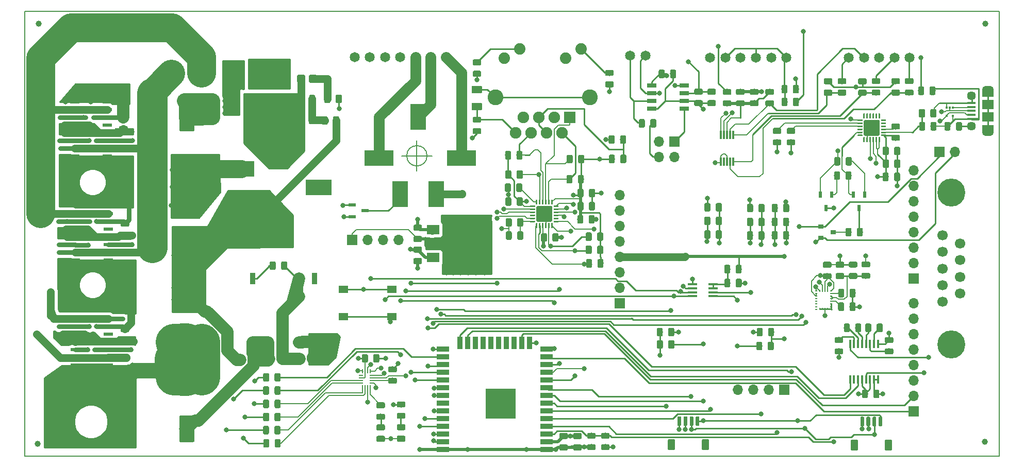
<source format=gtl>
G04 #@! TF.GenerationSoftware,KiCad,Pcbnew,(5.1.2)-2*
G04 #@! TF.CreationDate,2019-07-18T14:35:39+09:00*
G04 #@! TF.ProjectId,mainPCB,6d61696e-5043-4422-9e6b-696361645f70,rev?*
G04 #@! TF.SameCoordinates,PX10a2f70PY6979248*
G04 #@! TF.FileFunction,Copper,L1,Top*
G04 #@! TF.FilePolarity,Positive*
%FSLAX46Y46*%
G04 Gerber Fmt 4.6, Leading zero omitted, Abs format (unit mm)*
G04 Created by KiCad (PCBNEW (5.1.2)-2) date 2019-07-18 14:35:39*
%MOMM*%
%LPD*%
G04 APERTURE LIST*
%ADD10C,0.150000*%
%ADD11C,0.100000*%
%ADD12C,0.975000*%
%ADD13C,1.300000*%
%ADD14C,1.000000*%
%ADD15R,1.700000X1.700000*%
%ADD16O,1.700000X1.700000*%
%ADD17C,1.650000*%
%ADD18C,2.400000*%
%ADD19C,1.250000*%
%ADD20C,1.700000*%
%ADD21C,4.600000*%
%ADD22R,1.900000X1.200000*%
%ADD23O,1.900000X1.200000*%
%ADD24R,1.900000X1.500000*%
%ADD25C,1.450000*%
%ADD26R,1.350000X0.400000*%
%ADD27R,0.300000X0.450000*%
%ADD28C,1.200000*%
%ADD29C,0.600000*%
%ADD30C,2.600000*%
%ADD31C,1.890000*%
%ADD32C,1.900000*%
%ADD33R,1.900000X1.900000*%
%ADD34R,1.550000X1.300000*%
%ADD35C,2.500000*%
%ADD36R,0.800000X0.200000*%
%ADD37R,0.200000X0.800000*%
%ADD38R,1.500000X0.650000*%
%ADD39R,0.900000X1.975000*%
%ADD40R,0.450000X1.475000*%
%ADD41R,0.600000X1.050000*%
%ADD42R,1.250000X0.600000*%
%ADD43C,0.250000*%
%ADD44R,0.350000X0.230000*%
%ADD45R,0.230000X0.350000*%
%ADD46R,0.300000X1.400000*%
%ADD47R,1.500000X0.600000*%
%ADD48R,1.600000X0.300000*%
%ADD49R,2.000000X1.500000*%
%ADD50R,2.000000X3.800000*%
%ADD51R,0.900000X0.800000*%
%ADD52R,2.000000X0.900000*%
%ADD53R,0.900000X2.000000*%
%ADD54R,5.000000X5.000000*%
%ADD55R,2.500000X4.800000*%
%ADD56R,4.200000X2.500000*%
%ADD57R,4.800000X2.500000*%
%ADD58R,2.500000X4.200000*%
%ADD59C,0.800000*%
%ADD60C,0.250000*%
%ADD61C,2.000000*%
%ADD62C,0.750000*%
%ADD63C,3.000000*%
%ADD64C,6.000000*%
%ADD65C,1.250000*%
%ADD66C,0.500000*%
%ADD67C,0.205000*%
%ADD68C,0.200000*%
%ADD69C,4.500000*%
%ADD70C,5.000000*%
%ADD71C,4.750000*%
%ADD72C,2.500000*%
%ADD73C,1.750000*%
%ADD74C,0.400000*%
%ADD75C,0.254000*%
G04 APERTURE END LIST*
D10*
X66055666Y49418240D02*
G75*
G03X66055666Y49418240I-1666666J0D01*
G01*
X61889000Y49418240D02*
X66889000Y49418240D01*
X64389000Y51918240D02*
X64389000Y46918240D01*
X17780Y73131680D02*
X17780Y-20320D01*
X160037780Y73131680D02*
X17780Y73131680D01*
X160037780Y-20320D02*
X160037780Y73131680D01*
X17780Y-20320D02*
X160037780Y-20320D01*
D11*
G36*
X62270722Y5262006D02*
G01*
X62294383Y5258496D01*
X62317587Y5252684D01*
X62340109Y5244626D01*
X62361733Y5234398D01*
X62382250Y5222101D01*
X62401463Y5207851D01*
X62419187Y5191787D01*
X62435251Y5174063D01*
X62449501Y5154850D01*
X62461798Y5134333D01*
X62472026Y5112709D01*
X62480084Y5090187D01*
X62485896Y5066983D01*
X62489406Y5043322D01*
X62490580Y5019430D01*
X62490580Y4531930D01*
X62489406Y4508038D01*
X62485896Y4484377D01*
X62480084Y4461173D01*
X62472026Y4438651D01*
X62461798Y4417027D01*
X62449501Y4396510D01*
X62435251Y4377297D01*
X62419187Y4359573D01*
X62401463Y4343509D01*
X62382250Y4329259D01*
X62361733Y4316962D01*
X62340109Y4306734D01*
X62317587Y4298676D01*
X62294383Y4292864D01*
X62270722Y4289354D01*
X62246830Y4288180D01*
X61334330Y4288180D01*
X61310438Y4289354D01*
X61286777Y4292864D01*
X61263573Y4298676D01*
X61241051Y4306734D01*
X61219427Y4316962D01*
X61198910Y4329259D01*
X61179697Y4343509D01*
X61161973Y4359573D01*
X61145909Y4377297D01*
X61131659Y4396510D01*
X61119362Y4417027D01*
X61109134Y4438651D01*
X61101076Y4461173D01*
X61095264Y4484377D01*
X61091754Y4508038D01*
X61090580Y4531930D01*
X61090580Y5019430D01*
X61091754Y5043322D01*
X61095264Y5066983D01*
X61101076Y5090187D01*
X61109134Y5112709D01*
X61119362Y5134333D01*
X61131659Y5154850D01*
X61145909Y5174063D01*
X61161973Y5191787D01*
X61179697Y5207851D01*
X61198910Y5222101D01*
X61219427Y5234398D01*
X61241051Y5244626D01*
X61263573Y5252684D01*
X61286777Y5258496D01*
X61310438Y5262006D01*
X61334330Y5263180D01*
X62246830Y5263180D01*
X62270722Y5262006D01*
X62270722Y5262006D01*
G37*
D12*
X61790580Y4775680D03*
D11*
G36*
X62270722Y3387006D02*
G01*
X62294383Y3383496D01*
X62317587Y3377684D01*
X62340109Y3369626D01*
X62361733Y3359398D01*
X62382250Y3347101D01*
X62401463Y3332851D01*
X62419187Y3316787D01*
X62435251Y3299063D01*
X62449501Y3279850D01*
X62461798Y3259333D01*
X62472026Y3237709D01*
X62480084Y3215187D01*
X62485896Y3191983D01*
X62489406Y3168322D01*
X62490580Y3144430D01*
X62490580Y2656930D01*
X62489406Y2633038D01*
X62485896Y2609377D01*
X62480084Y2586173D01*
X62472026Y2563651D01*
X62461798Y2542027D01*
X62449501Y2521510D01*
X62435251Y2502297D01*
X62419187Y2484573D01*
X62401463Y2468509D01*
X62382250Y2454259D01*
X62361733Y2441962D01*
X62340109Y2431734D01*
X62317587Y2423676D01*
X62294383Y2417864D01*
X62270722Y2414354D01*
X62246830Y2413180D01*
X61334330Y2413180D01*
X61310438Y2414354D01*
X61286777Y2417864D01*
X61263573Y2423676D01*
X61241051Y2431734D01*
X61219427Y2441962D01*
X61198910Y2454259D01*
X61179697Y2468509D01*
X61161973Y2484573D01*
X61145909Y2502297D01*
X61131659Y2521510D01*
X61119362Y2542027D01*
X61109134Y2563651D01*
X61101076Y2586173D01*
X61095264Y2609377D01*
X61091754Y2633038D01*
X61090580Y2656930D01*
X61090580Y3144430D01*
X61091754Y3168322D01*
X61095264Y3191983D01*
X61101076Y3215187D01*
X61109134Y3237709D01*
X61119362Y3259333D01*
X61131659Y3279850D01*
X61145909Y3299063D01*
X61161973Y3316787D01*
X61179697Y3332851D01*
X61198910Y3347101D01*
X61219427Y3359398D01*
X61241051Y3369626D01*
X61263573Y3377684D01*
X61286777Y3383496D01*
X61310438Y3387006D01*
X61334330Y3388180D01*
X62246830Y3388180D01*
X62270722Y3387006D01*
X62270722Y3387006D01*
G37*
D12*
X61790580Y2900680D03*
D11*
G36*
X47757284Y62731476D02*
G01*
X47781553Y62727876D01*
X47805351Y62721915D01*
X47828451Y62713650D01*
X47850629Y62703160D01*
X47871673Y62690547D01*
X47891378Y62675933D01*
X47909557Y62659457D01*
X47926033Y62641278D01*
X47940647Y62621573D01*
X47953260Y62600529D01*
X47963750Y62578351D01*
X47972015Y62555251D01*
X47977976Y62531453D01*
X47981576Y62507184D01*
X47982780Y62482680D01*
X47982780Y61682680D01*
X47981576Y61658176D01*
X47977976Y61633907D01*
X47972015Y61610109D01*
X47963750Y61587009D01*
X47953260Y61564831D01*
X47940647Y61543787D01*
X47926033Y61524082D01*
X47909557Y61505903D01*
X47891378Y61489427D01*
X47871673Y61474813D01*
X47850629Y61462200D01*
X47828451Y61451710D01*
X47805351Y61443445D01*
X47781553Y61437484D01*
X47757284Y61433884D01*
X47732780Y61432680D01*
X46907780Y61432680D01*
X46883276Y61433884D01*
X46859007Y61437484D01*
X46835209Y61443445D01*
X46812109Y61451710D01*
X46789931Y61462200D01*
X46768887Y61474813D01*
X46749182Y61489427D01*
X46731003Y61505903D01*
X46714527Y61524082D01*
X46699913Y61543787D01*
X46687300Y61564831D01*
X46676810Y61587009D01*
X46668545Y61610109D01*
X46662584Y61633907D01*
X46658984Y61658176D01*
X46657780Y61682680D01*
X46657780Y62482680D01*
X46658984Y62507184D01*
X46662584Y62531453D01*
X46668545Y62555251D01*
X46676810Y62578351D01*
X46687300Y62600529D01*
X46699913Y62621573D01*
X46714527Y62641278D01*
X46731003Y62659457D01*
X46749182Y62675933D01*
X46768887Y62690547D01*
X46789931Y62703160D01*
X46812109Y62713650D01*
X46835209Y62721915D01*
X46859007Y62727876D01*
X46883276Y62731476D01*
X46907780Y62732680D01*
X47732780Y62732680D01*
X47757284Y62731476D01*
X47757284Y62731476D01*
G37*
D13*
X47320280Y62082680D03*
D11*
G36*
X45832284Y62731476D02*
G01*
X45856553Y62727876D01*
X45880351Y62721915D01*
X45903451Y62713650D01*
X45925629Y62703160D01*
X45946673Y62690547D01*
X45966378Y62675933D01*
X45984557Y62659457D01*
X46001033Y62641278D01*
X46015647Y62621573D01*
X46028260Y62600529D01*
X46038750Y62578351D01*
X46047015Y62555251D01*
X46052976Y62531453D01*
X46056576Y62507184D01*
X46057780Y62482680D01*
X46057780Y61682680D01*
X46056576Y61658176D01*
X46052976Y61633907D01*
X46047015Y61610109D01*
X46038750Y61587009D01*
X46028260Y61564831D01*
X46015647Y61543787D01*
X46001033Y61524082D01*
X45984557Y61505903D01*
X45966378Y61489427D01*
X45946673Y61474813D01*
X45925629Y61462200D01*
X45903451Y61451710D01*
X45880351Y61443445D01*
X45856553Y61437484D01*
X45832284Y61433884D01*
X45807780Y61432680D01*
X44982780Y61432680D01*
X44958276Y61433884D01*
X44934007Y61437484D01*
X44910209Y61443445D01*
X44887109Y61451710D01*
X44864931Y61462200D01*
X44843887Y61474813D01*
X44824182Y61489427D01*
X44806003Y61505903D01*
X44789527Y61524082D01*
X44774913Y61543787D01*
X44762300Y61564831D01*
X44751810Y61587009D01*
X44743545Y61610109D01*
X44737584Y61633907D01*
X44733984Y61658176D01*
X44732780Y61682680D01*
X44732780Y62482680D01*
X44733984Y62507184D01*
X44737584Y62531453D01*
X44743545Y62555251D01*
X44751810Y62578351D01*
X44762300Y62600529D01*
X44774913Y62621573D01*
X44789527Y62641278D01*
X44806003Y62659457D01*
X44824182Y62675933D01*
X44843887Y62690547D01*
X44864931Y62703160D01*
X44887109Y62713650D01*
X44910209Y62721915D01*
X44934007Y62727876D01*
X44958276Y62731476D01*
X44982780Y62732680D01*
X45807780Y62732680D01*
X45832284Y62731476D01*
X45832284Y62731476D01*
G37*
D13*
X45395280Y62082680D03*
D11*
G36*
X58930622Y5238906D02*
G01*
X58954283Y5235396D01*
X58977487Y5229584D01*
X59000009Y5221526D01*
X59021633Y5211298D01*
X59042150Y5199001D01*
X59061363Y5184751D01*
X59079087Y5168687D01*
X59095151Y5150963D01*
X59109401Y5131750D01*
X59121698Y5111233D01*
X59131926Y5089609D01*
X59139984Y5067087D01*
X59145796Y5043883D01*
X59149306Y5020222D01*
X59150480Y4996330D01*
X59150480Y4508830D01*
X59149306Y4484938D01*
X59145796Y4461277D01*
X59139984Y4438073D01*
X59131926Y4415551D01*
X59121698Y4393927D01*
X59109401Y4373410D01*
X59095151Y4354197D01*
X59079087Y4336473D01*
X59061363Y4320409D01*
X59042150Y4306159D01*
X59021633Y4293862D01*
X59000009Y4283634D01*
X58977487Y4275576D01*
X58954283Y4269764D01*
X58930622Y4266254D01*
X58906730Y4265080D01*
X57994230Y4265080D01*
X57970338Y4266254D01*
X57946677Y4269764D01*
X57923473Y4275576D01*
X57900951Y4283634D01*
X57879327Y4293862D01*
X57858810Y4306159D01*
X57839597Y4320409D01*
X57821873Y4336473D01*
X57805809Y4354197D01*
X57791559Y4373410D01*
X57779262Y4393927D01*
X57769034Y4415551D01*
X57760976Y4438073D01*
X57755164Y4461277D01*
X57751654Y4484938D01*
X57750480Y4508830D01*
X57750480Y4996330D01*
X57751654Y5020222D01*
X57755164Y5043883D01*
X57760976Y5067087D01*
X57769034Y5089609D01*
X57779262Y5111233D01*
X57791559Y5131750D01*
X57805809Y5150963D01*
X57821873Y5168687D01*
X57839597Y5184751D01*
X57858810Y5199001D01*
X57879327Y5211298D01*
X57900951Y5221526D01*
X57923473Y5229584D01*
X57946677Y5235396D01*
X57970338Y5238906D01*
X57994230Y5240080D01*
X58906730Y5240080D01*
X58930622Y5238906D01*
X58930622Y5238906D01*
G37*
D12*
X58450480Y4752580D03*
D11*
G36*
X58930622Y3363906D02*
G01*
X58954283Y3360396D01*
X58977487Y3354584D01*
X59000009Y3346526D01*
X59021633Y3336298D01*
X59042150Y3324001D01*
X59061363Y3309751D01*
X59079087Y3293687D01*
X59095151Y3275963D01*
X59109401Y3256750D01*
X59121698Y3236233D01*
X59131926Y3214609D01*
X59139984Y3192087D01*
X59145796Y3168883D01*
X59149306Y3145222D01*
X59150480Y3121330D01*
X59150480Y2633830D01*
X59149306Y2609938D01*
X59145796Y2586277D01*
X59139984Y2563073D01*
X59131926Y2540551D01*
X59121698Y2518927D01*
X59109401Y2498410D01*
X59095151Y2479197D01*
X59079087Y2461473D01*
X59061363Y2445409D01*
X59042150Y2431159D01*
X59021633Y2418862D01*
X59000009Y2408634D01*
X58977487Y2400576D01*
X58954283Y2394764D01*
X58930622Y2391254D01*
X58906730Y2390080D01*
X57994230Y2390080D01*
X57970338Y2391254D01*
X57946677Y2394764D01*
X57923473Y2400576D01*
X57900951Y2408634D01*
X57879327Y2418862D01*
X57858810Y2431159D01*
X57839597Y2445409D01*
X57821873Y2461473D01*
X57805809Y2479197D01*
X57791559Y2498410D01*
X57779262Y2518927D01*
X57769034Y2540551D01*
X57760976Y2563073D01*
X57755164Y2586277D01*
X57751654Y2609938D01*
X57750480Y2633830D01*
X57750480Y3121330D01*
X57751654Y3145222D01*
X57755164Y3168883D01*
X57760976Y3192087D01*
X57769034Y3214609D01*
X57779262Y3236233D01*
X57791559Y3256750D01*
X57805809Y3275963D01*
X57821873Y3293687D01*
X57839597Y3309751D01*
X57858810Y3324001D01*
X57879327Y3336298D01*
X57900951Y3346526D01*
X57923473Y3354584D01*
X57946677Y3360396D01*
X57970338Y3363906D01*
X57994230Y3365080D01*
X58906730Y3365080D01*
X58930622Y3363906D01*
X58930622Y3363906D01*
G37*
D12*
X58450480Y2877580D03*
D14*
X157734000Y71170800D03*
X157683200Y2387600D03*
X2082800Y2082800D03*
D15*
X150215600Y50038000D03*
D16*
X152755600Y50038000D03*
D17*
X145299440Y65590680D03*
X142799440Y65590680D03*
X140299440Y65590680D03*
X137799440Y65590680D03*
X135299440Y65590680D03*
X125061040Y65565520D03*
X122561040Y65565520D03*
X120061040Y65565520D03*
X117561040Y65565520D03*
X115061040Y65565520D03*
X112561040Y65565520D03*
X99400040Y65881840D03*
X101900040Y65881840D03*
X69172280Y65620640D03*
X66672280Y65620640D03*
X64172280Y65620640D03*
X61672280Y65620640D03*
X59172280Y65620640D03*
X56672280Y65620640D03*
X54172280Y65620640D03*
D18*
X24117920Y63018280D03*
X29117920Y63018280D03*
X34117920Y63018280D03*
X39117920Y63018280D03*
D11*
G36*
X34637784Y58257476D02*
G01*
X34662053Y58253876D01*
X34685851Y58247915D01*
X34708951Y58239650D01*
X34731129Y58229160D01*
X34752173Y58216547D01*
X34771878Y58201933D01*
X34790057Y58185457D01*
X34806533Y58167278D01*
X34821147Y58147573D01*
X34833760Y58126529D01*
X34844250Y58104351D01*
X34852515Y58081251D01*
X34858476Y58057453D01*
X34862076Y58033184D01*
X34863280Y58008680D01*
X34863280Y56758680D01*
X34862076Y56734176D01*
X34858476Y56709907D01*
X34852515Y56686109D01*
X34844250Y56663009D01*
X34833760Y56640831D01*
X34821147Y56619787D01*
X34806533Y56600082D01*
X34790057Y56581903D01*
X34771878Y56565427D01*
X34752173Y56550813D01*
X34731129Y56538200D01*
X34708951Y56527710D01*
X34685851Y56519445D01*
X34662053Y56513484D01*
X34637784Y56509884D01*
X34613280Y56508680D01*
X33863280Y56508680D01*
X33838776Y56509884D01*
X33814507Y56513484D01*
X33790709Y56519445D01*
X33767609Y56527710D01*
X33745431Y56538200D01*
X33724387Y56550813D01*
X33704682Y56565427D01*
X33686503Y56581903D01*
X33670027Y56600082D01*
X33655413Y56619787D01*
X33642800Y56640831D01*
X33632310Y56663009D01*
X33624045Y56686109D01*
X33618084Y56709907D01*
X33614484Y56734176D01*
X33613280Y56758680D01*
X33613280Y58008680D01*
X33614484Y58033184D01*
X33618084Y58057453D01*
X33624045Y58081251D01*
X33632310Y58104351D01*
X33642800Y58126529D01*
X33655413Y58147573D01*
X33670027Y58167278D01*
X33686503Y58185457D01*
X33704682Y58201933D01*
X33724387Y58216547D01*
X33745431Y58229160D01*
X33767609Y58239650D01*
X33790709Y58247915D01*
X33814507Y58253876D01*
X33838776Y58257476D01*
X33863280Y58258680D01*
X34613280Y58258680D01*
X34637784Y58257476D01*
X34637784Y58257476D01*
G37*
D19*
X34238280Y57383680D03*
D11*
G36*
X37437784Y58257476D02*
G01*
X37462053Y58253876D01*
X37485851Y58247915D01*
X37508951Y58239650D01*
X37531129Y58229160D01*
X37552173Y58216547D01*
X37571878Y58201933D01*
X37590057Y58185457D01*
X37606533Y58167278D01*
X37621147Y58147573D01*
X37633760Y58126529D01*
X37644250Y58104351D01*
X37652515Y58081251D01*
X37658476Y58057453D01*
X37662076Y58033184D01*
X37663280Y58008680D01*
X37663280Y56758680D01*
X37662076Y56734176D01*
X37658476Y56709907D01*
X37652515Y56686109D01*
X37644250Y56663009D01*
X37633760Y56640831D01*
X37621147Y56619787D01*
X37606533Y56600082D01*
X37590057Y56581903D01*
X37571878Y56565427D01*
X37552173Y56550813D01*
X37531129Y56538200D01*
X37508951Y56527710D01*
X37485851Y56519445D01*
X37462053Y56513484D01*
X37437784Y56509884D01*
X37413280Y56508680D01*
X36663280Y56508680D01*
X36638776Y56509884D01*
X36614507Y56513484D01*
X36590709Y56519445D01*
X36567609Y56527710D01*
X36545431Y56538200D01*
X36524387Y56550813D01*
X36504682Y56565427D01*
X36486503Y56581903D01*
X36470027Y56600082D01*
X36455413Y56619787D01*
X36442800Y56640831D01*
X36432310Y56663009D01*
X36424045Y56686109D01*
X36418084Y56709907D01*
X36414484Y56734176D01*
X36413280Y56758680D01*
X36413280Y58008680D01*
X36414484Y58033184D01*
X36418084Y58057453D01*
X36424045Y58081251D01*
X36432310Y58104351D01*
X36442800Y58126529D01*
X36455413Y58147573D01*
X36470027Y58167278D01*
X36486503Y58185457D01*
X36504682Y58201933D01*
X36524387Y58216547D01*
X36545431Y58229160D01*
X36567609Y58239650D01*
X36590709Y58247915D01*
X36614507Y58253876D01*
X36638776Y58257476D01*
X36663280Y58258680D01*
X37413280Y58258680D01*
X37437784Y58257476D01*
X37437784Y58257476D01*
G37*
D19*
X37038280Y57383680D03*
D11*
G36*
X49527922Y55923506D02*
G01*
X49551583Y55919996D01*
X49574787Y55914184D01*
X49597309Y55906126D01*
X49618933Y55895898D01*
X49639450Y55883601D01*
X49658663Y55869351D01*
X49676387Y55853287D01*
X49692451Y55835563D01*
X49706701Y55816350D01*
X49718998Y55795833D01*
X49729226Y55774209D01*
X49737284Y55751687D01*
X49743096Y55728483D01*
X49746606Y55704822D01*
X49747780Y55680930D01*
X49747780Y54768430D01*
X49746606Y54744538D01*
X49743096Y54720877D01*
X49737284Y54697673D01*
X49729226Y54675151D01*
X49718998Y54653527D01*
X49706701Y54633010D01*
X49692451Y54613797D01*
X49676387Y54596073D01*
X49658663Y54580009D01*
X49639450Y54565759D01*
X49618933Y54553462D01*
X49597309Y54543234D01*
X49574787Y54535176D01*
X49551583Y54529364D01*
X49527922Y54525854D01*
X49504030Y54524680D01*
X49016530Y54524680D01*
X48992638Y54525854D01*
X48968977Y54529364D01*
X48945773Y54535176D01*
X48923251Y54543234D01*
X48901627Y54553462D01*
X48881110Y54565759D01*
X48861897Y54580009D01*
X48844173Y54596073D01*
X48828109Y54613797D01*
X48813859Y54633010D01*
X48801562Y54653527D01*
X48791334Y54675151D01*
X48783276Y54697673D01*
X48777464Y54720877D01*
X48773954Y54744538D01*
X48772780Y54768430D01*
X48772780Y55680930D01*
X48773954Y55704822D01*
X48777464Y55728483D01*
X48783276Y55751687D01*
X48791334Y55774209D01*
X48801562Y55795833D01*
X48813859Y55816350D01*
X48828109Y55835563D01*
X48844173Y55853287D01*
X48861897Y55869351D01*
X48881110Y55883601D01*
X48901627Y55895898D01*
X48923251Y55906126D01*
X48945773Y55914184D01*
X48968977Y55919996D01*
X48992638Y55923506D01*
X49016530Y55924680D01*
X49504030Y55924680D01*
X49527922Y55923506D01*
X49527922Y55923506D01*
G37*
D12*
X49260280Y55224680D03*
D11*
G36*
X51402922Y55923506D02*
G01*
X51426583Y55919996D01*
X51449787Y55914184D01*
X51472309Y55906126D01*
X51493933Y55895898D01*
X51514450Y55883601D01*
X51533663Y55869351D01*
X51551387Y55853287D01*
X51567451Y55835563D01*
X51581701Y55816350D01*
X51593998Y55795833D01*
X51604226Y55774209D01*
X51612284Y55751687D01*
X51618096Y55728483D01*
X51621606Y55704822D01*
X51622780Y55680930D01*
X51622780Y54768430D01*
X51621606Y54744538D01*
X51618096Y54720877D01*
X51612284Y54697673D01*
X51604226Y54675151D01*
X51593998Y54653527D01*
X51581701Y54633010D01*
X51567451Y54613797D01*
X51551387Y54596073D01*
X51533663Y54580009D01*
X51514450Y54565759D01*
X51493933Y54553462D01*
X51472309Y54543234D01*
X51449787Y54535176D01*
X51426583Y54529364D01*
X51402922Y54525854D01*
X51379030Y54524680D01*
X50891530Y54524680D01*
X50867638Y54525854D01*
X50843977Y54529364D01*
X50820773Y54535176D01*
X50798251Y54543234D01*
X50776627Y54553462D01*
X50756110Y54565759D01*
X50736897Y54580009D01*
X50719173Y54596073D01*
X50703109Y54613797D01*
X50688859Y54633010D01*
X50676562Y54653527D01*
X50666334Y54675151D01*
X50658276Y54697673D01*
X50652464Y54720877D01*
X50648954Y54744538D01*
X50647780Y54768430D01*
X50647780Y55680930D01*
X50648954Y55704822D01*
X50652464Y55728483D01*
X50658276Y55751687D01*
X50666334Y55774209D01*
X50676562Y55795833D01*
X50688859Y55816350D01*
X50703109Y55835563D01*
X50719173Y55853287D01*
X50736897Y55869351D01*
X50756110Y55883601D01*
X50776627Y55895898D01*
X50798251Y55906126D01*
X50820773Y55914184D01*
X50843977Y55919996D01*
X50867638Y55923506D01*
X50891530Y55924680D01*
X51379030Y55924680D01*
X51402922Y55923506D01*
X51402922Y55923506D01*
G37*
D12*
X51135280Y55224680D03*
D11*
G36*
X35654922Y16553506D02*
G01*
X35678583Y16549996D01*
X35701787Y16544184D01*
X35724309Y16536126D01*
X35745933Y16525898D01*
X35766450Y16513601D01*
X35785663Y16499351D01*
X35803387Y16483287D01*
X35819451Y16465563D01*
X35833701Y16446350D01*
X35845998Y16425833D01*
X35856226Y16404209D01*
X35864284Y16381687D01*
X35870096Y16358483D01*
X35873606Y16334822D01*
X35874780Y16310930D01*
X35874780Y15398430D01*
X35873606Y15374538D01*
X35870096Y15350877D01*
X35864284Y15327673D01*
X35856226Y15305151D01*
X35845998Y15283527D01*
X35833701Y15263010D01*
X35819451Y15243797D01*
X35803387Y15226073D01*
X35785663Y15210009D01*
X35766450Y15195759D01*
X35745933Y15183462D01*
X35724309Y15173234D01*
X35701787Y15165176D01*
X35678583Y15159364D01*
X35654922Y15155854D01*
X35631030Y15154680D01*
X35143530Y15154680D01*
X35119638Y15155854D01*
X35095977Y15159364D01*
X35072773Y15165176D01*
X35050251Y15173234D01*
X35028627Y15183462D01*
X35008110Y15195759D01*
X34988897Y15210009D01*
X34971173Y15226073D01*
X34955109Y15243797D01*
X34940859Y15263010D01*
X34928562Y15283527D01*
X34918334Y15305151D01*
X34910276Y15327673D01*
X34904464Y15350877D01*
X34900954Y15374538D01*
X34899780Y15398430D01*
X34899780Y16310930D01*
X34900954Y16334822D01*
X34904464Y16358483D01*
X34910276Y16381687D01*
X34918334Y16404209D01*
X34928562Y16425833D01*
X34940859Y16446350D01*
X34955109Y16465563D01*
X34971173Y16483287D01*
X34988897Y16499351D01*
X35008110Y16513601D01*
X35028627Y16525898D01*
X35050251Y16536126D01*
X35072773Y16544184D01*
X35095977Y16549996D01*
X35119638Y16553506D01*
X35143530Y16554680D01*
X35631030Y16554680D01*
X35654922Y16553506D01*
X35654922Y16553506D01*
G37*
D12*
X35387280Y15854680D03*
D11*
G36*
X37529922Y16553506D02*
G01*
X37553583Y16549996D01*
X37576787Y16544184D01*
X37599309Y16536126D01*
X37620933Y16525898D01*
X37641450Y16513601D01*
X37660663Y16499351D01*
X37678387Y16483287D01*
X37694451Y16465563D01*
X37708701Y16446350D01*
X37720998Y16425833D01*
X37731226Y16404209D01*
X37739284Y16381687D01*
X37745096Y16358483D01*
X37748606Y16334822D01*
X37749780Y16310930D01*
X37749780Y15398430D01*
X37748606Y15374538D01*
X37745096Y15350877D01*
X37739284Y15327673D01*
X37731226Y15305151D01*
X37720998Y15283527D01*
X37708701Y15263010D01*
X37694451Y15243797D01*
X37678387Y15226073D01*
X37660663Y15210009D01*
X37641450Y15195759D01*
X37620933Y15183462D01*
X37599309Y15173234D01*
X37576787Y15165176D01*
X37553583Y15159364D01*
X37529922Y15155854D01*
X37506030Y15154680D01*
X37018530Y15154680D01*
X36994638Y15155854D01*
X36970977Y15159364D01*
X36947773Y15165176D01*
X36925251Y15173234D01*
X36903627Y15183462D01*
X36883110Y15195759D01*
X36863897Y15210009D01*
X36846173Y15226073D01*
X36830109Y15243797D01*
X36815859Y15263010D01*
X36803562Y15283527D01*
X36793334Y15305151D01*
X36785276Y15327673D01*
X36779464Y15350877D01*
X36775954Y15374538D01*
X36774780Y15398430D01*
X36774780Y16310930D01*
X36775954Y16334822D01*
X36779464Y16358483D01*
X36785276Y16381687D01*
X36793334Y16404209D01*
X36803562Y16425833D01*
X36815859Y16446350D01*
X36830109Y16465563D01*
X36846173Y16483287D01*
X36863897Y16499351D01*
X36883110Y16513601D01*
X36903627Y16525898D01*
X36925251Y16536126D01*
X36947773Y16544184D01*
X36970977Y16549996D01*
X36994638Y16553506D01*
X37018530Y16554680D01*
X37506030Y16554680D01*
X37529922Y16553506D01*
X37529922Y16553506D01*
G37*
D12*
X37262280Y15854680D03*
D11*
G36*
X149335162Y60805386D02*
G01*
X149358823Y60801876D01*
X149382027Y60796064D01*
X149404549Y60788006D01*
X149426173Y60777778D01*
X149446690Y60765481D01*
X149465903Y60751231D01*
X149483627Y60735167D01*
X149499691Y60717443D01*
X149513941Y60698230D01*
X149526238Y60677713D01*
X149536466Y60656089D01*
X149544524Y60633567D01*
X149550336Y60610363D01*
X149553846Y60586702D01*
X149555020Y60562810D01*
X149555020Y59650310D01*
X149553846Y59626418D01*
X149550336Y59602757D01*
X149544524Y59579553D01*
X149536466Y59557031D01*
X149526238Y59535407D01*
X149513941Y59514890D01*
X149499691Y59495677D01*
X149483627Y59477953D01*
X149465903Y59461889D01*
X149446690Y59447639D01*
X149426173Y59435342D01*
X149404549Y59425114D01*
X149382027Y59417056D01*
X149358823Y59411244D01*
X149335162Y59407734D01*
X149311270Y59406560D01*
X148823770Y59406560D01*
X148799878Y59407734D01*
X148776217Y59411244D01*
X148753013Y59417056D01*
X148730491Y59425114D01*
X148708867Y59435342D01*
X148688350Y59447639D01*
X148669137Y59461889D01*
X148651413Y59477953D01*
X148635349Y59495677D01*
X148621099Y59514890D01*
X148608802Y59535407D01*
X148598574Y59557031D01*
X148590516Y59579553D01*
X148584704Y59602757D01*
X148581194Y59626418D01*
X148580020Y59650310D01*
X148580020Y60562810D01*
X148581194Y60586702D01*
X148584704Y60610363D01*
X148590516Y60633567D01*
X148598574Y60656089D01*
X148608802Y60677713D01*
X148621099Y60698230D01*
X148635349Y60717443D01*
X148651413Y60735167D01*
X148669137Y60751231D01*
X148688350Y60765481D01*
X148708867Y60777778D01*
X148730491Y60788006D01*
X148753013Y60796064D01*
X148776217Y60801876D01*
X148799878Y60805386D01*
X148823770Y60806560D01*
X149311270Y60806560D01*
X149335162Y60805386D01*
X149335162Y60805386D01*
G37*
D12*
X149067520Y60106560D03*
D11*
G36*
X147460162Y60805386D02*
G01*
X147483823Y60801876D01*
X147507027Y60796064D01*
X147529549Y60788006D01*
X147551173Y60777778D01*
X147571690Y60765481D01*
X147590903Y60751231D01*
X147608627Y60735167D01*
X147624691Y60717443D01*
X147638941Y60698230D01*
X147651238Y60677713D01*
X147661466Y60656089D01*
X147669524Y60633567D01*
X147675336Y60610363D01*
X147678846Y60586702D01*
X147680020Y60562810D01*
X147680020Y59650310D01*
X147678846Y59626418D01*
X147675336Y59602757D01*
X147669524Y59579553D01*
X147661466Y59557031D01*
X147651238Y59535407D01*
X147638941Y59514890D01*
X147624691Y59495677D01*
X147608627Y59477953D01*
X147590903Y59461889D01*
X147571690Y59447639D01*
X147551173Y59435342D01*
X147529549Y59425114D01*
X147507027Y59417056D01*
X147483823Y59411244D01*
X147460162Y59407734D01*
X147436270Y59406560D01*
X146948770Y59406560D01*
X146924878Y59407734D01*
X146901217Y59411244D01*
X146878013Y59417056D01*
X146855491Y59425114D01*
X146833867Y59435342D01*
X146813350Y59447639D01*
X146794137Y59461889D01*
X146776413Y59477953D01*
X146760349Y59495677D01*
X146746099Y59514890D01*
X146733802Y59535407D01*
X146723574Y59557031D01*
X146715516Y59579553D01*
X146709704Y59602757D01*
X146706194Y59626418D01*
X146705020Y59650310D01*
X146705020Y60562810D01*
X146706194Y60586702D01*
X146709704Y60610363D01*
X146715516Y60633567D01*
X146723574Y60656089D01*
X146733802Y60677713D01*
X146746099Y60698230D01*
X146760349Y60717443D01*
X146776413Y60735167D01*
X146794137Y60751231D01*
X146813350Y60765481D01*
X146833867Y60777778D01*
X146855491Y60788006D01*
X146878013Y60796064D01*
X146901217Y60801876D01*
X146924878Y60805386D01*
X146948770Y60806560D01*
X147436270Y60806560D01*
X147460162Y60805386D01*
X147460162Y60805386D01*
G37*
D12*
X147192520Y60106560D03*
D20*
X150735760Y25386080D03*
X150735760Y28126080D03*
X150735760Y30866080D03*
X150735760Y33606080D03*
X150735760Y36346080D03*
X153575760Y26756080D03*
X153575760Y29496080D03*
X153575760Y32236080D03*
X153575760Y34976080D03*
D21*
X152155760Y18371080D03*
X152155760Y43361080D03*
D22*
X158146000Y53904560D03*
X158146000Y59704560D03*
D23*
X158146000Y60304560D03*
X158146000Y53304560D03*
D24*
X158146000Y55804560D03*
D25*
X155446000Y59304560D03*
D26*
X155446000Y56804560D03*
X155446000Y57454560D03*
X155446000Y58104560D03*
X155446000Y55504560D03*
X155446000Y56154560D03*
D25*
X155446000Y54304560D03*
D24*
X158146000Y57804560D03*
D16*
X104157780Y49192180D03*
X104157780Y51732180D03*
X106697780Y49192180D03*
D15*
X106697780Y51732180D03*
D27*
X151392000Y55977560D03*
X151892000Y57377560D03*
X152392000Y55977560D03*
X151392000Y57377560D03*
X152392000Y57377560D03*
D11*
G36*
X142193785Y2749976D02*
G01*
X142218053Y2746376D01*
X142241852Y2740415D01*
X142264951Y2732150D01*
X142287130Y2721660D01*
X142308173Y2709048D01*
X142327879Y2694433D01*
X142346057Y2677957D01*
X142362533Y2659779D01*
X142377148Y2640073D01*
X142389760Y2619030D01*
X142400250Y2596851D01*
X142408515Y2573752D01*
X142414476Y2549953D01*
X142418076Y2525685D01*
X142419280Y2501181D01*
X142419280Y1201179D01*
X142418076Y1176675D01*
X142414476Y1152407D01*
X142408515Y1128608D01*
X142400250Y1105509D01*
X142389760Y1083330D01*
X142377148Y1062287D01*
X142362533Y1042581D01*
X142346057Y1024403D01*
X142327879Y1007927D01*
X142308173Y993312D01*
X142287130Y980700D01*
X142264951Y970210D01*
X142241852Y961945D01*
X142218053Y955984D01*
X142193785Y952384D01*
X142169281Y951180D01*
X141469279Y951180D01*
X141444775Y952384D01*
X141420507Y955984D01*
X141396708Y961945D01*
X141373609Y970210D01*
X141351430Y980700D01*
X141330387Y993312D01*
X141310681Y1007927D01*
X141292503Y1024403D01*
X141276027Y1042581D01*
X141261412Y1062287D01*
X141248800Y1083330D01*
X141238310Y1105509D01*
X141230045Y1128608D01*
X141224084Y1152407D01*
X141220484Y1176675D01*
X141219280Y1201179D01*
X141219280Y2501181D01*
X141220484Y2525685D01*
X141224084Y2549953D01*
X141230045Y2573752D01*
X141238310Y2596851D01*
X141248800Y2619030D01*
X141261412Y2640073D01*
X141276027Y2659779D01*
X141292503Y2677957D01*
X141310681Y2694433D01*
X141330387Y2709048D01*
X141351430Y2721660D01*
X141373609Y2732150D01*
X141396708Y2740415D01*
X141420507Y2746376D01*
X141444775Y2749976D01*
X141469279Y2751180D01*
X142169281Y2751180D01*
X142193785Y2749976D01*
X142193785Y2749976D01*
G37*
D28*
X141819280Y1851180D03*
D11*
G36*
X136593785Y2749976D02*
G01*
X136618053Y2746376D01*
X136641852Y2740415D01*
X136664951Y2732150D01*
X136687130Y2721660D01*
X136708173Y2709048D01*
X136727879Y2694433D01*
X136746057Y2677957D01*
X136762533Y2659779D01*
X136777148Y2640073D01*
X136789760Y2619030D01*
X136800250Y2596851D01*
X136808515Y2573752D01*
X136814476Y2549953D01*
X136818076Y2525685D01*
X136819280Y2501181D01*
X136819280Y1201179D01*
X136818076Y1176675D01*
X136814476Y1152407D01*
X136808515Y1128608D01*
X136800250Y1105509D01*
X136789760Y1083330D01*
X136777148Y1062287D01*
X136762533Y1042581D01*
X136746057Y1024403D01*
X136727879Y1007927D01*
X136708173Y993312D01*
X136687130Y980700D01*
X136664951Y970210D01*
X136641852Y961945D01*
X136618053Y955984D01*
X136593785Y952384D01*
X136569281Y951180D01*
X135869279Y951180D01*
X135844775Y952384D01*
X135820507Y955984D01*
X135796708Y961945D01*
X135773609Y970210D01*
X135751430Y980700D01*
X135730387Y993312D01*
X135710681Y1007927D01*
X135692503Y1024403D01*
X135676027Y1042581D01*
X135661412Y1062287D01*
X135648800Y1083330D01*
X135638310Y1105509D01*
X135630045Y1128608D01*
X135624084Y1152407D01*
X135620484Y1176675D01*
X135619280Y1201179D01*
X135619280Y2501181D01*
X135620484Y2525685D01*
X135624084Y2549953D01*
X135630045Y2573752D01*
X135638310Y2596851D01*
X135648800Y2619030D01*
X135661412Y2640073D01*
X135676027Y2659779D01*
X135692503Y2677957D01*
X135710681Y2694433D01*
X135730387Y2709048D01*
X135751430Y2721660D01*
X135773609Y2732150D01*
X135796708Y2740415D01*
X135820507Y2746376D01*
X135844775Y2749976D01*
X135869279Y2751180D01*
X136569281Y2751180D01*
X136593785Y2749976D01*
X136593785Y2749976D01*
G37*
D28*
X136219280Y1851180D03*
D11*
G36*
X140683983Y6500458D02*
G01*
X140698544Y6498298D01*
X140712823Y6494721D01*
X140726683Y6489762D01*
X140739990Y6483468D01*
X140752616Y6475900D01*
X140764439Y6467132D01*
X140775346Y6457246D01*
X140785232Y6446339D01*
X140794000Y6434516D01*
X140801568Y6421890D01*
X140807862Y6408583D01*
X140812821Y6394723D01*
X140816398Y6380444D01*
X140818558Y6365883D01*
X140819280Y6351180D01*
X140819280Y5101180D01*
X140818558Y5086477D01*
X140816398Y5071916D01*
X140812821Y5057637D01*
X140807862Y5043777D01*
X140801568Y5030470D01*
X140794000Y5017844D01*
X140785232Y5006021D01*
X140775346Y4995114D01*
X140764439Y4985228D01*
X140752616Y4976460D01*
X140739990Y4968892D01*
X140726683Y4962598D01*
X140712823Y4957639D01*
X140698544Y4954062D01*
X140683983Y4951902D01*
X140669280Y4951180D01*
X140369280Y4951180D01*
X140354577Y4951902D01*
X140340016Y4954062D01*
X140325737Y4957639D01*
X140311877Y4962598D01*
X140298570Y4968892D01*
X140285944Y4976460D01*
X140274121Y4985228D01*
X140263214Y4995114D01*
X140253328Y5006021D01*
X140244560Y5017844D01*
X140236992Y5030470D01*
X140230698Y5043777D01*
X140225739Y5057637D01*
X140222162Y5071916D01*
X140220002Y5086477D01*
X140219280Y5101180D01*
X140219280Y6351180D01*
X140220002Y6365883D01*
X140222162Y6380444D01*
X140225739Y6394723D01*
X140230698Y6408583D01*
X140236992Y6421890D01*
X140244560Y6434516D01*
X140253328Y6446339D01*
X140263214Y6457246D01*
X140274121Y6467132D01*
X140285944Y6475900D01*
X140298570Y6483468D01*
X140311877Y6489762D01*
X140325737Y6494721D01*
X140340016Y6498298D01*
X140354577Y6500458D01*
X140369280Y6501180D01*
X140669280Y6501180D01*
X140683983Y6500458D01*
X140683983Y6500458D01*
G37*
D29*
X140519280Y5726180D03*
D11*
G36*
X139683983Y6500458D02*
G01*
X139698544Y6498298D01*
X139712823Y6494721D01*
X139726683Y6489762D01*
X139739990Y6483468D01*
X139752616Y6475900D01*
X139764439Y6467132D01*
X139775346Y6457246D01*
X139785232Y6446339D01*
X139794000Y6434516D01*
X139801568Y6421890D01*
X139807862Y6408583D01*
X139812821Y6394723D01*
X139816398Y6380444D01*
X139818558Y6365883D01*
X139819280Y6351180D01*
X139819280Y5101180D01*
X139818558Y5086477D01*
X139816398Y5071916D01*
X139812821Y5057637D01*
X139807862Y5043777D01*
X139801568Y5030470D01*
X139794000Y5017844D01*
X139785232Y5006021D01*
X139775346Y4995114D01*
X139764439Y4985228D01*
X139752616Y4976460D01*
X139739990Y4968892D01*
X139726683Y4962598D01*
X139712823Y4957639D01*
X139698544Y4954062D01*
X139683983Y4951902D01*
X139669280Y4951180D01*
X139369280Y4951180D01*
X139354577Y4951902D01*
X139340016Y4954062D01*
X139325737Y4957639D01*
X139311877Y4962598D01*
X139298570Y4968892D01*
X139285944Y4976460D01*
X139274121Y4985228D01*
X139263214Y4995114D01*
X139253328Y5006021D01*
X139244560Y5017844D01*
X139236992Y5030470D01*
X139230698Y5043777D01*
X139225739Y5057637D01*
X139222162Y5071916D01*
X139220002Y5086477D01*
X139219280Y5101180D01*
X139219280Y6351180D01*
X139220002Y6365883D01*
X139222162Y6380444D01*
X139225739Y6394723D01*
X139230698Y6408583D01*
X139236992Y6421890D01*
X139244560Y6434516D01*
X139253328Y6446339D01*
X139263214Y6457246D01*
X139274121Y6467132D01*
X139285944Y6475900D01*
X139298570Y6483468D01*
X139311877Y6489762D01*
X139325737Y6494721D01*
X139340016Y6498298D01*
X139354577Y6500458D01*
X139369280Y6501180D01*
X139669280Y6501180D01*
X139683983Y6500458D01*
X139683983Y6500458D01*
G37*
D29*
X139519280Y5726180D03*
D11*
G36*
X138683983Y6500458D02*
G01*
X138698544Y6498298D01*
X138712823Y6494721D01*
X138726683Y6489762D01*
X138739990Y6483468D01*
X138752616Y6475900D01*
X138764439Y6467132D01*
X138775346Y6457246D01*
X138785232Y6446339D01*
X138794000Y6434516D01*
X138801568Y6421890D01*
X138807862Y6408583D01*
X138812821Y6394723D01*
X138816398Y6380444D01*
X138818558Y6365883D01*
X138819280Y6351180D01*
X138819280Y5101180D01*
X138818558Y5086477D01*
X138816398Y5071916D01*
X138812821Y5057637D01*
X138807862Y5043777D01*
X138801568Y5030470D01*
X138794000Y5017844D01*
X138785232Y5006021D01*
X138775346Y4995114D01*
X138764439Y4985228D01*
X138752616Y4976460D01*
X138739990Y4968892D01*
X138726683Y4962598D01*
X138712823Y4957639D01*
X138698544Y4954062D01*
X138683983Y4951902D01*
X138669280Y4951180D01*
X138369280Y4951180D01*
X138354577Y4951902D01*
X138340016Y4954062D01*
X138325737Y4957639D01*
X138311877Y4962598D01*
X138298570Y4968892D01*
X138285944Y4976460D01*
X138274121Y4985228D01*
X138263214Y4995114D01*
X138253328Y5006021D01*
X138244560Y5017844D01*
X138236992Y5030470D01*
X138230698Y5043777D01*
X138225739Y5057637D01*
X138222162Y5071916D01*
X138220002Y5086477D01*
X138219280Y5101180D01*
X138219280Y6351180D01*
X138220002Y6365883D01*
X138222162Y6380444D01*
X138225739Y6394723D01*
X138230698Y6408583D01*
X138236992Y6421890D01*
X138244560Y6434516D01*
X138253328Y6446339D01*
X138263214Y6457246D01*
X138274121Y6467132D01*
X138285944Y6475900D01*
X138298570Y6483468D01*
X138311877Y6489762D01*
X138325737Y6494721D01*
X138340016Y6498298D01*
X138354577Y6500458D01*
X138369280Y6501180D01*
X138669280Y6501180D01*
X138683983Y6500458D01*
X138683983Y6500458D01*
G37*
D29*
X138519280Y5726180D03*
D11*
G36*
X137683983Y6500458D02*
G01*
X137698544Y6498298D01*
X137712823Y6494721D01*
X137726683Y6489762D01*
X137739990Y6483468D01*
X137752616Y6475900D01*
X137764439Y6467132D01*
X137775346Y6457246D01*
X137785232Y6446339D01*
X137794000Y6434516D01*
X137801568Y6421890D01*
X137807862Y6408583D01*
X137812821Y6394723D01*
X137816398Y6380444D01*
X137818558Y6365883D01*
X137819280Y6351180D01*
X137819280Y5101180D01*
X137818558Y5086477D01*
X137816398Y5071916D01*
X137812821Y5057637D01*
X137807862Y5043777D01*
X137801568Y5030470D01*
X137794000Y5017844D01*
X137785232Y5006021D01*
X137775346Y4995114D01*
X137764439Y4985228D01*
X137752616Y4976460D01*
X137739990Y4968892D01*
X137726683Y4962598D01*
X137712823Y4957639D01*
X137698544Y4954062D01*
X137683983Y4951902D01*
X137669280Y4951180D01*
X137369280Y4951180D01*
X137354577Y4951902D01*
X137340016Y4954062D01*
X137325737Y4957639D01*
X137311877Y4962598D01*
X137298570Y4968892D01*
X137285944Y4976460D01*
X137274121Y4985228D01*
X137263214Y4995114D01*
X137253328Y5006021D01*
X137244560Y5017844D01*
X137236992Y5030470D01*
X137230698Y5043777D01*
X137225739Y5057637D01*
X137222162Y5071916D01*
X137220002Y5086477D01*
X137219280Y5101180D01*
X137219280Y6351180D01*
X137220002Y6365883D01*
X137222162Y6380444D01*
X137225739Y6394723D01*
X137230698Y6408583D01*
X137236992Y6421890D01*
X137244560Y6434516D01*
X137253328Y6446339D01*
X137263214Y6457246D01*
X137274121Y6467132D01*
X137285944Y6475900D01*
X137298570Y6483468D01*
X137311877Y6489762D01*
X137325737Y6494721D01*
X137340016Y6498298D01*
X137354577Y6500458D01*
X137369280Y6501180D01*
X137669280Y6501180D01*
X137683983Y6500458D01*
X137683983Y6500458D01*
G37*
D29*
X137519280Y5726180D03*
D11*
G36*
X112158285Y2813476D02*
G01*
X112182553Y2809876D01*
X112206352Y2803915D01*
X112229451Y2795650D01*
X112251630Y2785160D01*
X112272673Y2772548D01*
X112292379Y2757933D01*
X112310557Y2741457D01*
X112327033Y2723279D01*
X112341648Y2703573D01*
X112354260Y2682530D01*
X112364750Y2660351D01*
X112373015Y2637252D01*
X112378976Y2613453D01*
X112382576Y2589185D01*
X112383780Y2564681D01*
X112383780Y1264679D01*
X112382576Y1240175D01*
X112378976Y1215907D01*
X112373015Y1192108D01*
X112364750Y1169009D01*
X112354260Y1146830D01*
X112341648Y1125787D01*
X112327033Y1106081D01*
X112310557Y1087903D01*
X112292379Y1071427D01*
X112272673Y1056812D01*
X112251630Y1044200D01*
X112229451Y1033710D01*
X112206352Y1025445D01*
X112182553Y1019484D01*
X112158285Y1015884D01*
X112133781Y1014680D01*
X111433779Y1014680D01*
X111409275Y1015884D01*
X111385007Y1019484D01*
X111361208Y1025445D01*
X111338109Y1033710D01*
X111315930Y1044200D01*
X111294887Y1056812D01*
X111275181Y1071427D01*
X111257003Y1087903D01*
X111240527Y1106081D01*
X111225912Y1125787D01*
X111213300Y1146830D01*
X111202810Y1169009D01*
X111194545Y1192108D01*
X111188584Y1215907D01*
X111184984Y1240175D01*
X111183780Y1264679D01*
X111183780Y2564681D01*
X111184984Y2589185D01*
X111188584Y2613453D01*
X111194545Y2637252D01*
X111202810Y2660351D01*
X111213300Y2682530D01*
X111225912Y2703573D01*
X111240527Y2723279D01*
X111257003Y2741457D01*
X111275181Y2757933D01*
X111294887Y2772548D01*
X111315930Y2785160D01*
X111338109Y2795650D01*
X111361208Y2803915D01*
X111385007Y2809876D01*
X111409275Y2813476D01*
X111433779Y2814680D01*
X112133781Y2814680D01*
X112158285Y2813476D01*
X112158285Y2813476D01*
G37*
D28*
X111783780Y1914680D03*
D11*
G36*
X106558285Y2813476D02*
G01*
X106582553Y2809876D01*
X106606352Y2803915D01*
X106629451Y2795650D01*
X106651630Y2785160D01*
X106672673Y2772548D01*
X106692379Y2757933D01*
X106710557Y2741457D01*
X106727033Y2723279D01*
X106741648Y2703573D01*
X106754260Y2682530D01*
X106764750Y2660351D01*
X106773015Y2637252D01*
X106778976Y2613453D01*
X106782576Y2589185D01*
X106783780Y2564681D01*
X106783780Y1264679D01*
X106782576Y1240175D01*
X106778976Y1215907D01*
X106773015Y1192108D01*
X106764750Y1169009D01*
X106754260Y1146830D01*
X106741648Y1125787D01*
X106727033Y1106081D01*
X106710557Y1087903D01*
X106692379Y1071427D01*
X106672673Y1056812D01*
X106651630Y1044200D01*
X106629451Y1033710D01*
X106606352Y1025445D01*
X106582553Y1019484D01*
X106558285Y1015884D01*
X106533781Y1014680D01*
X105833779Y1014680D01*
X105809275Y1015884D01*
X105785007Y1019484D01*
X105761208Y1025445D01*
X105738109Y1033710D01*
X105715930Y1044200D01*
X105694887Y1056812D01*
X105675181Y1071427D01*
X105657003Y1087903D01*
X105640527Y1106081D01*
X105625912Y1125787D01*
X105613300Y1146830D01*
X105602810Y1169009D01*
X105594545Y1192108D01*
X105588584Y1215907D01*
X105584984Y1240175D01*
X105583780Y1264679D01*
X105583780Y2564681D01*
X105584984Y2589185D01*
X105588584Y2613453D01*
X105594545Y2637252D01*
X105602810Y2660351D01*
X105613300Y2682530D01*
X105625912Y2703573D01*
X105640527Y2723279D01*
X105657003Y2741457D01*
X105675181Y2757933D01*
X105694887Y2772548D01*
X105715930Y2785160D01*
X105738109Y2795650D01*
X105761208Y2803915D01*
X105785007Y2809876D01*
X105809275Y2813476D01*
X105833779Y2814680D01*
X106533781Y2814680D01*
X106558285Y2813476D01*
X106558285Y2813476D01*
G37*
D28*
X106183780Y1914680D03*
D11*
G36*
X110648483Y6563958D02*
G01*
X110663044Y6561798D01*
X110677323Y6558221D01*
X110691183Y6553262D01*
X110704490Y6546968D01*
X110717116Y6539400D01*
X110728939Y6530632D01*
X110739846Y6520746D01*
X110749732Y6509839D01*
X110758500Y6498016D01*
X110766068Y6485390D01*
X110772362Y6472083D01*
X110777321Y6458223D01*
X110780898Y6443944D01*
X110783058Y6429383D01*
X110783780Y6414680D01*
X110783780Y5164680D01*
X110783058Y5149977D01*
X110780898Y5135416D01*
X110777321Y5121137D01*
X110772362Y5107277D01*
X110766068Y5093970D01*
X110758500Y5081344D01*
X110749732Y5069521D01*
X110739846Y5058614D01*
X110728939Y5048728D01*
X110717116Y5039960D01*
X110704490Y5032392D01*
X110691183Y5026098D01*
X110677323Y5021139D01*
X110663044Y5017562D01*
X110648483Y5015402D01*
X110633780Y5014680D01*
X110333780Y5014680D01*
X110319077Y5015402D01*
X110304516Y5017562D01*
X110290237Y5021139D01*
X110276377Y5026098D01*
X110263070Y5032392D01*
X110250444Y5039960D01*
X110238621Y5048728D01*
X110227714Y5058614D01*
X110217828Y5069521D01*
X110209060Y5081344D01*
X110201492Y5093970D01*
X110195198Y5107277D01*
X110190239Y5121137D01*
X110186662Y5135416D01*
X110184502Y5149977D01*
X110183780Y5164680D01*
X110183780Y6414680D01*
X110184502Y6429383D01*
X110186662Y6443944D01*
X110190239Y6458223D01*
X110195198Y6472083D01*
X110201492Y6485390D01*
X110209060Y6498016D01*
X110217828Y6509839D01*
X110227714Y6520746D01*
X110238621Y6530632D01*
X110250444Y6539400D01*
X110263070Y6546968D01*
X110276377Y6553262D01*
X110290237Y6558221D01*
X110304516Y6561798D01*
X110319077Y6563958D01*
X110333780Y6564680D01*
X110633780Y6564680D01*
X110648483Y6563958D01*
X110648483Y6563958D01*
G37*
D29*
X110483780Y5789680D03*
D11*
G36*
X109648483Y6563958D02*
G01*
X109663044Y6561798D01*
X109677323Y6558221D01*
X109691183Y6553262D01*
X109704490Y6546968D01*
X109717116Y6539400D01*
X109728939Y6530632D01*
X109739846Y6520746D01*
X109749732Y6509839D01*
X109758500Y6498016D01*
X109766068Y6485390D01*
X109772362Y6472083D01*
X109777321Y6458223D01*
X109780898Y6443944D01*
X109783058Y6429383D01*
X109783780Y6414680D01*
X109783780Y5164680D01*
X109783058Y5149977D01*
X109780898Y5135416D01*
X109777321Y5121137D01*
X109772362Y5107277D01*
X109766068Y5093970D01*
X109758500Y5081344D01*
X109749732Y5069521D01*
X109739846Y5058614D01*
X109728939Y5048728D01*
X109717116Y5039960D01*
X109704490Y5032392D01*
X109691183Y5026098D01*
X109677323Y5021139D01*
X109663044Y5017562D01*
X109648483Y5015402D01*
X109633780Y5014680D01*
X109333780Y5014680D01*
X109319077Y5015402D01*
X109304516Y5017562D01*
X109290237Y5021139D01*
X109276377Y5026098D01*
X109263070Y5032392D01*
X109250444Y5039960D01*
X109238621Y5048728D01*
X109227714Y5058614D01*
X109217828Y5069521D01*
X109209060Y5081344D01*
X109201492Y5093970D01*
X109195198Y5107277D01*
X109190239Y5121137D01*
X109186662Y5135416D01*
X109184502Y5149977D01*
X109183780Y5164680D01*
X109183780Y6414680D01*
X109184502Y6429383D01*
X109186662Y6443944D01*
X109190239Y6458223D01*
X109195198Y6472083D01*
X109201492Y6485390D01*
X109209060Y6498016D01*
X109217828Y6509839D01*
X109227714Y6520746D01*
X109238621Y6530632D01*
X109250444Y6539400D01*
X109263070Y6546968D01*
X109276377Y6553262D01*
X109290237Y6558221D01*
X109304516Y6561798D01*
X109319077Y6563958D01*
X109333780Y6564680D01*
X109633780Y6564680D01*
X109648483Y6563958D01*
X109648483Y6563958D01*
G37*
D29*
X109483780Y5789680D03*
D11*
G36*
X108648483Y6563958D02*
G01*
X108663044Y6561798D01*
X108677323Y6558221D01*
X108691183Y6553262D01*
X108704490Y6546968D01*
X108717116Y6539400D01*
X108728939Y6530632D01*
X108739846Y6520746D01*
X108749732Y6509839D01*
X108758500Y6498016D01*
X108766068Y6485390D01*
X108772362Y6472083D01*
X108777321Y6458223D01*
X108780898Y6443944D01*
X108783058Y6429383D01*
X108783780Y6414680D01*
X108783780Y5164680D01*
X108783058Y5149977D01*
X108780898Y5135416D01*
X108777321Y5121137D01*
X108772362Y5107277D01*
X108766068Y5093970D01*
X108758500Y5081344D01*
X108749732Y5069521D01*
X108739846Y5058614D01*
X108728939Y5048728D01*
X108717116Y5039960D01*
X108704490Y5032392D01*
X108691183Y5026098D01*
X108677323Y5021139D01*
X108663044Y5017562D01*
X108648483Y5015402D01*
X108633780Y5014680D01*
X108333780Y5014680D01*
X108319077Y5015402D01*
X108304516Y5017562D01*
X108290237Y5021139D01*
X108276377Y5026098D01*
X108263070Y5032392D01*
X108250444Y5039960D01*
X108238621Y5048728D01*
X108227714Y5058614D01*
X108217828Y5069521D01*
X108209060Y5081344D01*
X108201492Y5093970D01*
X108195198Y5107277D01*
X108190239Y5121137D01*
X108186662Y5135416D01*
X108184502Y5149977D01*
X108183780Y5164680D01*
X108183780Y6414680D01*
X108184502Y6429383D01*
X108186662Y6443944D01*
X108190239Y6458223D01*
X108195198Y6472083D01*
X108201492Y6485390D01*
X108209060Y6498016D01*
X108217828Y6509839D01*
X108227714Y6520746D01*
X108238621Y6530632D01*
X108250444Y6539400D01*
X108263070Y6546968D01*
X108276377Y6553262D01*
X108290237Y6558221D01*
X108304516Y6561798D01*
X108319077Y6563958D01*
X108333780Y6564680D01*
X108633780Y6564680D01*
X108648483Y6563958D01*
X108648483Y6563958D01*
G37*
D29*
X108483780Y5789680D03*
D11*
G36*
X107648483Y6563958D02*
G01*
X107663044Y6561798D01*
X107677323Y6558221D01*
X107691183Y6553262D01*
X107704490Y6546968D01*
X107717116Y6539400D01*
X107728939Y6530632D01*
X107739846Y6520746D01*
X107749732Y6509839D01*
X107758500Y6498016D01*
X107766068Y6485390D01*
X107772362Y6472083D01*
X107777321Y6458223D01*
X107780898Y6443944D01*
X107783058Y6429383D01*
X107783780Y6414680D01*
X107783780Y5164680D01*
X107783058Y5149977D01*
X107780898Y5135416D01*
X107777321Y5121137D01*
X107772362Y5107277D01*
X107766068Y5093970D01*
X107758500Y5081344D01*
X107749732Y5069521D01*
X107739846Y5058614D01*
X107728939Y5048728D01*
X107717116Y5039960D01*
X107704490Y5032392D01*
X107691183Y5026098D01*
X107677323Y5021139D01*
X107663044Y5017562D01*
X107648483Y5015402D01*
X107633780Y5014680D01*
X107333780Y5014680D01*
X107319077Y5015402D01*
X107304516Y5017562D01*
X107290237Y5021139D01*
X107276377Y5026098D01*
X107263070Y5032392D01*
X107250444Y5039960D01*
X107238621Y5048728D01*
X107227714Y5058614D01*
X107217828Y5069521D01*
X107209060Y5081344D01*
X107201492Y5093970D01*
X107195198Y5107277D01*
X107190239Y5121137D01*
X107186662Y5135416D01*
X107184502Y5149977D01*
X107183780Y5164680D01*
X107183780Y6414680D01*
X107184502Y6429383D01*
X107186662Y6443944D01*
X107190239Y6458223D01*
X107195198Y6472083D01*
X107201492Y6485390D01*
X107209060Y6498016D01*
X107217828Y6509839D01*
X107227714Y6520746D01*
X107238621Y6530632D01*
X107250444Y6539400D01*
X107263070Y6546968D01*
X107276377Y6553262D01*
X107290237Y6558221D01*
X107304516Y6561798D01*
X107319077Y6563958D01*
X107333780Y6564680D01*
X107633780Y6564680D01*
X107648483Y6563958D01*
X107648483Y6563958D01*
G37*
D29*
X107483780Y5789680D03*
D30*
X77269280Y59022680D03*
X92819280Y59022680D03*
D31*
X91369280Y66972680D03*
X88829280Y65452680D03*
X81259280Y66972680D03*
X78719280Y65452680D03*
D32*
X80599280Y53192680D03*
X81869280Y55732680D03*
X83139280Y53192680D03*
X84409280Y55732680D03*
X85679280Y53192680D03*
X86949280Y55732680D03*
X88219280Y53192680D03*
D33*
X89489280Y55732680D03*
D16*
X61371480Y35580320D03*
X58831480Y35580320D03*
X56291480Y35580320D03*
D15*
X53751480Y35580320D03*
D16*
X117111780Y10901680D03*
X119651780Y10901680D03*
X122191780Y10901680D03*
D15*
X124731780Y10901680D03*
D34*
X52291160Y27489980D03*
X52291160Y22989980D03*
X60251160Y22989980D03*
X60251160Y27489980D03*
D11*
G36*
X27648784Y21092476D02*
G01*
X27673053Y21088876D01*
X27696851Y21082915D01*
X27719951Y21074650D01*
X27742129Y21064160D01*
X27763173Y21051547D01*
X27782878Y21036933D01*
X27801057Y21020457D01*
X27817533Y21002278D01*
X27832147Y20982573D01*
X27844760Y20961529D01*
X27855250Y20939351D01*
X27863515Y20916251D01*
X27869476Y20892453D01*
X27873076Y20868184D01*
X27874280Y20843680D01*
X27874280Y16943680D01*
X27873076Y16919176D01*
X27869476Y16894907D01*
X27863515Y16871109D01*
X27855250Y16848009D01*
X27844760Y16825831D01*
X27832147Y16804787D01*
X27817533Y16785082D01*
X27801057Y16766903D01*
X27782878Y16750427D01*
X27763173Y16735813D01*
X27742129Y16723200D01*
X27719951Y16712710D01*
X27696851Y16704445D01*
X27673053Y16698484D01*
X27648784Y16694884D01*
X27624280Y16693680D01*
X25624280Y16693680D01*
X25599776Y16694884D01*
X25575507Y16698484D01*
X25551709Y16704445D01*
X25528609Y16712710D01*
X25506431Y16723200D01*
X25485387Y16735813D01*
X25465682Y16750427D01*
X25447503Y16766903D01*
X25431027Y16785082D01*
X25416413Y16804787D01*
X25403800Y16825831D01*
X25393310Y16848009D01*
X25385045Y16871109D01*
X25379084Y16894907D01*
X25375484Y16919176D01*
X25374280Y16943680D01*
X25374280Y20843680D01*
X25375484Y20868184D01*
X25379084Y20892453D01*
X25385045Y20916251D01*
X25393310Y20939351D01*
X25403800Y20961529D01*
X25416413Y20982573D01*
X25431027Y21002278D01*
X25447503Y21020457D01*
X25465682Y21036933D01*
X25485387Y21051547D01*
X25506431Y21064160D01*
X25528609Y21074650D01*
X25551709Y21082915D01*
X25575507Y21088876D01*
X25599776Y21092476D01*
X25624280Y21093680D01*
X27624280Y21093680D01*
X27648784Y21092476D01*
X27648784Y21092476D01*
G37*
D35*
X26624280Y18893680D03*
D11*
G36*
X27648784Y29492476D02*
G01*
X27673053Y29488876D01*
X27696851Y29482915D01*
X27719951Y29474650D01*
X27742129Y29464160D01*
X27763173Y29451547D01*
X27782878Y29436933D01*
X27801057Y29420457D01*
X27817533Y29402278D01*
X27832147Y29382573D01*
X27844760Y29361529D01*
X27855250Y29339351D01*
X27863515Y29316251D01*
X27869476Y29292453D01*
X27873076Y29268184D01*
X27874280Y29243680D01*
X27874280Y25343680D01*
X27873076Y25319176D01*
X27869476Y25294907D01*
X27863515Y25271109D01*
X27855250Y25248009D01*
X27844760Y25225831D01*
X27832147Y25204787D01*
X27817533Y25185082D01*
X27801057Y25166903D01*
X27782878Y25150427D01*
X27763173Y25135813D01*
X27742129Y25123200D01*
X27719951Y25112710D01*
X27696851Y25104445D01*
X27673053Y25098484D01*
X27648784Y25094884D01*
X27624280Y25093680D01*
X25624280Y25093680D01*
X25599776Y25094884D01*
X25575507Y25098484D01*
X25551709Y25104445D01*
X25528609Y25112710D01*
X25506431Y25123200D01*
X25485387Y25135813D01*
X25465682Y25150427D01*
X25447503Y25166903D01*
X25431027Y25185082D01*
X25416413Y25204787D01*
X25403800Y25225831D01*
X25393310Y25248009D01*
X25385045Y25271109D01*
X25379084Y25294907D01*
X25375484Y25319176D01*
X25374280Y25343680D01*
X25374280Y29243680D01*
X25375484Y29268184D01*
X25379084Y29292453D01*
X25385045Y29316251D01*
X25393310Y29339351D01*
X25403800Y29361529D01*
X25416413Y29382573D01*
X25431027Y29402278D01*
X25447503Y29420457D01*
X25465682Y29436933D01*
X25485387Y29451547D01*
X25506431Y29464160D01*
X25528609Y29474650D01*
X25551709Y29482915D01*
X25575507Y29488876D01*
X25599776Y29492476D01*
X25624280Y29493680D01*
X27624280Y29493680D01*
X27648784Y29492476D01*
X27648784Y29492476D01*
G37*
D35*
X26624280Y27293680D03*
D11*
G36*
X27648784Y15132476D02*
G01*
X27673053Y15128876D01*
X27696851Y15122915D01*
X27719951Y15114650D01*
X27742129Y15104160D01*
X27763173Y15091547D01*
X27782878Y15076933D01*
X27801057Y15060457D01*
X27817533Y15042278D01*
X27832147Y15022573D01*
X27844760Y15001529D01*
X27855250Y14979351D01*
X27863515Y14956251D01*
X27869476Y14932453D01*
X27873076Y14908184D01*
X27874280Y14883680D01*
X27874280Y10983680D01*
X27873076Y10959176D01*
X27869476Y10934907D01*
X27863515Y10911109D01*
X27855250Y10888009D01*
X27844760Y10865831D01*
X27832147Y10844787D01*
X27817533Y10825082D01*
X27801057Y10806903D01*
X27782878Y10790427D01*
X27763173Y10775813D01*
X27742129Y10763200D01*
X27719951Y10752710D01*
X27696851Y10744445D01*
X27673053Y10738484D01*
X27648784Y10734884D01*
X27624280Y10733680D01*
X25624280Y10733680D01*
X25599776Y10734884D01*
X25575507Y10738484D01*
X25551709Y10744445D01*
X25528609Y10752710D01*
X25506431Y10763200D01*
X25485387Y10775813D01*
X25465682Y10790427D01*
X25447503Y10806903D01*
X25431027Y10825082D01*
X25416413Y10844787D01*
X25403800Y10865831D01*
X25393310Y10888009D01*
X25385045Y10911109D01*
X25379084Y10934907D01*
X25375484Y10959176D01*
X25374280Y10983680D01*
X25374280Y14883680D01*
X25375484Y14908184D01*
X25379084Y14932453D01*
X25385045Y14956251D01*
X25393310Y14979351D01*
X25403800Y15001529D01*
X25416413Y15022573D01*
X25431027Y15042278D01*
X25447503Y15060457D01*
X25465682Y15076933D01*
X25485387Y15091547D01*
X25506431Y15104160D01*
X25528609Y15114650D01*
X25551709Y15122915D01*
X25575507Y15128876D01*
X25599776Y15132476D01*
X25624280Y15133680D01*
X27624280Y15133680D01*
X27648784Y15132476D01*
X27648784Y15132476D01*
G37*
D35*
X26624280Y12933680D03*
D11*
G36*
X27648784Y6732476D02*
G01*
X27673053Y6728876D01*
X27696851Y6722915D01*
X27719951Y6714650D01*
X27742129Y6704160D01*
X27763173Y6691547D01*
X27782878Y6676933D01*
X27801057Y6660457D01*
X27817533Y6642278D01*
X27832147Y6622573D01*
X27844760Y6601529D01*
X27855250Y6579351D01*
X27863515Y6556251D01*
X27869476Y6532453D01*
X27873076Y6508184D01*
X27874280Y6483680D01*
X27874280Y2583680D01*
X27873076Y2559176D01*
X27869476Y2534907D01*
X27863515Y2511109D01*
X27855250Y2488009D01*
X27844760Y2465831D01*
X27832147Y2444787D01*
X27817533Y2425082D01*
X27801057Y2406903D01*
X27782878Y2390427D01*
X27763173Y2375813D01*
X27742129Y2363200D01*
X27719951Y2352710D01*
X27696851Y2344445D01*
X27673053Y2338484D01*
X27648784Y2334884D01*
X27624280Y2333680D01*
X25624280Y2333680D01*
X25599776Y2334884D01*
X25575507Y2338484D01*
X25551709Y2344445D01*
X25528609Y2352710D01*
X25506431Y2363200D01*
X25485387Y2375813D01*
X25465682Y2390427D01*
X25447503Y2406903D01*
X25431027Y2425082D01*
X25416413Y2444787D01*
X25403800Y2465831D01*
X25393310Y2488009D01*
X25385045Y2511109D01*
X25379084Y2534907D01*
X25375484Y2559176D01*
X25374280Y2583680D01*
X25374280Y6483680D01*
X25375484Y6508184D01*
X25379084Y6532453D01*
X25385045Y6556251D01*
X25393310Y6579351D01*
X25403800Y6601529D01*
X25416413Y6622573D01*
X25431027Y6642278D01*
X25447503Y6660457D01*
X25465682Y6676933D01*
X25485387Y6691547D01*
X25506431Y6704160D01*
X25528609Y6714650D01*
X25551709Y6722915D01*
X25575507Y6728876D01*
X25599776Y6732476D01*
X25624280Y6733680D01*
X27624280Y6733680D01*
X27648784Y6732476D01*
X27648784Y6732476D01*
G37*
D35*
X26624280Y4533680D03*
D11*
G36*
X27648784Y49413476D02*
G01*
X27673053Y49409876D01*
X27696851Y49403915D01*
X27719951Y49395650D01*
X27742129Y49385160D01*
X27763173Y49372547D01*
X27782878Y49357933D01*
X27801057Y49341457D01*
X27817533Y49323278D01*
X27832147Y49303573D01*
X27844760Y49282529D01*
X27855250Y49260351D01*
X27863515Y49237251D01*
X27869476Y49213453D01*
X27873076Y49189184D01*
X27874280Y49164680D01*
X27874280Y45264680D01*
X27873076Y45240176D01*
X27869476Y45215907D01*
X27863515Y45192109D01*
X27855250Y45169009D01*
X27844760Y45146831D01*
X27832147Y45125787D01*
X27817533Y45106082D01*
X27801057Y45087903D01*
X27782878Y45071427D01*
X27763173Y45056813D01*
X27742129Y45044200D01*
X27719951Y45033710D01*
X27696851Y45025445D01*
X27673053Y45019484D01*
X27648784Y45015884D01*
X27624280Y45014680D01*
X25624280Y45014680D01*
X25599776Y45015884D01*
X25575507Y45019484D01*
X25551709Y45025445D01*
X25528609Y45033710D01*
X25506431Y45044200D01*
X25485387Y45056813D01*
X25465682Y45071427D01*
X25447503Y45087903D01*
X25431027Y45106082D01*
X25416413Y45125787D01*
X25403800Y45146831D01*
X25393310Y45169009D01*
X25385045Y45192109D01*
X25379084Y45215907D01*
X25375484Y45240176D01*
X25374280Y45264680D01*
X25374280Y49164680D01*
X25375484Y49189184D01*
X25379084Y49213453D01*
X25385045Y49237251D01*
X25393310Y49260351D01*
X25403800Y49282529D01*
X25416413Y49303573D01*
X25431027Y49323278D01*
X25447503Y49341457D01*
X25465682Y49357933D01*
X25485387Y49372547D01*
X25506431Y49385160D01*
X25528609Y49395650D01*
X25551709Y49403915D01*
X25575507Y49409876D01*
X25599776Y49413476D01*
X25624280Y49414680D01*
X27624280Y49414680D01*
X27648784Y49413476D01*
X27648784Y49413476D01*
G37*
D35*
X26624280Y47214680D03*
D11*
G36*
X27648784Y57813476D02*
G01*
X27673053Y57809876D01*
X27696851Y57803915D01*
X27719951Y57795650D01*
X27742129Y57785160D01*
X27763173Y57772547D01*
X27782878Y57757933D01*
X27801057Y57741457D01*
X27817533Y57723278D01*
X27832147Y57703573D01*
X27844760Y57682529D01*
X27855250Y57660351D01*
X27863515Y57637251D01*
X27869476Y57613453D01*
X27873076Y57589184D01*
X27874280Y57564680D01*
X27874280Y53664680D01*
X27873076Y53640176D01*
X27869476Y53615907D01*
X27863515Y53592109D01*
X27855250Y53569009D01*
X27844760Y53546831D01*
X27832147Y53525787D01*
X27817533Y53506082D01*
X27801057Y53487903D01*
X27782878Y53471427D01*
X27763173Y53456813D01*
X27742129Y53444200D01*
X27719951Y53433710D01*
X27696851Y53425445D01*
X27673053Y53419484D01*
X27648784Y53415884D01*
X27624280Y53414680D01*
X25624280Y53414680D01*
X25599776Y53415884D01*
X25575507Y53419484D01*
X25551709Y53425445D01*
X25528609Y53433710D01*
X25506431Y53444200D01*
X25485387Y53456813D01*
X25465682Y53471427D01*
X25447503Y53487903D01*
X25431027Y53506082D01*
X25416413Y53525787D01*
X25403800Y53546831D01*
X25393310Y53569009D01*
X25385045Y53592109D01*
X25379084Y53615907D01*
X25375484Y53640176D01*
X25374280Y53664680D01*
X25374280Y57564680D01*
X25375484Y57589184D01*
X25379084Y57613453D01*
X25385045Y57637251D01*
X25393310Y57660351D01*
X25403800Y57682529D01*
X25416413Y57703573D01*
X25431027Y57723278D01*
X25447503Y57741457D01*
X25465682Y57757933D01*
X25485387Y57772547D01*
X25506431Y57785160D01*
X25528609Y57795650D01*
X25551709Y57803915D01*
X25575507Y57809876D01*
X25599776Y57813476D01*
X25624280Y57814680D01*
X27624280Y57814680D01*
X27648784Y57813476D01*
X27648784Y57813476D01*
G37*
D35*
X26624280Y55614680D03*
D11*
G36*
X27648784Y43843476D02*
G01*
X27673053Y43839876D01*
X27696851Y43833915D01*
X27719951Y43825650D01*
X27742129Y43815160D01*
X27763173Y43802547D01*
X27782878Y43787933D01*
X27801057Y43771457D01*
X27817533Y43753278D01*
X27832147Y43733573D01*
X27844760Y43712529D01*
X27855250Y43690351D01*
X27863515Y43667251D01*
X27869476Y43643453D01*
X27873076Y43619184D01*
X27874280Y43594680D01*
X27874280Y39694680D01*
X27873076Y39670176D01*
X27869476Y39645907D01*
X27863515Y39622109D01*
X27855250Y39599009D01*
X27844760Y39576831D01*
X27832147Y39555787D01*
X27817533Y39536082D01*
X27801057Y39517903D01*
X27782878Y39501427D01*
X27763173Y39486813D01*
X27742129Y39474200D01*
X27719951Y39463710D01*
X27696851Y39455445D01*
X27673053Y39449484D01*
X27648784Y39445884D01*
X27624280Y39444680D01*
X25624280Y39444680D01*
X25599776Y39445884D01*
X25575507Y39449484D01*
X25551709Y39455445D01*
X25528609Y39463710D01*
X25506431Y39474200D01*
X25485387Y39486813D01*
X25465682Y39501427D01*
X25447503Y39517903D01*
X25431027Y39536082D01*
X25416413Y39555787D01*
X25403800Y39576831D01*
X25393310Y39599009D01*
X25385045Y39622109D01*
X25379084Y39645907D01*
X25375484Y39670176D01*
X25374280Y39694680D01*
X25374280Y43594680D01*
X25375484Y43619184D01*
X25379084Y43643453D01*
X25385045Y43667251D01*
X25393310Y43690351D01*
X25403800Y43712529D01*
X25416413Y43733573D01*
X25431027Y43753278D01*
X25447503Y43771457D01*
X25465682Y43787933D01*
X25485387Y43802547D01*
X25506431Y43815160D01*
X25528609Y43825650D01*
X25551709Y43833915D01*
X25575507Y43839876D01*
X25599776Y43843476D01*
X25624280Y43844680D01*
X27624280Y43844680D01*
X27648784Y43843476D01*
X27648784Y43843476D01*
G37*
D35*
X26624280Y41644680D03*
D11*
G36*
X27648784Y35443476D02*
G01*
X27673053Y35439876D01*
X27696851Y35433915D01*
X27719951Y35425650D01*
X27742129Y35415160D01*
X27763173Y35402547D01*
X27782878Y35387933D01*
X27801057Y35371457D01*
X27817533Y35353278D01*
X27832147Y35333573D01*
X27844760Y35312529D01*
X27855250Y35290351D01*
X27863515Y35267251D01*
X27869476Y35243453D01*
X27873076Y35219184D01*
X27874280Y35194680D01*
X27874280Y31294680D01*
X27873076Y31270176D01*
X27869476Y31245907D01*
X27863515Y31222109D01*
X27855250Y31199009D01*
X27844760Y31176831D01*
X27832147Y31155787D01*
X27817533Y31136082D01*
X27801057Y31117903D01*
X27782878Y31101427D01*
X27763173Y31086813D01*
X27742129Y31074200D01*
X27719951Y31063710D01*
X27696851Y31055445D01*
X27673053Y31049484D01*
X27648784Y31045884D01*
X27624280Y31044680D01*
X25624280Y31044680D01*
X25599776Y31045884D01*
X25575507Y31049484D01*
X25551709Y31055445D01*
X25528609Y31063710D01*
X25506431Y31074200D01*
X25485387Y31086813D01*
X25465682Y31101427D01*
X25447503Y31117903D01*
X25431027Y31136082D01*
X25416413Y31155787D01*
X25403800Y31176831D01*
X25393310Y31199009D01*
X25385045Y31222109D01*
X25379084Y31245907D01*
X25375484Y31270176D01*
X25374280Y31294680D01*
X25374280Y35194680D01*
X25375484Y35219184D01*
X25379084Y35243453D01*
X25385045Y35267251D01*
X25393310Y35290351D01*
X25403800Y35312529D01*
X25416413Y35333573D01*
X25431027Y35353278D01*
X25447503Y35371457D01*
X25465682Y35387933D01*
X25485387Y35402547D01*
X25506431Y35415160D01*
X25528609Y35425650D01*
X25551709Y35433915D01*
X25575507Y35439876D01*
X25599776Y35443476D01*
X25624280Y35444680D01*
X27624280Y35444680D01*
X27648784Y35443476D01*
X27648784Y35443476D01*
G37*
D35*
X26624280Y33244680D03*
D11*
G36*
X120247400Y60423944D02*
G01*
X120271061Y60420434D01*
X120294265Y60414622D01*
X120316787Y60406564D01*
X120338411Y60396336D01*
X120358928Y60384039D01*
X120378141Y60369789D01*
X120395865Y60353725D01*
X120411929Y60336001D01*
X120426179Y60316788D01*
X120438476Y60296271D01*
X120448704Y60274647D01*
X120456762Y60252125D01*
X120462574Y60228921D01*
X120466084Y60205260D01*
X120467258Y60181368D01*
X120467258Y59693868D01*
X120466084Y59669976D01*
X120462574Y59646315D01*
X120456762Y59623111D01*
X120448704Y59600589D01*
X120438476Y59578965D01*
X120426179Y59558448D01*
X120411929Y59539235D01*
X120395865Y59521511D01*
X120378141Y59505447D01*
X120358928Y59491197D01*
X120338411Y59478900D01*
X120316787Y59468672D01*
X120294265Y59460614D01*
X120271061Y59454802D01*
X120247400Y59451292D01*
X120223508Y59450118D01*
X119311008Y59450118D01*
X119287116Y59451292D01*
X119263455Y59454802D01*
X119240251Y59460614D01*
X119217729Y59468672D01*
X119196105Y59478900D01*
X119175588Y59491197D01*
X119156375Y59505447D01*
X119138651Y59521511D01*
X119122587Y59539235D01*
X119108337Y59558448D01*
X119096040Y59578965D01*
X119085812Y59600589D01*
X119077754Y59623111D01*
X119071942Y59646315D01*
X119068432Y59669976D01*
X119067258Y59693868D01*
X119067258Y60181368D01*
X119068432Y60205260D01*
X119071942Y60228921D01*
X119077754Y60252125D01*
X119085812Y60274647D01*
X119096040Y60296271D01*
X119108337Y60316788D01*
X119122587Y60336001D01*
X119138651Y60353725D01*
X119156375Y60369789D01*
X119175588Y60384039D01*
X119196105Y60396336D01*
X119217729Y60406564D01*
X119240251Y60414622D01*
X119263455Y60420434D01*
X119287116Y60423944D01*
X119311008Y60425118D01*
X120223508Y60425118D01*
X120247400Y60423944D01*
X120247400Y60423944D01*
G37*
D12*
X119767258Y59937618D03*
D11*
G36*
X120247400Y58548944D02*
G01*
X120271061Y58545434D01*
X120294265Y58539622D01*
X120316787Y58531564D01*
X120338411Y58521336D01*
X120358928Y58509039D01*
X120378141Y58494789D01*
X120395865Y58478725D01*
X120411929Y58461001D01*
X120426179Y58441788D01*
X120438476Y58421271D01*
X120448704Y58399647D01*
X120456762Y58377125D01*
X120462574Y58353921D01*
X120466084Y58330260D01*
X120467258Y58306368D01*
X120467258Y57818868D01*
X120466084Y57794976D01*
X120462574Y57771315D01*
X120456762Y57748111D01*
X120448704Y57725589D01*
X120438476Y57703965D01*
X120426179Y57683448D01*
X120411929Y57664235D01*
X120395865Y57646511D01*
X120378141Y57630447D01*
X120358928Y57616197D01*
X120338411Y57603900D01*
X120316787Y57593672D01*
X120294265Y57585614D01*
X120271061Y57579802D01*
X120247400Y57576292D01*
X120223508Y57575118D01*
X119311008Y57575118D01*
X119287116Y57576292D01*
X119263455Y57579802D01*
X119240251Y57585614D01*
X119217729Y57593672D01*
X119196105Y57603900D01*
X119175588Y57616197D01*
X119156375Y57630447D01*
X119138651Y57646511D01*
X119122587Y57664235D01*
X119108337Y57683448D01*
X119096040Y57703965D01*
X119085812Y57725589D01*
X119077754Y57748111D01*
X119071942Y57771315D01*
X119068432Y57794976D01*
X119067258Y57818868D01*
X119067258Y58306368D01*
X119068432Y58330260D01*
X119071942Y58353921D01*
X119077754Y58377125D01*
X119085812Y58399647D01*
X119096040Y58421271D01*
X119108337Y58441788D01*
X119122587Y58461001D01*
X119138651Y58478725D01*
X119156375Y58494789D01*
X119175588Y58509039D01*
X119196105Y58521336D01*
X119217729Y58531564D01*
X119240251Y58539622D01*
X119263455Y58545434D01*
X119287116Y58548944D01*
X119311008Y58550118D01*
X120223508Y58550118D01*
X120247400Y58548944D01*
X120247400Y58548944D01*
G37*
D12*
X119767258Y58062618D03*
D11*
G36*
X138038922Y62158006D02*
G01*
X138062583Y62154496D01*
X138085787Y62148684D01*
X138108309Y62140626D01*
X138129933Y62130398D01*
X138150450Y62118101D01*
X138169663Y62103851D01*
X138187387Y62087787D01*
X138203451Y62070063D01*
X138217701Y62050850D01*
X138229998Y62030333D01*
X138240226Y62008709D01*
X138248284Y61986187D01*
X138254096Y61962983D01*
X138257606Y61939322D01*
X138258780Y61915430D01*
X138258780Y61427930D01*
X138257606Y61404038D01*
X138254096Y61380377D01*
X138248284Y61357173D01*
X138240226Y61334651D01*
X138229998Y61313027D01*
X138217701Y61292510D01*
X138203451Y61273297D01*
X138187387Y61255573D01*
X138169663Y61239509D01*
X138150450Y61225259D01*
X138129933Y61212962D01*
X138108309Y61202734D01*
X138085787Y61194676D01*
X138062583Y61188864D01*
X138038922Y61185354D01*
X138015030Y61184180D01*
X137102530Y61184180D01*
X137078638Y61185354D01*
X137054977Y61188864D01*
X137031773Y61194676D01*
X137009251Y61202734D01*
X136987627Y61212962D01*
X136967110Y61225259D01*
X136947897Y61239509D01*
X136930173Y61255573D01*
X136914109Y61273297D01*
X136899859Y61292510D01*
X136887562Y61313027D01*
X136877334Y61334651D01*
X136869276Y61357173D01*
X136863464Y61380377D01*
X136859954Y61404038D01*
X136858780Y61427930D01*
X136858780Y61915430D01*
X136859954Y61939322D01*
X136863464Y61962983D01*
X136869276Y61986187D01*
X136877334Y62008709D01*
X136887562Y62030333D01*
X136899859Y62050850D01*
X136914109Y62070063D01*
X136930173Y62087787D01*
X136947897Y62103851D01*
X136967110Y62118101D01*
X136987627Y62130398D01*
X137009251Y62140626D01*
X137031773Y62148684D01*
X137054977Y62154496D01*
X137078638Y62158006D01*
X137102530Y62159180D01*
X138015030Y62159180D01*
X138038922Y62158006D01*
X138038922Y62158006D01*
G37*
D12*
X137558780Y61671680D03*
D11*
G36*
X138038922Y60283006D02*
G01*
X138062583Y60279496D01*
X138085787Y60273684D01*
X138108309Y60265626D01*
X138129933Y60255398D01*
X138150450Y60243101D01*
X138169663Y60228851D01*
X138187387Y60212787D01*
X138203451Y60195063D01*
X138217701Y60175850D01*
X138229998Y60155333D01*
X138240226Y60133709D01*
X138248284Y60111187D01*
X138254096Y60087983D01*
X138257606Y60064322D01*
X138258780Y60040430D01*
X138258780Y59552930D01*
X138257606Y59529038D01*
X138254096Y59505377D01*
X138248284Y59482173D01*
X138240226Y59459651D01*
X138229998Y59438027D01*
X138217701Y59417510D01*
X138203451Y59398297D01*
X138187387Y59380573D01*
X138169663Y59364509D01*
X138150450Y59350259D01*
X138129933Y59337962D01*
X138108309Y59327734D01*
X138085787Y59319676D01*
X138062583Y59313864D01*
X138038922Y59310354D01*
X138015030Y59309180D01*
X137102530Y59309180D01*
X137078638Y59310354D01*
X137054977Y59313864D01*
X137031773Y59319676D01*
X137009251Y59327734D01*
X136987627Y59337962D01*
X136967110Y59350259D01*
X136947897Y59364509D01*
X136930173Y59380573D01*
X136914109Y59398297D01*
X136899859Y59417510D01*
X136887562Y59438027D01*
X136877334Y59459651D01*
X136869276Y59482173D01*
X136863464Y59505377D01*
X136859954Y59529038D01*
X136858780Y59552930D01*
X136858780Y60040430D01*
X136859954Y60064322D01*
X136863464Y60087983D01*
X136869276Y60111187D01*
X136877334Y60133709D01*
X136887562Y60155333D01*
X136899859Y60175850D01*
X136914109Y60195063D01*
X136930173Y60212787D01*
X136947897Y60228851D01*
X136967110Y60243101D01*
X136987627Y60255398D01*
X137009251Y60265626D01*
X137031773Y60273684D01*
X137054977Y60279496D01*
X137078638Y60283006D01*
X137102530Y60284180D01*
X138015030Y60284180D01*
X138038922Y60283006D01*
X138038922Y60283006D01*
G37*
D12*
X137558780Y59796680D03*
D11*
G36*
X132387422Y62158006D02*
G01*
X132411083Y62154496D01*
X132434287Y62148684D01*
X132456809Y62140626D01*
X132478433Y62130398D01*
X132498950Y62118101D01*
X132518163Y62103851D01*
X132535887Y62087787D01*
X132551951Y62070063D01*
X132566201Y62050850D01*
X132578498Y62030333D01*
X132588726Y62008709D01*
X132596784Y61986187D01*
X132602596Y61962983D01*
X132606106Y61939322D01*
X132607280Y61915430D01*
X132607280Y61427930D01*
X132606106Y61404038D01*
X132602596Y61380377D01*
X132596784Y61357173D01*
X132588726Y61334651D01*
X132578498Y61313027D01*
X132566201Y61292510D01*
X132551951Y61273297D01*
X132535887Y61255573D01*
X132518163Y61239509D01*
X132498950Y61225259D01*
X132478433Y61212962D01*
X132456809Y61202734D01*
X132434287Y61194676D01*
X132411083Y61188864D01*
X132387422Y61185354D01*
X132363530Y61184180D01*
X131451030Y61184180D01*
X131427138Y61185354D01*
X131403477Y61188864D01*
X131380273Y61194676D01*
X131357751Y61202734D01*
X131336127Y61212962D01*
X131315610Y61225259D01*
X131296397Y61239509D01*
X131278673Y61255573D01*
X131262609Y61273297D01*
X131248359Y61292510D01*
X131236062Y61313027D01*
X131225834Y61334651D01*
X131217776Y61357173D01*
X131211964Y61380377D01*
X131208454Y61404038D01*
X131207280Y61427930D01*
X131207280Y61915430D01*
X131208454Y61939322D01*
X131211964Y61962983D01*
X131217776Y61986187D01*
X131225834Y62008709D01*
X131236062Y62030333D01*
X131248359Y62050850D01*
X131262609Y62070063D01*
X131278673Y62087787D01*
X131296397Y62103851D01*
X131315610Y62118101D01*
X131336127Y62130398D01*
X131357751Y62140626D01*
X131380273Y62148684D01*
X131403477Y62154496D01*
X131427138Y62158006D01*
X131451030Y62159180D01*
X132363530Y62159180D01*
X132387422Y62158006D01*
X132387422Y62158006D01*
G37*
D12*
X131907280Y61671680D03*
D11*
G36*
X132387422Y60283006D02*
G01*
X132411083Y60279496D01*
X132434287Y60273684D01*
X132456809Y60265626D01*
X132478433Y60255398D01*
X132498950Y60243101D01*
X132518163Y60228851D01*
X132535887Y60212787D01*
X132551951Y60195063D01*
X132566201Y60175850D01*
X132578498Y60155333D01*
X132588726Y60133709D01*
X132596784Y60111187D01*
X132602596Y60087983D01*
X132606106Y60064322D01*
X132607280Y60040430D01*
X132607280Y59552930D01*
X132606106Y59529038D01*
X132602596Y59505377D01*
X132596784Y59482173D01*
X132588726Y59459651D01*
X132578498Y59438027D01*
X132566201Y59417510D01*
X132551951Y59398297D01*
X132535887Y59380573D01*
X132518163Y59364509D01*
X132498950Y59350259D01*
X132478433Y59337962D01*
X132456809Y59327734D01*
X132434287Y59319676D01*
X132411083Y59313864D01*
X132387422Y59310354D01*
X132363530Y59309180D01*
X131451030Y59309180D01*
X131427138Y59310354D01*
X131403477Y59313864D01*
X131380273Y59319676D01*
X131357751Y59327734D01*
X131336127Y59337962D01*
X131315610Y59350259D01*
X131296397Y59364509D01*
X131278673Y59380573D01*
X131262609Y59398297D01*
X131248359Y59417510D01*
X131236062Y59438027D01*
X131225834Y59459651D01*
X131217776Y59482173D01*
X131211964Y59505377D01*
X131208454Y59529038D01*
X131207280Y59552930D01*
X131207280Y60040430D01*
X131208454Y60064322D01*
X131211964Y60087983D01*
X131217776Y60111187D01*
X131225834Y60133709D01*
X131236062Y60155333D01*
X131248359Y60175850D01*
X131262609Y60195063D01*
X131278673Y60212787D01*
X131296397Y60228851D01*
X131315610Y60243101D01*
X131336127Y60255398D01*
X131357751Y60265626D01*
X131380273Y60273684D01*
X131403477Y60279496D01*
X131427138Y60283006D01*
X131451030Y60284180D01*
X132363530Y60284180D01*
X132387422Y60283006D01*
X132387422Y60283006D01*
G37*
D12*
X131907280Y59796680D03*
D11*
G36*
X119362922Y37000506D02*
G01*
X119386583Y36996996D01*
X119409787Y36991184D01*
X119432309Y36983126D01*
X119453933Y36972898D01*
X119474450Y36960601D01*
X119493663Y36946351D01*
X119511387Y36930287D01*
X119527451Y36912563D01*
X119541701Y36893350D01*
X119553998Y36872833D01*
X119564226Y36851209D01*
X119572284Y36828687D01*
X119578096Y36805483D01*
X119581606Y36781822D01*
X119582780Y36757930D01*
X119582780Y35845430D01*
X119581606Y35821538D01*
X119578096Y35797877D01*
X119572284Y35774673D01*
X119564226Y35752151D01*
X119553998Y35730527D01*
X119541701Y35710010D01*
X119527451Y35690797D01*
X119511387Y35673073D01*
X119493663Y35657009D01*
X119474450Y35642759D01*
X119453933Y35630462D01*
X119432309Y35620234D01*
X119409787Y35612176D01*
X119386583Y35606364D01*
X119362922Y35602854D01*
X119339030Y35601680D01*
X118851530Y35601680D01*
X118827638Y35602854D01*
X118803977Y35606364D01*
X118780773Y35612176D01*
X118758251Y35620234D01*
X118736627Y35630462D01*
X118716110Y35642759D01*
X118696897Y35657009D01*
X118679173Y35673073D01*
X118663109Y35690797D01*
X118648859Y35710010D01*
X118636562Y35730527D01*
X118626334Y35752151D01*
X118618276Y35774673D01*
X118612464Y35797877D01*
X118608954Y35821538D01*
X118607780Y35845430D01*
X118607780Y36757930D01*
X118608954Y36781822D01*
X118612464Y36805483D01*
X118618276Y36828687D01*
X118626334Y36851209D01*
X118636562Y36872833D01*
X118648859Y36893350D01*
X118663109Y36912563D01*
X118679173Y36930287D01*
X118696897Y36946351D01*
X118716110Y36960601D01*
X118736627Y36972898D01*
X118758251Y36983126D01*
X118780773Y36991184D01*
X118803977Y36996996D01*
X118827638Y37000506D01*
X118851530Y37001680D01*
X119339030Y37001680D01*
X119362922Y37000506D01*
X119362922Y37000506D01*
G37*
D12*
X119095280Y36301680D03*
D11*
G36*
X121237922Y37000506D02*
G01*
X121261583Y36996996D01*
X121284787Y36991184D01*
X121307309Y36983126D01*
X121328933Y36972898D01*
X121349450Y36960601D01*
X121368663Y36946351D01*
X121386387Y36930287D01*
X121402451Y36912563D01*
X121416701Y36893350D01*
X121428998Y36872833D01*
X121439226Y36851209D01*
X121447284Y36828687D01*
X121453096Y36805483D01*
X121456606Y36781822D01*
X121457780Y36757930D01*
X121457780Y35845430D01*
X121456606Y35821538D01*
X121453096Y35797877D01*
X121447284Y35774673D01*
X121439226Y35752151D01*
X121428998Y35730527D01*
X121416701Y35710010D01*
X121402451Y35690797D01*
X121386387Y35673073D01*
X121368663Y35657009D01*
X121349450Y35642759D01*
X121328933Y35630462D01*
X121307309Y35620234D01*
X121284787Y35612176D01*
X121261583Y35606364D01*
X121237922Y35602854D01*
X121214030Y35601680D01*
X120726530Y35601680D01*
X120702638Y35602854D01*
X120678977Y35606364D01*
X120655773Y35612176D01*
X120633251Y35620234D01*
X120611627Y35630462D01*
X120591110Y35642759D01*
X120571897Y35657009D01*
X120554173Y35673073D01*
X120538109Y35690797D01*
X120523859Y35710010D01*
X120511562Y35730527D01*
X120501334Y35752151D01*
X120493276Y35774673D01*
X120487464Y35797877D01*
X120483954Y35821538D01*
X120482780Y35845430D01*
X120482780Y36757930D01*
X120483954Y36781822D01*
X120487464Y36805483D01*
X120493276Y36828687D01*
X120501334Y36851209D01*
X120511562Y36872833D01*
X120523859Y36893350D01*
X120538109Y36912563D01*
X120554173Y36930287D01*
X120571897Y36946351D01*
X120591110Y36960601D01*
X120611627Y36972898D01*
X120633251Y36983126D01*
X120655773Y36991184D01*
X120678977Y36996996D01*
X120702638Y37000506D01*
X120726530Y37001680D01*
X121214030Y37001680D01*
X121237922Y37000506D01*
X121237922Y37000506D01*
G37*
D12*
X120970280Y36301680D03*
D11*
G36*
X125288420Y37037388D02*
G01*
X125312081Y37033878D01*
X125335285Y37028066D01*
X125357807Y37020008D01*
X125379431Y37009780D01*
X125399948Y36997483D01*
X125419161Y36983233D01*
X125436885Y36967169D01*
X125452949Y36949445D01*
X125467199Y36930232D01*
X125479496Y36909715D01*
X125489724Y36888091D01*
X125497782Y36865569D01*
X125503594Y36842365D01*
X125507104Y36818704D01*
X125508278Y36794812D01*
X125508278Y35882312D01*
X125507104Y35858420D01*
X125503594Y35834759D01*
X125497782Y35811555D01*
X125489724Y35789033D01*
X125479496Y35767409D01*
X125467199Y35746892D01*
X125452949Y35727679D01*
X125436885Y35709955D01*
X125419161Y35693891D01*
X125399948Y35679641D01*
X125379431Y35667344D01*
X125357807Y35657116D01*
X125335285Y35649058D01*
X125312081Y35643246D01*
X125288420Y35639736D01*
X125264528Y35638562D01*
X124777028Y35638562D01*
X124753136Y35639736D01*
X124729475Y35643246D01*
X124706271Y35649058D01*
X124683749Y35657116D01*
X124662125Y35667344D01*
X124641608Y35679641D01*
X124622395Y35693891D01*
X124604671Y35709955D01*
X124588607Y35727679D01*
X124574357Y35746892D01*
X124562060Y35767409D01*
X124551832Y35789033D01*
X124543774Y35811555D01*
X124537962Y35834759D01*
X124534452Y35858420D01*
X124533278Y35882312D01*
X124533278Y36794812D01*
X124534452Y36818704D01*
X124537962Y36842365D01*
X124543774Y36865569D01*
X124551832Y36888091D01*
X124562060Y36909715D01*
X124574357Y36930232D01*
X124588607Y36949445D01*
X124604671Y36967169D01*
X124622395Y36983233D01*
X124641608Y36997483D01*
X124662125Y37009780D01*
X124683749Y37020008D01*
X124706271Y37028066D01*
X124729475Y37033878D01*
X124753136Y37037388D01*
X124777028Y37038562D01*
X125264528Y37038562D01*
X125288420Y37037388D01*
X125288420Y37037388D01*
G37*
D12*
X125020778Y36338562D03*
D11*
G36*
X123413420Y37037388D02*
G01*
X123437081Y37033878D01*
X123460285Y37028066D01*
X123482807Y37020008D01*
X123504431Y37009780D01*
X123524948Y36997483D01*
X123544161Y36983233D01*
X123561885Y36967169D01*
X123577949Y36949445D01*
X123592199Y36930232D01*
X123604496Y36909715D01*
X123614724Y36888091D01*
X123622782Y36865569D01*
X123628594Y36842365D01*
X123632104Y36818704D01*
X123633278Y36794812D01*
X123633278Y35882312D01*
X123632104Y35858420D01*
X123628594Y35834759D01*
X123622782Y35811555D01*
X123614724Y35789033D01*
X123604496Y35767409D01*
X123592199Y35746892D01*
X123577949Y35727679D01*
X123561885Y35709955D01*
X123544161Y35693891D01*
X123524948Y35679641D01*
X123504431Y35667344D01*
X123482807Y35657116D01*
X123460285Y35649058D01*
X123437081Y35643246D01*
X123413420Y35639736D01*
X123389528Y35638562D01*
X122902028Y35638562D01*
X122878136Y35639736D01*
X122854475Y35643246D01*
X122831271Y35649058D01*
X122808749Y35657116D01*
X122787125Y35667344D01*
X122766608Y35679641D01*
X122747395Y35693891D01*
X122729671Y35709955D01*
X122713607Y35727679D01*
X122699357Y35746892D01*
X122687060Y35767409D01*
X122676832Y35789033D01*
X122668774Y35811555D01*
X122662962Y35834759D01*
X122659452Y35858420D01*
X122658278Y35882312D01*
X122658278Y36794812D01*
X122659452Y36818704D01*
X122662962Y36842365D01*
X122668774Y36865569D01*
X122676832Y36888091D01*
X122687060Y36909715D01*
X122699357Y36930232D01*
X122713607Y36949445D01*
X122729671Y36967169D01*
X122747395Y36983233D01*
X122766608Y36997483D01*
X122787125Y37009780D01*
X122808749Y37020008D01*
X122831271Y37028066D01*
X122854475Y37033878D01*
X122878136Y37037388D01*
X122902028Y37038562D01*
X123389528Y37038562D01*
X123413420Y37037388D01*
X123413420Y37037388D01*
G37*
D12*
X123145778Y36338562D03*
D11*
G36*
X65013922Y38091506D02*
G01*
X65037583Y38087996D01*
X65060787Y38082184D01*
X65083309Y38074126D01*
X65104933Y38063898D01*
X65125450Y38051601D01*
X65144663Y38037351D01*
X65162387Y38021287D01*
X65178451Y38003563D01*
X65192701Y37984350D01*
X65204998Y37963833D01*
X65215226Y37942209D01*
X65223284Y37919687D01*
X65229096Y37896483D01*
X65232606Y37872822D01*
X65233780Y37848930D01*
X65233780Y37361430D01*
X65232606Y37337538D01*
X65229096Y37313877D01*
X65223284Y37290673D01*
X65215226Y37268151D01*
X65204998Y37246527D01*
X65192701Y37226010D01*
X65178451Y37206797D01*
X65162387Y37189073D01*
X65144663Y37173009D01*
X65125450Y37158759D01*
X65104933Y37146462D01*
X65083309Y37136234D01*
X65060787Y37128176D01*
X65037583Y37122364D01*
X65013922Y37118854D01*
X64990030Y37117680D01*
X64077530Y37117680D01*
X64053638Y37118854D01*
X64029977Y37122364D01*
X64006773Y37128176D01*
X63984251Y37136234D01*
X63962627Y37146462D01*
X63942110Y37158759D01*
X63922897Y37173009D01*
X63905173Y37189073D01*
X63889109Y37206797D01*
X63874859Y37226010D01*
X63862562Y37246527D01*
X63852334Y37268151D01*
X63844276Y37290673D01*
X63838464Y37313877D01*
X63834954Y37337538D01*
X63833780Y37361430D01*
X63833780Y37848930D01*
X63834954Y37872822D01*
X63838464Y37896483D01*
X63844276Y37919687D01*
X63852334Y37942209D01*
X63862562Y37963833D01*
X63874859Y37984350D01*
X63889109Y38003563D01*
X63905173Y38021287D01*
X63922897Y38037351D01*
X63942110Y38051601D01*
X63962627Y38063898D01*
X63984251Y38074126D01*
X64006773Y38082184D01*
X64029977Y38087996D01*
X64053638Y38091506D01*
X64077530Y38092680D01*
X64990030Y38092680D01*
X65013922Y38091506D01*
X65013922Y38091506D01*
G37*
D12*
X64533780Y37605180D03*
D11*
G36*
X65013922Y36216506D02*
G01*
X65037583Y36212996D01*
X65060787Y36207184D01*
X65083309Y36199126D01*
X65104933Y36188898D01*
X65125450Y36176601D01*
X65144663Y36162351D01*
X65162387Y36146287D01*
X65178451Y36128563D01*
X65192701Y36109350D01*
X65204998Y36088833D01*
X65215226Y36067209D01*
X65223284Y36044687D01*
X65229096Y36021483D01*
X65232606Y35997822D01*
X65233780Y35973930D01*
X65233780Y35486430D01*
X65232606Y35462538D01*
X65229096Y35438877D01*
X65223284Y35415673D01*
X65215226Y35393151D01*
X65204998Y35371527D01*
X65192701Y35351010D01*
X65178451Y35331797D01*
X65162387Y35314073D01*
X65144663Y35298009D01*
X65125450Y35283759D01*
X65104933Y35271462D01*
X65083309Y35261234D01*
X65060787Y35253176D01*
X65037583Y35247364D01*
X65013922Y35243854D01*
X64990030Y35242680D01*
X64077530Y35242680D01*
X64053638Y35243854D01*
X64029977Y35247364D01*
X64006773Y35253176D01*
X63984251Y35261234D01*
X63962627Y35271462D01*
X63942110Y35283759D01*
X63922897Y35298009D01*
X63905173Y35314073D01*
X63889109Y35331797D01*
X63874859Y35351010D01*
X63862562Y35371527D01*
X63852334Y35393151D01*
X63844276Y35415673D01*
X63838464Y35438877D01*
X63834954Y35462538D01*
X63833780Y35486430D01*
X63833780Y35973930D01*
X63834954Y35997822D01*
X63838464Y36021483D01*
X63844276Y36044687D01*
X63852334Y36067209D01*
X63862562Y36088833D01*
X63874859Y36109350D01*
X63889109Y36128563D01*
X63905173Y36146287D01*
X63922897Y36162351D01*
X63942110Y36176601D01*
X63962627Y36188898D01*
X63984251Y36199126D01*
X64006773Y36207184D01*
X64029977Y36212996D01*
X64053638Y36216506D01*
X64077530Y36217680D01*
X64990030Y36217680D01*
X65013922Y36216506D01*
X65013922Y36216506D01*
G37*
D12*
X64533780Y35730180D03*
D11*
G36*
X65013922Y32597006D02*
G01*
X65037583Y32593496D01*
X65060787Y32587684D01*
X65083309Y32579626D01*
X65104933Y32569398D01*
X65125450Y32557101D01*
X65144663Y32542851D01*
X65162387Y32526787D01*
X65178451Y32509063D01*
X65192701Y32489850D01*
X65204998Y32469333D01*
X65215226Y32447709D01*
X65223284Y32425187D01*
X65229096Y32401983D01*
X65232606Y32378322D01*
X65233780Y32354430D01*
X65233780Y31866930D01*
X65232606Y31843038D01*
X65229096Y31819377D01*
X65223284Y31796173D01*
X65215226Y31773651D01*
X65204998Y31752027D01*
X65192701Y31731510D01*
X65178451Y31712297D01*
X65162387Y31694573D01*
X65144663Y31678509D01*
X65125450Y31664259D01*
X65104933Y31651962D01*
X65083309Y31641734D01*
X65060787Y31633676D01*
X65037583Y31627864D01*
X65013922Y31624354D01*
X64990030Y31623180D01*
X64077530Y31623180D01*
X64053638Y31624354D01*
X64029977Y31627864D01*
X64006773Y31633676D01*
X63984251Y31641734D01*
X63962627Y31651962D01*
X63942110Y31664259D01*
X63922897Y31678509D01*
X63905173Y31694573D01*
X63889109Y31712297D01*
X63874859Y31731510D01*
X63862562Y31752027D01*
X63852334Y31773651D01*
X63844276Y31796173D01*
X63838464Y31819377D01*
X63834954Y31843038D01*
X63833780Y31866930D01*
X63833780Y32354430D01*
X63834954Y32378322D01*
X63838464Y32401983D01*
X63844276Y32425187D01*
X63852334Y32447709D01*
X63862562Y32469333D01*
X63874859Y32489850D01*
X63889109Y32509063D01*
X63905173Y32526787D01*
X63922897Y32542851D01*
X63942110Y32557101D01*
X63962627Y32569398D01*
X63984251Y32579626D01*
X64006773Y32587684D01*
X64029977Y32593496D01*
X64053638Y32597006D01*
X64077530Y32598180D01*
X64990030Y32598180D01*
X65013922Y32597006D01*
X65013922Y32597006D01*
G37*
D12*
X64533780Y32110680D03*
D11*
G36*
X65013922Y34472006D02*
G01*
X65037583Y34468496D01*
X65060787Y34462684D01*
X65083309Y34454626D01*
X65104933Y34444398D01*
X65125450Y34432101D01*
X65144663Y34417851D01*
X65162387Y34401787D01*
X65178451Y34384063D01*
X65192701Y34364850D01*
X65204998Y34344333D01*
X65215226Y34322709D01*
X65223284Y34300187D01*
X65229096Y34276983D01*
X65232606Y34253322D01*
X65233780Y34229430D01*
X65233780Y33741930D01*
X65232606Y33718038D01*
X65229096Y33694377D01*
X65223284Y33671173D01*
X65215226Y33648651D01*
X65204998Y33627027D01*
X65192701Y33606510D01*
X65178451Y33587297D01*
X65162387Y33569573D01*
X65144663Y33553509D01*
X65125450Y33539259D01*
X65104933Y33526962D01*
X65083309Y33516734D01*
X65060787Y33508676D01*
X65037583Y33502864D01*
X65013922Y33499354D01*
X64990030Y33498180D01*
X64077530Y33498180D01*
X64053638Y33499354D01*
X64029977Y33502864D01*
X64006773Y33508676D01*
X63984251Y33516734D01*
X63962627Y33526962D01*
X63942110Y33539259D01*
X63922897Y33553509D01*
X63905173Y33569573D01*
X63889109Y33587297D01*
X63874859Y33606510D01*
X63862562Y33627027D01*
X63852334Y33648651D01*
X63844276Y33671173D01*
X63838464Y33694377D01*
X63834954Y33718038D01*
X63833780Y33741930D01*
X63833780Y34229430D01*
X63834954Y34253322D01*
X63838464Y34276983D01*
X63844276Y34300187D01*
X63852334Y34322709D01*
X63862562Y34344333D01*
X63874859Y34364850D01*
X63889109Y34384063D01*
X63905173Y34401787D01*
X63922897Y34417851D01*
X63942110Y34432101D01*
X63962627Y34444398D01*
X63984251Y34454626D01*
X64006773Y34462684D01*
X64029977Y34468496D01*
X64053638Y34472006D01*
X64077530Y34473180D01*
X64990030Y34473180D01*
X65013922Y34472006D01*
X65013922Y34472006D01*
G37*
D12*
X64533780Y33985680D03*
D11*
G36*
X45433922Y16680506D02*
G01*
X45457583Y16676996D01*
X45480787Y16671184D01*
X45503309Y16663126D01*
X45524933Y16652898D01*
X45545450Y16640601D01*
X45564663Y16626351D01*
X45582387Y16610287D01*
X45598451Y16592563D01*
X45612701Y16573350D01*
X45624998Y16552833D01*
X45635226Y16531209D01*
X45643284Y16508687D01*
X45649096Y16485483D01*
X45652606Y16461822D01*
X45653780Y16437930D01*
X45653780Y15525430D01*
X45652606Y15501538D01*
X45649096Y15477877D01*
X45643284Y15454673D01*
X45635226Y15432151D01*
X45624998Y15410527D01*
X45612701Y15390010D01*
X45598451Y15370797D01*
X45582387Y15353073D01*
X45564663Y15337009D01*
X45545450Y15322759D01*
X45524933Y15310462D01*
X45503309Y15300234D01*
X45480787Y15292176D01*
X45457583Y15286364D01*
X45433922Y15282854D01*
X45410030Y15281680D01*
X44922530Y15281680D01*
X44898638Y15282854D01*
X44874977Y15286364D01*
X44851773Y15292176D01*
X44829251Y15300234D01*
X44807627Y15310462D01*
X44787110Y15322759D01*
X44767897Y15337009D01*
X44750173Y15353073D01*
X44734109Y15370797D01*
X44719859Y15390010D01*
X44707562Y15410527D01*
X44697334Y15432151D01*
X44689276Y15454673D01*
X44683464Y15477877D01*
X44679954Y15501538D01*
X44678780Y15525430D01*
X44678780Y16437930D01*
X44679954Y16461822D01*
X44683464Y16485483D01*
X44689276Y16508687D01*
X44697334Y16531209D01*
X44707562Y16552833D01*
X44719859Y16573350D01*
X44734109Y16592563D01*
X44750173Y16610287D01*
X44767897Y16626351D01*
X44787110Y16640601D01*
X44807627Y16652898D01*
X44829251Y16663126D01*
X44851773Y16671184D01*
X44874977Y16676996D01*
X44898638Y16680506D01*
X44922530Y16681680D01*
X45410030Y16681680D01*
X45433922Y16680506D01*
X45433922Y16680506D01*
G37*
D12*
X45166280Y15981680D03*
D11*
G36*
X47308922Y16680506D02*
G01*
X47332583Y16676996D01*
X47355787Y16671184D01*
X47378309Y16663126D01*
X47399933Y16652898D01*
X47420450Y16640601D01*
X47439663Y16626351D01*
X47457387Y16610287D01*
X47473451Y16592563D01*
X47487701Y16573350D01*
X47499998Y16552833D01*
X47510226Y16531209D01*
X47518284Y16508687D01*
X47524096Y16485483D01*
X47527606Y16461822D01*
X47528780Y16437930D01*
X47528780Y15525430D01*
X47527606Y15501538D01*
X47524096Y15477877D01*
X47518284Y15454673D01*
X47510226Y15432151D01*
X47499998Y15410527D01*
X47487701Y15390010D01*
X47473451Y15370797D01*
X47457387Y15353073D01*
X47439663Y15337009D01*
X47420450Y15322759D01*
X47399933Y15310462D01*
X47378309Y15300234D01*
X47355787Y15292176D01*
X47332583Y15286364D01*
X47308922Y15282854D01*
X47285030Y15281680D01*
X46797530Y15281680D01*
X46773638Y15282854D01*
X46749977Y15286364D01*
X46726773Y15292176D01*
X46704251Y15300234D01*
X46682627Y15310462D01*
X46662110Y15322759D01*
X46642897Y15337009D01*
X46625173Y15353073D01*
X46609109Y15370797D01*
X46594859Y15390010D01*
X46582562Y15410527D01*
X46572334Y15432151D01*
X46564276Y15454673D01*
X46558464Y15477877D01*
X46554954Y15501538D01*
X46553780Y15525430D01*
X46553780Y16437930D01*
X46554954Y16461822D01*
X46558464Y16485483D01*
X46564276Y16508687D01*
X46572334Y16531209D01*
X46582562Y16552833D01*
X46594859Y16573350D01*
X46609109Y16592563D01*
X46625173Y16610287D01*
X46642897Y16626351D01*
X46662110Y16640601D01*
X46682627Y16652898D01*
X46704251Y16663126D01*
X46726773Y16671184D01*
X46749977Y16676996D01*
X46773638Y16680506D01*
X46797530Y16681680D01*
X47285030Y16681680D01*
X47308922Y16680506D01*
X47308922Y16680506D01*
G37*
D12*
X47041280Y15981680D03*
D11*
G36*
X42863922Y32047506D02*
G01*
X42887583Y32043996D01*
X42910787Y32038184D01*
X42933309Y32030126D01*
X42954933Y32019898D01*
X42975450Y32007601D01*
X42994663Y31993351D01*
X43012387Y31977287D01*
X43028451Y31959563D01*
X43042701Y31940350D01*
X43054998Y31919833D01*
X43065226Y31898209D01*
X43073284Y31875687D01*
X43079096Y31852483D01*
X43082606Y31828822D01*
X43083780Y31804930D01*
X43083780Y30892430D01*
X43082606Y30868538D01*
X43079096Y30844877D01*
X43073284Y30821673D01*
X43065226Y30799151D01*
X43054998Y30777527D01*
X43042701Y30757010D01*
X43028451Y30737797D01*
X43012387Y30720073D01*
X42994663Y30704009D01*
X42975450Y30689759D01*
X42954933Y30677462D01*
X42933309Y30667234D01*
X42910787Y30659176D01*
X42887583Y30653364D01*
X42863922Y30649854D01*
X42840030Y30648680D01*
X42352530Y30648680D01*
X42328638Y30649854D01*
X42304977Y30653364D01*
X42281773Y30659176D01*
X42259251Y30667234D01*
X42237627Y30677462D01*
X42217110Y30689759D01*
X42197897Y30704009D01*
X42180173Y30720073D01*
X42164109Y30737797D01*
X42149859Y30757010D01*
X42137562Y30777527D01*
X42127334Y30799151D01*
X42119276Y30821673D01*
X42113464Y30844877D01*
X42109954Y30868538D01*
X42108780Y30892430D01*
X42108780Y31804930D01*
X42109954Y31828822D01*
X42113464Y31852483D01*
X42119276Y31875687D01*
X42127334Y31898209D01*
X42137562Y31919833D01*
X42149859Y31940350D01*
X42164109Y31959563D01*
X42180173Y31977287D01*
X42197897Y31993351D01*
X42217110Y32007601D01*
X42237627Y32019898D01*
X42259251Y32030126D01*
X42281773Y32038184D01*
X42304977Y32043996D01*
X42328638Y32047506D01*
X42352530Y32048680D01*
X42840030Y32048680D01*
X42863922Y32047506D01*
X42863922Y32047506D01*
G37*
D12*
X42596280Y31348680D03*
D11*
G36*
X40988922Y32047506D02*
G01*
X41012583Y32043996D01*
X41035787Y32038184D01*
X41058309Y32030126D01*
X41079933Y32019898D01*
X41100450Y32007601D01*
X41119663Y31993351D01*
X41137387Y31977287D01*
X41153451Y31959563D01*
X41167701Y31940350D01*
X41179998Y31919833D01*
X41190226Y31898209D01*
X41198284Y31875687D01*
X41204096Y31852483D01*
X41207606Y31828822D01*
X41208780Y31804930D01*
X41208780Y30892430D01*
X41207606Y30868538D01*
X41204096Y30844877D01*
X41198284Y30821673D01*
X41190226Y30799151D01*
X41179998Y30777527D01*
X41167701Y30757010D01*
X41153451Y30737797D01*
X41137387Y30720073D01*
X41119663Y30704009D01*
X41100450Y30689759D01*
X41079933Y30677462D01*
X41058309Y30667234D01*
X41035787Y30659176D01*
X41012583Y30653364D01*
X40988922Y30649854D01*
X40965030Y30648680D01*
X40477530Y30648680D01*
X40453638Y30649854D01*
X40429977Y30653364D01*
X40406773Y30659176D01*
X40384251Y30667234D01*
X40362627Y30677462D01*
X40342110Y30689759D01*
X40322897Y30704009D01*
X40305173Y30720073D01*
X40289109Y30737797D01*
X40274859Y30757010D01*
X40262562Y30777527D01*
X40252334Y30799151D01*
X40244276Y30821673D01*
X40238464Y30844877D01*
X40234954Y30868538D01*
X40233780Y30892430D01*
X40233780Y31804930D01*
X40234954Y31828822D01*
X40238464Y31852483D01*
X40244276Y31875687D01*
X40252334Y31898209D01*
X40262562Y31919833D01*
X40274859Y31940350D01*
X40289109Y31959563D01*
X40305173Y31977287D01*
X40322897Y31993351D01*
X40342110Y32007601D01*
X40362627Y32019898D01*
X40384251Y32030126D01*
X40406773Y32038184D01*
X40429977Y32043996D01*
X40453638Y32047506D01*
X40477530Y32048680D01*
X40965030Y32048680D01*
X40988922Y32047506D01*
X40988922Y32047506D01*
G37*
D12*
X40721280Y31348680D03*
D11*
G36*
X42307422Y16680506D02*
G01*
X42331083Y16676996D01*
X42354287Y16671184D01*
X42376809Y16663126D01*
X42398433Y16652898D01*
X42418950Y16640601D01*
X42438163Y16626351D01*
X42455887Y16610287D01*
X42471951Y16592563D01*
X42486201Y16573350D01*
X42498498Y16552833D01*
X42508726Y16531209D01*
X42516784Y16508687D01*
X42522596Y16485483D01*
X42526106Y16461822D01*
X42527280Y16437930D01*
X42527280Y15525430D01*
X42526106Y15501538D01*
X42522596Y15477877D01*
X42516784Y15454673D01*
X42508726Y15432151D01*
X42498498Y15410527D01*
X42486201Y15390010D01*
X42471951Y15370797D01*
X42455887Y15353073D01*
X42438163Y15337009D01*
X42418950Y15322759D01*
X42398433Y15310462D01*
X42376809Y15300234D01*
X42354287Y15292176D01*
X42331083Y15286364D01*
X42307422Y15282854D01*
X42283530Y15281680D01*
X41796030Y15281680D01*
X41772138Y15282854D01*
X41748477Y15286364D01*
X41725273Y15292176D01*
X41702751Y15300234D01*
X41681127Y15310462D01*
X41660610Y15322759D01*
X41641397Y15337009D01*
X41623673Y15353073D01*
X41607609Y15370797D01*
X41593359Y15390010D01*
X41581062Y15410527D01*
X41570834Y15432151D01*
X41562776Y15454673D01*
X41556964Y15477877D01*
X41553454Y15501538D01*
X41552280Y15525430D01*
X41552280Y16437930D01*
X41553454Y16461822D01*
X41556964Y16485483D01*
X41562776Y16508687D01*
X41570834Y16531209D01*
X41581062Y16552833D01*
X41593359Y16573350D01*
X41607609Y16592563D01*
X41623673Y16610287D01*
X41641397Y16626351D01*
X41660610Y16640601D01*
X41681127Y16652898D01*
X41702751Y16663126D01*
X41725273Y16671184D01*
X41748477Y16676996D01*
X41772138Y16680506D01*
X41796030Y16681680D01*
X42283530Y16681680D01*
X42307422Y16680506D01*
X42307422Y16680506D01*
G37*
D12*
X42039780Y15981680D03*
D11*
G36*
X40432422Y16680506D02*
G01*
X40456083Y16676996D01*
X40479287Y16671184D01*
X40501809Y16663126D01*
X40523433Y16652898D01*
X40543950Y16640601D01*
X40563163Y16626351D01*
X40580887Y16610287D01*
X40596951Y16592563D01*
X40611201Y16573350D01*
X40623498Y16552833D01*
X40633726Y16531209D01*
X40641784Y16508687D01*
X40647596Y16485483D01*
X40651106Y16461822D01*
X40652280Y16437930D01*
X40652280Y15525430D01*
X40651106Y15501538D01*
X40647596Y15477877D01*
X40641784Y15454673D01*
X40633726Y15432151D01*
X40623498Y15410527D01*
X40611201Y15390010D01*
X40596951Y15370797D01*
X40580887Y15353073D01*
X40563163Y15337009D01*
X40543950Y15322759D01*
X40523433Y15310462D01*
X40501809Y15300234D01*
X40479287Y15292176D01*
X40456083Y15286364D01*
X40432422Y15282854D01*
X40408530Y15281680D01*
X39921030Y15281680D01*
X39897138Y15282854D01*
X39873477Y15286364D01*
X39850273Y15292176D01*
X39827751Y15300234D01*
X39806127Y15310462D01*
X39785610Y15322759D01*
X39766397Y15337009D01*
X39748673Y15353073D01*
X39732609Y15370797D01*
X39718359Y15390010D01*
X39706062Y15410527D01*
X39695834Y15432151D01*
X39687776Y15454673D01*
X39681964Y15477877D01*
X39678454Y15501538D01*
X39677280Y15525430D01*
X39677280Y16437930D01*
X39678454Y16461822D01*
X39681964Y16485483D01*
X39687776Y16508687D01*
X39695834Y16531209D01*
X39706062Y16552833D01*
X39718359Y16573350D01*
X39732609Y16592563D01*
X39748673Y16610287D01*
X39766397Y16626351D01*
X39785610Y16640601D01*
X39806127Y16652898D01*
X39827751Y16663126D01*
X39850273Y16671184D01*
X39873477Y16676996D01*
X39897138Y16680506D01*
X39921030Y16681680D01*
X40408530Y16681680D01*
X40432422Y16680506D01*
X40432422Y16680506D01*
G37*
D12*
X40164780Y15981680D03*
D11*
G36*
X91239422Y1941506D02*
G01*
X91263083Y1937996D01*
X91286287Y1932184D01*
X91308809Y1924126D01*
X91330433Y1913898D01*
X91350950Y1901601D01*
X91370163Y1887351D01*
X91387887Y1871287D01*
X91403951Y1853563D01*
X91418201Y1834350D01*
X91430498Y1813833D01*
X91440726Y1792209D01*
X91448784Y1769687D01*
X91454596Y1746483D01*
X91458106Y1722822D01*
X91459280Y1698930D01*
X91459280Y1211430D01*
X91458106Y1187538D01*
X91454596Y1163877D01*
X91448784Y1140673D01*
X91440726Y1118151D01*
X91430498Y1096527D01*
X91418201Y1076010D01*
X91403951Y1056797D01*
X91387887Y1039073D01*
X91370163Y1023009D01*
X91350950Y1008759D01*
X91330433Y996462D01*
X91308809Y986234D01*
X91286287Y978176D01*
X91263083Y972364D01*
X91239422Y968854D01*
X91215530Y967680D01*
X90303030Y967680D01*
X90279138Y968854D01*
X90255477Y972364D01*
X90232273Y978176D01*
X90209751Y986234D01*
X90188127Y996462D01*
X90167610Y1008759D01*
X90148397Y1023009D01*
X90130673Y1039073D01*
X90114609Y1056797D01*
X90100359Y1076010D01*
X90088062Y1096527D01*
X90077834Y1118151D01*
X90069776Y1140673D01*
X90063964Y1163877D01*
X90060454Y1187538D01*
X90059280Y1211430D01*
X90059280Y1698930D01*
X90060454Y1722822D01*
X90063964Y1746483D01*
X90069776Y1769687D01*
X90077834Y1792209D01*
X90088062Y1813833D01*
X90100359Y1834350D01*
X90114609Y1853563D01*
X90130673Y1871287D01*
X90148397Y1887351D01*
X90167610Y1901601D01*
X90188127Y1913898D01*
X90209751Y1924126D01*
X90232273Y1932184D01*
X90255477Y1937996D01*
X90279138Y1941506D01*
X90303030Y1942680D01*
X91215530Y1942680D01*
X91239422Y1941506D01*
X91239422Y1941506D01*
G37*
D12*
X90759280Y1455180D03*
D11*
G36*
X91239422Y3816506D02*
G01*
X91263083Y3812996D01*
X91286287Y3807184D01*
X91308809Y3799126D01*
X91330433Y3788898D01*
X91350950Y3776601D01*
X91370163Y3762351D01*
X91387887Y3746287D01*
X91403951Y3728563D01*
X91418201Y3709350D01*
X91430498Y3688833D01*
X91440726Y3667209D01*
X91448784Y3644687D01*
X91454596Y3621483D01*
X91458106Y3597822D01*
X91459280Y3573930D01*
X91459280Y3086430D01*
X91458106Y3062538D01*
X91454596Y3038877D01*
X91448784Y3015673D01*
X91440726Y2993151D01*
X91430498Y2971527D01*
X91418201Y2951010D01*
X91403951Y2931797D01*
X91387887Y2914073D01*
X91370163Y2898009D01*
X91350950Y2883759D01*
X91330433Y2871462D01*
X91308809Y2861234D01*
X91286287Y2853176D01*
X91263083Y2847364D01*
X91239422Y2843854D01*
X91215530Y2842680D01*
X90303030Y2842680D01*
X90279138Y2843854D01*
X90255477Y2847364D01*
X90232273Y2853176D01*
X90209751Y2861234D01*
X90188127Y2871462D01*
X90167610Y2883759D01*
X90148397Y2898009D01*
X90130673Y2914073D01*
X90114609Y2931797D01*
X90100359Y2951010D01*
X90088062Y2971527D01*
X90077834Y2993151D01*
X90069776Y3015673D01*
X90063964Y3038877D01*
X90060454Y3062538D01*
X90059280Y3086430D01*
X90059280Y3573930D01*
X90060454Y3597822D01*
X90063964Y3621483D01*
X90069776Y3644687D01*
X90077834Y3667209D01*
X90088062Y3688833D01*
X90100359Y3709350D01*
X90114609Y3728563D01*
X90130673Y3746287D01*
X90148397Y3762351D01*
X90167610Y3776601D01*
X90188127Y3788898D01*
X90209751Y3799126D01*
X90232273Y3807184D01*
X90255477Y3812996D01*
X90279138Y3816506D01*
X90303030Y3817680D01*
X91215530Y3817680D01*
X91239422Y3816506D01*
X91239422Y3816506D01*
G37*
D12*
X90759280Y3330180D03*
D11*
G36*
X93525422Y1990006D02*
G01*
X93549083Y1986496D01*
X93572287Y1980684D01*
X93594809Y1972626D01*
X93616433Y1962398D01*
X93636950Y1950101D01*
X93656163Y1935851D01*
X93673887Y1919787D01*
X93689951Y1902063D01*
X93704201Y1882850D01*
X93716498Y1862333D01*
X93726726Y1840709D01*
X93734784Y1818187D01*
X93740596Y1794983D01*
X93744106Y1771322D01*
X93745280Y1747430D01*
X93745280Y1259930D01*
X93744106Y1236038D01*
X93740596Y1212377D01*
X93734784Y1189173D01*
X93726726Y1166651D01*
X93716498Y1145027D01*
X93704201Y1124510D01*
X93689951Y1105297D01*
X93673887Y1087573D01*
X93656163Y1071509D01*
X93636950Y1057259D01*
X93616433Y1044962D01*
X93594809Y1034734D01*
X93572287Y1026676D01*
X93549083Y1020864D01*
X93525422Y1017354D01*
X93501530Y1016180D01*
X92589030Y1016180D01*
X92565138Y1017354D01*
X92541477Y1020864D01*
X92518273Y1026676D01*
X92495751Y1034734D01*
X92474127Y1044962D01*
X92453610Y1057259D01*
X92434397Y1071509D01*
X92416673Y1087573D01*
X92400609Y1105297D01*
X92386359Y1124510D01*
X92374062Y1145027D01*
X92363834Y1166651D01*
X92355776Y1189173D01*
X92349964Y1212377D01*
X92346454Y1236038D01*
X92345280Y1259930D01*
X92345280Y1747430D01*
X92346454Y1771322D01*
X92349964Y1794983D01*
X92355776Y1818187D01*
X92363834Y1840709D01*
X92374062Y1862333D01*
X92386359Y1882850D01*
X92400609Y1902063D01*
X92416673Y1919787D01*
X92434397Y1935851D01*
X92453610Y1950101D01*
X92474127Y1962398D01*
X92495751Y1972626D01*
X92518273Y1980684D01*
X92541477Y1986496D01*
X92565138Y1990006D01*
X92589030Y1991180D01*
X93501530Y1991180D01*
X93525422Y1990006D01*
X93525422Y1990006D01*
G37*
D12*
X93045280Y1503680D03*
D11*
G36*
X93525422Y3865006D02*
G01*
X93549083Y3861496D01*
X93572287Y3855684D01*
X93594809Y3847626D01*
X93616433Y3837398D01*
X93636950Y3825101D01*
X93656163Y3810851D01*
X93673887Y3794787D01*
X93689951Y3777063D01*
X93704201Y3757850D01*
X93716498Y3737333D01*
X93726726Y3715709D01*
X93734784Y3693187D01*
X93740596Y3669983D01*
X93744106Y3646322D01*
X93745280Y3622430D01*
X93745280Y3134930D01*
X93744106Y3111038D01*
X93740596Y3087377D01*
X93734784Y3064173D01*
X93726726Y3041651D01*
X93716498Y3020027D01*
X93704201Y2999510D01*
X93689951Y2980297D01*
X93673887Y2962573D01*
X93656163Y2946509D01*
X93636950Y2932259D01*
X93616433Y2919962D01*
X93594809Y2909734D01*
X93572287Y2901676D01*
X93549083Y2895864D01*
X93525422Y2892354D01*
X93501530Y2891180D01*
X92589030Y2891180D01*
X92565138Y2892354D01*
X92541477Y2895864D01*
X92518273Y2901676D01*
X92495751Y2909734D01*
X92474127Y2919962D01*
X92453610Y2932259D01*
X92434397Y2946509D01*
X92416673Y2962573D01*
X92400609Y2980297D01*
X92386359Y2999510D01*
X92374062Y3020027D01*
X92363834Y3041651D01*
X92355776Y3064173D01*
X92349964Y3087377D01*
X92346454Y3111038D01*
X92345280Y3134930D01*
X92345280Y3622430D01*
X92346454Y3646322D01*
X92349964Y3669983D01*
X92355776Y3693187D01*
X92363834Y3715709D01*
X92374062Y3737333D01*
X92386359Y3757850D01*
X92400609Y3777063D01*
X92416673Y3794787D01*
X92434397Y3810851D01*
X92453610Y3825101D01*
X92474127Y3837398D01*
X92495751Y3847626D01*
X92518273Y3855684D01*
X92541477Y3861496D01*
X92565138Y3865006D01*
X92589030Y3866180D01*
X93501530Y3866180D01*
X93525422Y3865006D01*
X93525422Y3865006D01*
G37*
D12*
X93045280Y3378680D03*
D11*
G36*
X143499922Y62173006D02*
G01*
X143523583Y62169496D01*
X143546787Y62163684D01*
X143569309Y62155626D01*
X143590933Y62145398D01*
X143611450Y62133101D01*
X143630663Y62118851D01*
X143648387Y62102787D01*
X143664451Y62085063D01*
X143678701Y62065850D01*
X143690998Y62045333D01*
X143701226Y62023709D01*
X143709284Y62001187D01*
X143715096Y61977983D01*
X143718606Y61954322D01*
X143719780Y61930430D01*
X143719780Y61442930D01*
X143718606Y61419038D01*
X143715096Y61395377D01*
X143709284Y61372173D01*
X143701226Y61349651D01*
X143690998Y61328027D01*
X143678701Y61307510D01*
X143664451Y61288297D01*
X143648387Y61270573D01*
X143630663Y61254509D01*
X143611450Y61240259D01*
X143590933Y61227962D01*
X143569309Y61217734D01*
X143546787Y61209676D01*
X143523583Y61203864D01*
X143499922Y61200354D01*
X143476030Y61199180D01*
X142563530Y61199180D01*
X142539638Y61200354D01*
X142515977Y61203864D01*
X142492773Y61209676D01*
X142470251Y61217734D01*
X142448627Y61227962D01*
X142428110Y61240259D01*
X142408897Y61254509D01*
X142391173Y61270573D01*
X142375109Y61288297D01*
X142360859Y61307510D01*
X142348562Y61328027D01*
X142338334Y61349651D01*
X142330276Y61372173D01*
X142324464Y61395377D01*
X142320954Y61419038D01*
X142319780Y61442930D01*
X142319780Y61930430D01*
X142320954Y61954322D01*
X142324464Y61977983D01*
X142330276Y62001187D01*
X142338334Y62023709D01*
X142348562Y62045333D01*
X142360859Y62065850D01*
X142375109Y62085063D01*
X142391173Y62102787D01*
X142408897Y62118851D01*
X142428110Y62133101D01*
X142448627Y62145398D01*
X142470251Y62155626D01*
X142492773Y62163684D01*
X142515977Y62169496D01*
X142539638Y62173006D01*
X142563530Y62174180D01*
X143476030Y62174180D01*
X143499922Y62173006D01*
X143499922Y62173006D01*
G37*
D12*
X143019780Y61686680D03*
D11*
G36*
X143499922Y60298006D02*
G01*
X143523583Y60294496D01*
X143546787Y60288684D01*
X143569309Y60280626D01*
X143590933Y60270398D01*
X143611450Y60258101D01*
X143630663Y60243851D01*
X143648387Y60227787D01*
X143664451Y60210063D01*
X143678701Y60190850D01*
X143690998Y60170333D01*
X143701226Y60148709D01*
X143709284Y60126187D01*
X143715096Y60102983D01*
X143718606Y60079322D01*
X143719780Y60055430D01*
X143719780Y59567930D01*
X143718606Y59544038D01*
X143715096Y59520377D01*
X143709284Y59497173D01*
X143701226Y59474651D01*
X143690998Y59453027D01*
X143678701Y59432510D01*
X143664451Y59413297D01*
X143648387Y59395573D01*
X143630663Y59379509D01*
X143611450Y59365259D01*
X143590933Y59352962D01*
X143569309Y59342734D01*
X143546787Y59334676D01*
X143523583Y59328864D01*
X143499922Y59325354D01*
X143476030Y59324180D01*
X142563530Y59324180D01*
X142539638Y59325354D01*
X142515977Y59328864D01*
X142492773Y59334676D01*
X142470251Y59342734D01*
X142448627Y59352962D01*
X142428110Y59365259D01*
X142408897Y59379509D01*
X142391173Y59395573D01*
X142375109Y59413297D01*
X142360859Y59432510D01*
X142348562Y59453027D01*
X142338334Y59474651D01*
X142330276Y59497173D01*
X142324464Y59520377D01*
X142320954Y59544038D01*
X142319780Y59567930D01*
X142319780Y60055430D01*
X142320954Y60079322D01*
X142324464Y60102983D01*
X142330276Y60126187D01*
X142338334Y60148709D01*
X142348562Y60170333D01*
X142360859Y60190850D01*
X142375109Y60210063D01*
X142391173Y60227787D01*
X142408897Y60243851D01*
X142428110Y60258101D01*
X142448627Y60270398D01*
X142470251Y60280626D01*
X142492773Y60288684D01*
X142515977Y60294496D01*
X142539638Y60298006D01*
X142563530Y60299180D01*
X143476030Y60299180D01*
X143499922Y60298006D01*
X143499922Y60298006D01*
G37*
D12*
X143019780Y59811680D03*
D11*
G36*
X117972922Y60410006D02*
G01*
X117996583Y60406496D01*
X118019787Y60400684D01*
X118042309Y60392626D01*
X118063933Y60382398D01*
X118084450Y60370101D01*
X118103663Y60355851D01*
X118121387Y60339787D01*
X118137451Y60322063D01*
X118151701Y60302850D01*
X118163998Y60282333D01*
X118174226Y60260709D01*
X118182284Y60238187D01*
X118188096Y60214983D01*
X118191606Y60191322D01*
X118192780Y60167430D01*
X118192780Y59679930D01*
X118191606Y59656038D01*
X118188096Y59632377D01*
X118182284Y59609173D01*
X118174226Y59586651D01*
X118163998Y59565027D01*
X118151701Y59544510D01*
X118137451Y59525297D01*
X118121387Y59507573D01*
X118103663Y59491509D01*
X118084450Y59477259D01*
X118063933Y59464962D01*
X118042309Y59454734D01*
X118019787Y59446676D01*
X117996583Y59440864D01*
X117972922Y59437354D01*
X117949030Y59436180D01*
X117036530Y59436180D01*
X117012638Y59437354D01*
X116988977Y59440864D01*
X116965773Y59446676D01*
X116943251Y59454734D01*
X116921627Y59464962D01*
X116901110Y59477259D01*
X116881897Y59491509D01*
X116864173Y59507573D01*
X116848109Y59525297D01*
X116833859Y59544510D01*
X116821562Y59565027D01*
X116811334Y59586651D01*
X116803276Y59609173D01*
X116797464Y59632377D01*
X116793954Y59656038D01*
X116792780Y59679930D01*
X116792780Y60167430D01*
X116793954Y60191322D01*
X116797464Y60214983D01*
X116803276Y60238187D01*
X116811334Y60260709D01*
X116821562Y60282333D01*
X116833859Y60302850D01*
X116848109Y60322063D01*
X116864173Y60339787D01*
X116881897Y60355851D01*
X116901110Y60370101D01*
X116921627Y60382398D01*
X116943251Y60392626D01*
X116965773Y60400684D01*
X116988977Y60406496D01*
X117012638Y60410006D01*
X117036530Y60411180D01*
X117949030Y60411180D01*
X117972922Y60410006D01*
X117972922Y60410006D01*
G37*
D12*
X117492780Y59923680D03*
D11*
G36*
X117972922Y58535006D02*
G01*
X117996583Y58531496D01*
X118019787Y58525684D01*
X118042309Y58517626D01*
X118063933Y58507398D01*
X118084450Y58495101D01*
X118103663Y58480851D01*
X118121387Y58464787D01*
X118137451Y58447063D01*
X118151701Y58427850D01*
X118163998Y58407333D01*
X118174226Y58385709D01*
X118182284Y58363187D01*
X118188096Y58339983D01*
X118191606Y58316322D01*
X118192780Y58292430D01*
X118192780Y57804930D01*
X118191606Y57781038D01*
X118188096Y57757377D01*
X118182284Y57734173D01*
X118174226Y57711651D01*
X118163998Y57690027D01*
X118151701Y57669510D01*
X118137451Y57650297D01*
X118121387Y57632573D01*
X118103663Y57616509D01*
X118084450Y57602259D01*
X118063933Y57589962D01*
X118042309Y57579734D01*
X118019787Y57571676D01*
X117996583Y57565864D01*
X117972922Y57562354D01*
X117949030Y57561180D01*
X117036530Y57561180D01*
X117012638Y57562354D01*
X116988977Y57565864D01*
X116965773Y57571676D01*
X116943251Y57579734D01*
X116921627Y57589962D01*
X116901110Y57602259D01*
X116881897Y57616509D01*
X116864173Y57632573D01*
X116848109Y57650297D01*
X116833859Y57669510D01*
X116821562Y57690027D01*
X116811334Y57711651D01*
X116803276Y57734173D01*
X116797464Y57757377D01*
X116793954Y57781038D01*
X116792780Y57804930D01*
X116792780Y58292430D01*
X116793954Y58316322D01*
X116797464Y58339983D01*
X116803276Y58363187D01*
X116811334Y58385709D01*
X116821562Y58407333D01*
X116833859Y58427850D01*
X116848109Y58447063D01*
X116864173Y58464787D01*
X116881897Y58480851D01*
X116901110Y58495101D01*
X116921627Y58507398D01*
X116943251Y58517626D01*
X116965773Y58525684D01*
X116988977Y58531496D01*
X117012638Y58535006D01*
X117036530Y58536180D01*
X117949030Y58536180D01*
X117972922Y58535006D01*
X117972922Y58535006D01*
G37*
D12*
X117492780Y58048680D03*
D11*
G36*
X16944422Y38741506D02*
G01*
X16968083Y38737996D01*
X16991287Y38732184D01*
X17013809Y38724126D01*
X17035433Y38713898D01*
X17055950Y38701601D01*
X17075163Y38687351D01*
X17092887Y38671287D01*
X17108951Y38653563D01*
X17123201Y38634350D01*
X17135498Y38613833D01*
X17145726Y38592209D01*
X17153784Y38569687D01*
X17159596Y38546483D01*
X17163106Y38522822D01*
X17164280Y38498930D01*
X17164280Y38011430D01*
X17163106Y37987538D01*
X17159596Y37963877D01*
X17153784Y37940673D01*
X17145726Y37918151D01*
X17135498Y37896527D01*
X17123201Y37876010D01*
X17108951Y37856797D01*
X17092887Y37839073D01*
X17075163Y37823009D01*
X17055950Y37808759D01*
X17035433Y37796462D01*
X17013809Y37786234D01*
X16991287Y37778176D01*
X16968083Y37772364D01*
X16944422Y37768854D01*
X16920530Y37767680D01*
X16008030Y37767680D01*
X15984138Y37768854D01*
X15960477Y37772364D01*
X15937273Y37778176D01*
X15914751Y37786234D01*
X15893127Y37796462D01*
X15872610Y37808759D01*
X15853397Y37823009D01*
X15835673Y37839073D01*
X15819609Y37856797D01*
X15805359Y37876010D01*
X15793062Y37896527D01*
X15782834Y37918151D01*
X15774776Y37940673D01*
X15768964Y37963877D01*
X15765454Y37987538D01*
X15764280Y38011430D01*
X15764280Y38498930D01*
X15765454Y38522822D01*
X15768964Y38546483D01*
X15774776Y38569687D01*
X15782834Y38592209D01*
X15793062Y38613833D01*
X15805359Y38634350D01*
X15819609Y38653563D01*
X15835673Y38671287D01*
X15853397Y38687351D01*
X15872610Y38701601D01*
X15893127Y38713898D01*
X15914751Y38724126D01*
X15937273Y38732184D01*
X15960477Y38737996D01*
X15984138Y38741506D01*
X16008030Y38742680D01*
X16920530Y38742680D01*
X16944422Y38741506D01*
X16944422Y38741506D01*
G37*
D12*
X16464280Y38255180D03*
D11*
G36*
X16944422Y36866506D02*
G01*
X16968083Y36862996D01*
X16991287Y36857184D01*
X17013809Y36849126D01*
X17035433Y36838898D01*
X17055950Y36826601D01*
X17075163Y36812351D01*
X17092887Y36796287D01*
X17108951Y36778563D01*
X17123201Y36759350D01*
X17135498Y36738833D01*
X17145726Y36717209D01*
X17153784Y36694687D01*
X17159596Y36671483D01*
X17163106Y36647822D01*
X17164280Y36623930D01*
X17164280Y36136430D01*
X17163106Y36112538D01*
X17159596Y36088877D01*
X17153784Y36065673D01*
X17145726Y36043151D01*
X17135498Y36021527D01*
X17123201Y36001010D01*
X17108951Y35981797D01*
X17092887Y35964073D01*
X17075163Y35948009D01*
X17055950Y35933759D01*
X17035433Y35921462D01*
X17013809Y35911234D01*
X16991287Y35903176D01*
X16968083Y35897364D01*
X16944422Y35893854D01*
X16920530Y35892680D01*
X16008030Y35892680D01*
X15984138Y35893854D01*
X15960477Y35897364D01*
X15937273Y35903176D01*
X15914751Y35911234D01*
X15893127Y35921462D01*
X15872610Y35933759D01*
X15853397Y35948009D01*
X15835673Y35964073D01*
X15819609Y35981797D01*
X15805359Y36001010D01*
X15793062Y36021527D01*
X15782834Y36043151D01*
X15774776Y36065673D01*
X15768964Y36088877D01*
X15765454Y36112538D01*
X15764280Y36136430D01*
X15764280Y36623930D01*
X15765454Y36647822D01*
X15768964Y36671483D01*
X15774776Y36694687D01*
X15782834Y36717209D01*
X15793062Y36738833D01*
X15805359Y36759350D01*
X15819609Y36778563D01*
X15835673Y36796287D01*
X15853397Y36812351D01*
X15872610Y36826601D01*
X15893127Y36838898D01*
X15914751Y36849126D01*
X15937273Y36857184D01*
X15960477Y36862996D01*
X15984138Y36866506D01*
X16008030Y36867680D01*
X16920530Y36867680D01*
X16944422Y36866506D01*
X16944422Y36866506D01*
G37*
D12*
X16464280Y36380180D03*
D11*
G36*
X117511923Y29193505D02*
G01*
X117535584Y29189995D01*
X117558788Y29184183D01*
X117581310Y29176125D01*
X117602934Y29165897D01*
X117623451Y29153600D01*
X117642664Y29139350D01*
X117660388Y29123286D01*
X117676452Y29105562D01*
X117690702Y29086349D01*
X117702999Y29065832D01*
X117713227Y29044208D01*
X117721285Y29021686D01*
X117727097Y28998482D01*
X117730607Y28974821D01*
X117731781Y28950929D01*
X117731781Y28038429D01*
X117730607Y28014537D01*
X117727097Y27990876D01*
X117721285Y27967672D01*
X117713227Y27945150D01*
X117702999Y27923526D01*
X117690702Y27903009D01*
X117676452Y27883796D01*
X117660388Y27866072D01*
X117642664Y27850008D01*
X117623451Y27835758D01*
X117602934Y27823461D01*
X117581310Y27813233D01*
X117558788Y27805175D01*
X117535584Y27799363D01*
X117511923Y27795853D01*
X117488031Y27794679D01*
X117000531Y27794679D01*
X116976639Y27795853D01*
X116952978Y27799363D01*
X116929774Y27805175D01*
X116907252Y27813233D01*
X116885628Y27823461D01*
X116865111Y27835758D01*
X116845898Y27850008D01*
X116828174Y27866072D01*
X116812110Y27883796D01*
X116797860Y27903009D01*
X116785563Y27923526D01*
X116775335Y27945150D01*
X116767277Y27967672D01*
X116761465Y27990876D01*
X116757955Y28014537D01*
X116756781Y28038429D01*
X116756781Y28950929D01*
X116757955Y28974821D01*
X116761465Y28998482D01*
X116767277Y29021686D01*
X116775335Y29044208D01*
X116785563Y29065832D01*
X116797860Y29086349D01*
X116812110Y29105562D01*
X116828174Y29123286D01*
X116845898Y29139350D01*
X116865111Y29153600D01*
X116885628Y29165897D01*
X116907252Y29176125D01*
X116929774Y29184183D01*
X116952978Y29189995D01*
X116976639Y29193505D01*
X117000531Y29194679D01*
X117488031Y29194679D01*
X117511923Y29193505D01*
X117511923Y29193505D01*
G37*
D12*
X117244281Y28494679D03*
D11*
G36*
X115636923Y29193505D02*
G01*
X115660584Y29189995D01*
X115683788Y29184183D01*
X115706310Y29176125D01*
X115727934Y29165897D01*
X115748451Y29153600D01*
X115767664Y29139350D01*
X115785388Y29123286D01*
X115801452Y29105562D01*
X115815702Y29086349D01*
X115827999Y29065832D01*
X115838227Y29044208D01*
X115846285Y29021686D01*
X115852097Y28998482D01*
X115855607Y28974821D01*
X115856781Y28950929D01*
X115856781Y28038429D01*
X115855607Y28014537D01*
X115852097Y27990876D01*
X115846285Y27967672D01*
X115838227Y27945150D01*
X115827999Y27923526D01*
X115815702Y27903009D01*
X115801452Y27883796D01*
X115785388Y27866072D01*
X115767664Y27850008D01*
X115748451Y27835758D01*
X115727934Y27823461D01*
X115706310Y27813233D01*
X115683788Y27805175D01*
X115660584Y27799363D01*
X115636923Y27795853D01*
X115613031Y27794679D01*
X115125531Y27794679D01*
X115101639Y27795853D01*
X115077978Y27799363D01*
X115054774Y27805175D01*
X115032252Y27813233D01*
X115010628Y27823461D01*
X114990111Y27835758D01*
X114970898Y27850008D01*
X114953174Y27866072D01*
X114937110Y27883796D01*
X114922860Y27903009D01*
X114910563Y27923526D01*
X114900335Y27945150D01*
X114892277Y27967672D01*
X114886465Y27990876D01*
X114882955Y28014537D01*
X114881781Y28038429D01*
X114881781Y28950929D01*
X114882955Y28974821D01*
X114886465Y28998482D01*
X114892277Y29021686D01*
X114900335Y29044208D01*
X114910563Y29065832D01*
X114922860Y29086349D01*
X114937110Y29105562D01*
X114953174Y29123286D01*
X114970898Y29139350D01*
X114990111Y29153600D01*
X115010628Y29165897D01*
X115032252Y29176125D01*
X115054774Y29184183D01*
X115077978Y29189995D01*
X115101639Y29193505D01*
X115125531Y29194679D01*
X115613031Y29194679D01*
X115636923Y29193505D01*
X115636923Y29193505D01*
G37*
D12*
X115369281Y28494679D03*
D11*
G36*
X112352282Y37178306D02*
G01*
X112375943Y37174796D01*
X112399147Y37168984D01*
X112421669Y37160926D01*
X112443293Y37150698D01*
X112463810Y37138401D01*
X112483023Y37124151D01*
X112500747Y37108087D01*
X112516811Y37090363D01*
X112531061Y37071150D01*
X112543358Y37050633D01*
X112553586Y37029009D01*
X112561644Y37006487D01*
X112567456Y36983283D01*
X112570966Y36959622D01*
X112572140Y36935730D01*
X112572140Y36023230D01*
X112570966Y35999338D01*
X112567456Y35975677D01*
X112561644Y35952473D01*
X112553586Y35929951D01*
X112543358Y35908327D01*
X112531061Y35887810D01*
X112516811Y35868597D01*
X112500747Y35850873D01*
X112483023Y35834809D01*
X112463810Y35820559D01*
X112443293Y35808262D01*
X112421669Y35798034D01*
X112399147Y35789976D01*
X112375943Y35784164D01*
X112352282Y35780654D01*
X112328390Y35779480D01*
X111840890Y35779480D01*
X111816998Y35780654D01*
X111793337Y35784164D01*
X111770133Y35789976D01*
X111747611Y35798034D01*
X111725987Y35808262D01*
X111705470Y35820559D01*
X111686257Y35834809D01*
X111668533Y35850873D01*
X111652469Y35868597D01*
X111638219Y35887810D01*
X111625922Y35908327D01*
X111615694Y35929951D01*
X111607636Y35952473D01*
X111601824Y35975677D01*
X111598314Y35999338D01*
X111597140Y36023230D01*
X111597140Y36935730D01*
X111598314Y36959622D01*
X111601824Y36983283D01*
X111607636Y37006487D01*
X111615694Y37029009D01*
X111625922Y37050633D01*
X111638219Y37071150D01*
X111652469Y37090363D01*
X111668533Y37108087D01*
X111686257Y37124151D01*
X111705470Y37138401D01*
X111725987Y37150698D01*
X111747611Y37160926D01*
X111770133Y37168984D01*
X111793337Y37174796D01*
X111816998Y37178306D01*
X111840890Y37179480D01*
X112328390Y37179480D01*
X112352282Y37178306D01*
X112352282Y37178306D01*
G37*
D12*
X112084640Y36479480D03*
D11*
G36*
X114227282Y37178306D02*
G01*
X114250943Y37174796D01*
X114274147Y37168984D01*
X114296669Y37160926D01*
X114318293Y37150698D01*
X114338810Y37138401D01*
X114358023Y37124151D01*
X114375747Y37108087D01*
X114391811Y37090363D01*
X114406061Y37071150D01*
X114418358Y37050633D01*
X114428586Y37029009D01*
X114436644Y37006487D01*
X114442456Y36983283D01*
X114445966Y36959622D01*
X114447140Y36935730D01*
X114447140Y36023230D01*
X114445966Y35999338D01*
X114442456Y35975677D01*
X114436644Y35952473D01*
X114428586Y35929951D01*
X114418358Y35908327D01*
X114406061Y35887810D01*
X114391811Y35868597D01*
X114375747Y35850873D01*
X114358023Y35834809D01*
X114338810Y35820559D01*
X114318293Y35808262D01*
X114296669Y35798034D01*
X114274147Y35789976D01*
X114250943Y35784164D01*
X114227282Y35780654D01*
X114203390Y35779480D01*
X113715890Y35779480D01*
X113691998Y35780654D01*
X113668337Y35784164D01*
X113645133Y35789976D01*
X113622611Y35798034D01*
X113600987Y35808262D01*
X113580470Y35820559D01*
X113561257Y35834809D01*
X113543533Y35850873D01*
X113527469Y35868597D01*
X113513219Y35887810D01*
X113500922Y35908327D01*
X113490694Y35929951D01*
X113482636Y35952473D01*
X113476824Y35975677D01*
X113473314Y35999338D01*
X113472140Y36023230D01*
X113472140Y36935730D01*
X113473314Y36959622D01*
X113476824Y36983283D01*
X113482636Y37006487D01*
X113490694Y37029009D01*
X113500922Y37050633D01*
X113513219Y37071150D01*
X113527469Y37090363D01*
X113543533Y37108087D01*
X113561257Y37124151D01*
X113580470Y37138401D01*
X113600987Y37150698D01*
X113622611Y37160926D01*
X113645133Y37168984D01*
X113668337Y37174796D01*
X113691998Y37178306D01*
X113715890Y37179480D01*
X114203390Y37179480D01*
X114227282Y37178306D01*
X114227282Y37178306D01*
G37*
D12*
X113959640Y36479480D03*
D11*
G36*
X113273922Y58568506D02*
G01*
X113297583Y58564996D01*
X113320787Y58559184D01*
X113343309Y58551126D01*
X113364933Y58540898D01*
X113385450Y58528601D01*
X113404663Y58514351D01*
X113422387Y58498287D01*
X113438451Y58480563D01*
X113452701Y58461350D01*
X113464998Y58440833D01*
X113475226Y58419209D01*
X113483284Y58396687D01*
X113489096Y58373483D01*
X113492606Y58349822D01*
X113493780Y58325930D01*
X113493780Y57838430D01*
X113492606Y57814538D01*
X113489096Y57790877D01*
X113483284Y57767673D01*
X113475226Y57745151D01*
X113464998Y57723527D01*
X113452701Y57703010D01*
X113438451Y57683797D01*
X113422387Y57666073D01*
X113404663Y57650009D01*
X113385450Y57635759D01*
X113364933Y57623462D01*
X113343309Y57613234D01*
X113320787Y57605176D01*
X113297583Y57599364D01*
X113273922Y57595854D01*
X113250030Y57594680D01*
X112337530Y57594680D01*
X112313638Y57595854D01*
X112289977Y57599364D01*
X112266773Y57605176D01*
X112244251Y57613234D01*
X112222627Y57623462D01*
X112202110Y57635759D01*
X112182897Y57650009D01*
X112165173Y57666073D01*
X112149109Y57683797D01*
X112134859Y57703010D01*
X112122562Y57723527D01*
X112112334Y57745151D01*
X112104276Y57767673D01*
X112098464Y57790877D01*
X112094954Y57814538D01*
X112093780Y57838430D01*
X112093780Y58325930D01*
X112094954Y58349822D01*
X112098464Y58373483D01*
X112104276Y58396687D01*
X112112334Y58419209D01*
X112122562Y58440833D01*
X112134859Y58461350D01*
X112149109Y58480563D01*
X112165173Y58498287D01*
X112182897Y58514351D01*
X112202110Y58528601D01*
X112222627Y58540898D01*
X112244251Y58551126D01*
X112266773Y58559184D01*
X112289977Y58564996D01*
X112313638Y58568506D01*
X112337530Y58569680D01*
X113250030Y58569680D01*
X113273922Y58568506D01*
X113273922Y58568506D01*
G37*
D12*
X112793780Y58082180D03*
D11*
G36*
X113273922Y60443506D02*
G01*
X113297583Y60439996D01*
X113320787Y60434184D01*
X113343309Y60426126D01*
X113364933Y60415898D01*
X113385450Y60403601D01*
X113404663Y60389351D01*
X113422387Y60373287D01*
X113438451Y60355563D01*
X113452701Y60336350D01*
X113464998Y60315833D01*
X113475226Y60294209D01*
X113483284Y60271687D01*
X113489096Y60248483D01*
X113492606Y60224822D01*
X113493780Y60200930D01*
X113493780Y59713430D01*
X113492606Y59689538D01*
X113489096Y59665877D01*
X113483284Y59642673D01*
X113475226Y59620151D01*
X113464998Y59598527D01*
X113452701Y59578010D01*
X113438451Y59558797D01*
X113422387Y59541073D01*
X113404663Y59525009D01*
X113385450Y59510759D01*
X113364933Y59498462D01*
X113343309Y59488234D01*
X113320787Y59480176D01*
X113297583Y59474364D01*
X113273922Y59470854D01*
X113250030Y59469680D01*
X112337530Y59469680D01*
X112313638Y59470854D01*
X112289977Y59474364D01*
X112266773Y59480176D01*
X112244251Y59488234D01*
X112222627Y59498462D01*
X112202110Y59510759D01*
X112182897Y59525009D01*
X112165173Y59541073D01*
X112149109Y59558797D01*
X112134859Y59578010D01*
X112122562Y59598527D01*
X112112334Y59620151D01*
X112104276Y59642673D01*
X112098464Y59665877D01*
X112094954Y59689538D01*
X112093780Y59713430D01*
X112093780Y60200930D01*
X112094954Y60224822D01*
X112098464Y60248483D01*
X112104276Y60271687D01*
X112112334Y60294209D01*
X112122562Y60315833D01*
X112134859Y60336350D01*
X112149109Y60355563D01*
X112165173Y60373287D01*
X112182897Y60389351D01*
X112202110Y60403601D01*
X112222627Y60415898D01*
X112244251Y60426126D01*
X112266773Y60434184D01*
X112289977Y60439996D01*
X112313638Y60443506D01*
X112337530Y60444680D01*
X113250030Y60444680D01*
X113273922Y60443506D01*
X113273922Y60443506D01*
G37*
D12*
X112793780Y59957180D03*
D11*
G36*
X111114922Y58568506D02*
G01*
X111138583Y58564996D01*
X111161787Y58559184D01*
X111184309Y58551126D01*
X111205933Y58540898D01*
X111226450Y58528601D01*
X111245663Y58514351D01*
X111263387Y58498287D01*
X111279451Y58480563D01*
X111293701Y58461350D01*
X111305998Y58440833D01*
X111316226Y58419209D01*
X111324284Y58396687D01*
X111330096Y58373483D01*
X111333606Y58349822D01*
X111334780Y58325930D01*
X111334780Y57838430D01*
X111333606Y57814538D01*
X111330096Y57790877D01*
X111324284Y57767673D01*
X111316226Y57745151D01*
X111305998Y57723527D01*
X111293701Y57703010D01*
X111279451Y57683797D01*
X111263387Y57666073D01*
X111245663Y57650009D01*
X111226450Y57635759D01*
X111205933Y57623462D01*
X111184309Y57613234D01*
X111161787Y57605176D01*
X111138583Y57599364D01*
X111114922Y57595854D01*
X111091030Y57594680D01*
X110178530Y57594680D01*
X110154638Y57595854D01*
X110130977Y57599364D01*
X110107773Y57605176D01*
X110085251Y57613234D01*
X110063627Y57623462D01*
X110043110Y57635759D01*
X110023897Y57650009D01*
X110006173Y57666073D01*
X109990109Y57683797D01*
X109975859Y57703010D01*
X109963562Y57723527D01*
X109953334Y57745151D01*
X109945276Y57767673D01*
X109939464Y57790877D01*
X109935954Y57814538D01*
X109934780Y57838430D01*
X109934780Y58325930D01*
X109935954Y58349822D01*
X109939464Y58373483D01*
X109945276Y58396687D01*
X109953334Y58419209D01*
X109963562Y58440833D01*
X109975859Y58461350D01*
X109990109Y58480563D01*
X110006173Y58498287D01*
X110023897Y58514351D01*
X110043110Y58528601D01*
X110063627Y58540898D01*
X110085251Y58551126D01*
X110107773Y58559184D01*
X110130977Y58564996D01*
X110154638Y58568506D01*
X110178530Y58569680D01*
X111091030Y58569680D01*
X111114922Y58568506D01*
X111114922Y58568506D01*
G37*
D12*
X110634780Y58082180D03*
D11*
G36*
X111114922Y60443506D02*
G01*
X111138583Y60439996D01*
X111161787Y60434184D01*
X111184309Y60426126D01*
X111205933Y60415898D01*
X111226450Y60403601D01*
X111245663Y60389351D01*
X111263387Y60373287D01*
X111279451Y60355563D01*
X111293701Y60336350D01*
X111305998Y60315833D01*
X111316226Y60294209D01*
X111324284Y60271687D01*
X111330096Y60248483D01*
X111333606Y60224822D01*
X111334780Y60200930D01*
X111334780Y59713430D01*
X111333606Y59689538D01*
X111330096Y59665877D01*
X111324284Y59642673D01*
X111316226Y59620151D01*
X111305998Y59598527D01*
X111293701Y59578010D01*
X111279451Y59558797D01*
X111263387Y59541073D01*
X111245663Y59525009D01*
X111226450Y59510759D01*
X111205933Y59498462D01*
X111184309Y59488234D01*
X111161787Y59480176D01*
X111138583Y59474364D01*
X111114922Y59470854D01*
X111091030Y59469680D01*
X110178530Y59469680D01*
X110154638Y59470854D01*
X110130977Y59474364D01*
X110107773Y59480176D01*
X110085251Y59488234D01*
X110063627Y59498462D01*
X110043110Y59510759D01*
X110023897Y59525009D01*
X110006173Y59541073D01*
X109990109Y59558797D01*
X109975859Y59578010D01*
X109963562Y59598527D01*
X109953334Y59620151D01*
X109945276Y59642673D01*
X109939464Y59665877D01*
X109935954Y59689538D01*
X109934780Y59713430D01*
X109934780Y60200930D01*
X109935954Y60224822D01*
X109939464Y60248483D01*
X109945276Y60271687D01*
X109953334Y60294209D01*
X109963562Y60315833D01*
X109975859Y60336350D01*
X109990109Y60355563D01*
X110006173Y60373287D01*
X110023897Y60389351D01*
X110043110Y60403601D01*
X110063627Y60415898D01*
X110085251Y60426126D01*
X110107773Y60434184D01*
X110130977Y60439996D01*
X110154638Y60443506D01*
X110178530Y60444680D01*
X111091030Y60444680D01*
X111114922Y60443506D01*
X111114922Y60443506D01*
G37*
D12*
X110634780Y59957180D03*
D11*
G36*
X104854682Y63584146D02*
G01*
X104878343Y63580636D01*
X104901547Y63574824D01*
X104924069Y63566766D01*
X104945693Y63556538D01*
X104966210Y63544241D01*
X104985423Y63529991D01*
X105003147Y63513927D01*
X105019211Y63496203D01*
X105033461Y63476990D01*
X105045758Y63456473D01*
X105055986Y63434849D01*
X105064044Y63412327D01*
X105069856Y63389123D01*
X105073366Y63365462D01*
X105074540Y63341570D01*
X105074540Y62429070D01*
X105073366Y62405178D01*
X105069856Y62381517D01*
X105064044Y62358313D01*
X105055986Y62335791D01*
X105045758Y62314167D01*
X105033461Y62293650D01*
X105019211Y62274437D01*
X105003147Y62256713D01*
X104985423Y62240649D01*
X104966210Y62226399D01*
X104945693Y62214102D01*
X104924069Y62203874D01*
X104901547Y62195816D01*
X104878343Y62190004D01*
X104854682Y62186494D01*
X104830790Y62185320D01*
X104343290Y62185320D01*
X104319398Y62186494D01*
X104295737Y62190004D01*
X104272533Y62195816D01*
X104250011Y62203874D01*
X104228387Y62214102D01*
X104207870Y62226399D01*
X104188657Y62240649D01*
X104170933Y62256713D01*
X104154869Y62274437D01*
X104140619Y62293650D01*
X104128322Y62314167D01*
X104118094Y62335791D01*
X104110036Y62358313D01*
X104104224Y62381517D01*
X104100714Y62405178D01*
X104099540Y62429070D01*
X104099540Y63341570D01*
X104100714Y63365462D01*
X104104224Y63389123D01*
X104110036Y63412327D01*
X104118094Y63434849D01*
X104128322Y63456473D01*
X104140619Y63476990D01*
X104154869Y63496203D01*
X104170933Y63513927D01*
X104188657Y63529991D01*
X104207870Y63544241D01*
X104228387Y63556538D01*
X104250011Y63566766D01*
X104272533Y63574824D01*
X104295737Y63580636D01*
X104319398Y63584146D01*
X104343290Y63585320D01*
X104830790Y63585320D01*
X104854682Y63584146D01*
X104854682Y63584146D01*
G37*
D12*
X104587040Y62885320D03*
D11*
G36*
X106729682Y63584146D02*
G01*
X106753343Y63580636D01*
X106776547Y63574824D01*
X106799069Y63566766D01*
X106820693Y63556538D01*
X106841210Y63544241D01*
X106860423Y63529991D01*
X106878147Y63513927D01*
X106894211Y63496203D01*
X106908461Y63476990D01*
X106920758Y63456473D01*
X106930986Y63434849D01*
X106939044Y63412327D01*
X106944856Y63389123D01*
X106948366Y63365462D01*
X106949540Y63341570D01*
X106949540Y62429070D01*
X106948366Y62405178D01*
X106944856Y62381517D01*
X106939044Y62358313D01*
X106930986Y62335791D01*
X106920758Y62314167D01*
X106908461Y62293650D01*
X106894211Y62274437D01*
X106878147Y62256713D01*
X106860423Y62240649D01*
X106841210Y62226399D01*
X106820693Y62214102D01*
X106799069Y62203874D01*
X106776547Y62195816D01*
X106753343Y62190004D01*
X106729682Y62186494D01*
X106705790Y62185320D01*
X106218290Y62185320D01*
X106194398Y62186494D01*
X106170737Y62190004D01*
X106147533Y62195816D01*
X106125011Y62203874D01*
X106103387Y62214102D01*
X106082870Y62226399D01*
X106063657Y62240649D01*
X106045933Y62256713D01*
X106029869Y62274437D01*
X106015619Y62293650D01*
X106003322Y62314167D01*
X105993094Y62335791D01*
X105985036Y62358313D01*
X105979224Y62381517D01*
X105975714Y62405178D01*
X105974540Y62429070D01*
X105974540Y63341570D01*
X105975714Y63365462D01*
X105979224Y63389123D01*
X105985036Y63412327D01*
X105993094Y63434849D01*
X106003322Y63456473D01*
X106015619Y63476990D01*
X106029869Y63496203D01*
X106045933Y63513927D01*
X106063657Y63529991D01*
X106082870Y63544241D01*
X106103387Y63556538D01*
X106125011Y63566766D01*
X106147533Y63574824D01*
X106170737Y63580636D01*
X106194398Y63584146D01*
X106218290Y63585320D01*
X106705790Y63585320D01*
X106729682Y63584146D01*
X106729682Y63584146D01*
G37*
D12*
X106462040Y62885320D03*
D11*
G36*
X153668642Y54963386D02*
G01*
X153692303Y54959876D01*
X153715507Y54954064D01*
X153738029Y54946006D01*
X153759653Y54935778D01*
X153780170Y54923481D01*
X153799383Y54909231D01*
X153817107Y54893167D01*
X153833171Y54875443D01*
X153847421Y54856230D01*
X153859718Y54835713D01*
X153869946Y54814089D01*
X153878004Y54791567D01*
X153883816Y54768363D01*
X153887326Y54744702D01*
X153888500Y54720810D01*
X153888500Y53808310D01*
X153887326Y53784418D01*
X153883816Y53760757D01*
X153878004Y53737553D01*
X153869946Y53715031D01*
X153859718Y53693407D01*
X153847421Y53672890D01*
X153833171Y53653677D01*
X153817107Y53635953D01*
X153799383Y53619889D01*
X153780170Y53605639D01*
X153759653Y53593342D01*
X153738029Y53583114D01*
X153715507Y53575056D01*
X153692303Y53569244D01*
X153668642Y53565734D01*
X153644750Y53564560D01*
X153157250Y53564560D01*
X153133358Y53565734D01*
X153109697Y53569244D01*
X153086493Y53575056D01*
X153063971Y53583114D01*
X153042347Y53593342D01*
X153021830Y53605639D01*
X153002617Y53619889D01*
X152984893Y53635953D01*
X152968829Y53653677D01*
X152954579Y53672890D01*
X152942282Y53693407D01*
X152932054Y53715031D01*
X152923996Y53737553D01*
X152918184Y53760757D01*
X152914674Y53784418D01*
X152913500Y53808310D01*
X152913500Y54720810D01*
X152914674Y54744702D01*
X152918184Y54768363D01*
X152923996Y54791567D01*
X152932054Y54814089D01*
X152942282Y54835713D01*
X152954579Y54856230D01*
X152968829Y54875443D01*
X152984893Y54893167D01*
X153002617Y54909231D01*
X153021830Y54923481D01*
X153042347Y54935778D01*
X153063971Y54946006D01*
X153086493Y54954064D01*
X153109697Y54959876D01*
X153133358Y54963386D01*
X153157250Y54964560D01*
X153644750Y54964560D01*
X153668642Y54963386D01*
X153668642Y54963386D01*
G37*
D12*
X153401000Y54264560D03*
D11*
G36*
X151793642Y54963386D02*
G01*
X151817303Y54959876D01*
X151840507Y54954064D01*
X151863029Y54946006D01*
X151884653Y54935778D01*
X151905170Y54923481D01*
X151924383Y54909231D01*
X151942107Y54893167D01*
X151958171Y54875443D01*
X151972421Y54856230D01*
X151984718Y54835713D01*
X151994946Y54814089D01*
X152003004Y54791567D01*
X152008816Y54768363D01*
X152012326Y54744702D01*
X152013500Y54720810D01*
X152013500Y53808310D01*
X152012326Y53784418D01*
X152008816Y53760757D01*
X152003004Y53737553D01*
X151994946Y53715031D01*
X151984718Y53693407D01*
X151972421Y53672890D01*
X151958171Y53653677D01*
X151942107Y53635953D01*
X151924383Y53619889D01*
X151905170Y53605639D01*
X151884653Y53593342D01*
X151863029Y53583114D01*
X151840507Y53575056D01*
X151817303Y53569244D01*
X151793642Y53565734D01*
X151769750Y53564560D01*
X151282250Y53564560D01*
X151258358Y53565734D01*
X151234697Y53569244D01*
X151211493Y53575056D01*
X151188971Y53583114D01*
X151167347Y53593342D01*
X151146830Y53605639D01*
X151127617Y53619889D01*
X151109893Y53635953D01*
X151093829Y53653677D01*
X151079579Y53672890D01*
X151067282Y53693407D01*
X151057054Y53715031D01*
X151048996Y53737553D01*
X151043184Y53760757D01*
X151039674Y53784418D01*
X151038500Y53808310D01*
X151038500Y54720810D01*
X151039674Y54744702D01*
X151043184Y54768363D01*
X151048996Y54791567D01*
X151057054Y54814089D01*
X151067282Y54835713D01*
X151079579Y54856230D01*
X151093829Y54875443D01*
X151109893Y54893167D01*
X151127617Y54909231D01*
X151146830Y54923481D01*
X151167347Y54935778D01*
X151188971Y54946006D01*
X151211493Y54954064D01*
X151234697Y54959876D01*
X151258358Y54963386D01*
X151282250Y54964560D01*
X151769750Y54964560D01*
X151793642Y54963386D01*
X151793642Y54963386D01*
G37*
D12*
X151526000Y54264560D03*
D11*
G36*
X141651422Y50907006D02*
G01*
X141675083Y50903496D01*
X141698287Y50897684D01*
X141720809Y50889626D01*
X141742433Y50879398D01*
X141762950Y50867101D01*
X141782163Y50852851D01*
X141799887Y50836787D01*
X141815951Y50819063D01*
X141830201Y50799850D01*
X141842498Y50779333D01*
X141852726Y50757709D01*
X141860784Y50735187D01*
X141866596Y50711983D01*
X141870106Y50688322D01*
X141871280Y50664430D01*
X141871280Y49751930D01*
X141870106Y49728038D01*
X141866596Y49704377D01*
X141860784Y49681173D01*
X141852726Y49658651D01*
X141842498Y49637027D01*
X141830201Y49616510D01*
X141815951Y49597297D01*
X141799887Y49579573D01*
X141782163Y49563509D01*
X141762950Y49549259D01*
X141742433Y49536962D01*
X141720809Y49526734D01*
X141698287Y49518676D01*
X141675083Y49512864D01*
X141651422Y49509354D01*
X141627530Y49508180D01*
X141140030Y49508180D01*
X141116138Y49509354D01*
X141092477Y49512864D01*
X141069273Y49518676D01*
X141046751Y49526734D01*
X141025127Y49536962D01*
X141004610Y49549259D01*
X140985397Y49563509D01*
X140967673Y49579573D01*
X140951609Y49597297D01*
X140937359Y49616510D01*
X140925062Y49637027D01*
X140914834Y49658651D01*
X140906776Y49681173D01*
X140900964Y49704377D01*
X140897454Y49728038D01*
X140896280Y49751930D01*
X140896280Y50664430D01*
X140897454Y50688322D01*
X140900964Y50711983D01*
X140906776Y50735187D01*
X140914834Y50757709D01*
X140925062Y50779333D01*
X140937359Y50799850D01*
X140951609Y50819063D01*
X140967673Y50836787D01*
X140985397Y50852851D01*
X141004610Y50867101D01*
X141025127Y50879398D01*
X141046751Y50889626D01*
X141069273Y50897684D01*
X141092477Y50903496D01*
X141116138Y50907006D01*
X141140030Y50908180D01*
X141627530Y50908180D01*
X141651422Y50907006D01*
X141651422Y50907006D01*
G37*
D12*
X141383780Y50208180D03*
D11*
G36*
X143526422Y50907006D02*
G01*
X143550083Y50903496D01*
X143573287Y50897684D01*
X143595809Y50889626D01*
X143617433Y50879398D01*
X143637950Y50867101D01*
X143657163Y50852851D01*
X143674887Y50836787D01*
X143690951Y50819063D01*
X143705201Y50799850D01*
X143717498Y50779333D01*
X143727726Y50757709D01*
X143735784Y50735187D01*
X143741596Y50711983D01*
X143745106Y50688322D01*
X143746280Y50664430D01*
X143746280Y49751930D01*
X143745106Y49728038D01*
X143741596Y49704377D01*
X143735784Y49681173D01*
X143727726Y49658651D01*
X143717498Y49637027D01*
X143705201Y49616510D01*
X143690951Y49597297D01*
X143674887Y49579573D01*
X143657163Y49563509D01*
X143637950Y49549259D01*
X143617433Y49536962D01*
X143595809Y49526734D01*
X143573287Y49518676D01*
X143550083Y49512864D01*
X143526422Y49509354D01*
X143502530Y49508180D01*
X143015030Y49508180D01*
X142991138Y49509354D01*
X142967477Y49512864D01*
X142944273Y49518676D01*
X142921751Y49526734D01*
X142900127Y49536962D01*
X142879610Y49549259D01*
X142860397Y49563509D01*
X142842673Y49579573D01*
X142826609Y49597297D01*
X142812359Y49616510D01*
X142800062Y49637027D01*
X142789834Y49658651D01*
X142781776Y49681173D01*
X142775964Y49704377D01*
X142772454Y49728038D01*
X142771280Y49751930D01*
X142771280Y50664430D01*
X142772454Y50688322D01*
X142775964Y50711983D01*
X142781776Y50735187D01*
X142789834Y50757709D01*
X142800062Y50779333D01*
X142812359Y50799850D01*
X142826609Y50819063D01*
X142842673Y50836787D01*
X142860397Y50852851D01*
X142879610Y50867101D01*
X142900127Y50879398D01*
X142921751Y50889626D01*
X142944273Y50897684D01*
X142967477Y50903496D01*
X142991138Y50907006D01*
X143015030Y50908180D01*
X143502530Y50908180D01*
X143526422Y50907006D01*
X143526422Y50907006D01*
G37*
D12*
X143258780Y50208180D03*
D11*
G36*
X141666422Y48811506D02*
G01*
X141690083Y48807996D01*
X141713287Y48802184D01*
X141735809Y48794126D01*
X141757433Y48783898D01*
X141777950Y48771601D01*
X141797163Y48757351D01*
X141814887Y48741287D01*
X141830951Y48723563D01*
X141845201Y48704350D01*
X141857498Y48683833D01*
X141867726Y48662209D01*
X141875784Y48639687D01*
X141881596Y48616483D01*
X141885106Y48592822D01*
X141886280Y48568930D01*
X141886280Y47656430D01*
X141885106Y47632538D01*
X141881596Y47608877D01*
X141875784Y47585673D01*
X141867726Y47563151D01*
X141857498Y47541527D01*
X141845201Y47521010D01*
X141830951Y47501797D01*
X141814887Y47484073D01*
X141797163Y47468009D01*
X141777950Y47453759D01*
X141757433Y47441462D01*
X141735809Y47431234D01*
X141713287Y47423176D01*
X141690083Y47417364D01*
X141666422Y47413854D01*
X141642530Y47412680D01*
X141155030Y47412680D01*
X141131138Y47413854D01*
X141107477Y47417364D01*
X141084273Y47423176D01*
X141061751Y47431234D01*
X141040127Y47441462D01*
X141019610Y47453759D01*
X141000397Y47468009D01*
X140982673Y47484073D01*
X140966609Y47501797D01*
X140952359Y47521010D01*
X140940062Y47541527D01*
X140929834Y47563151D01*
X140921776Y47585673D01*
X140915964Y47608877D01*
X140912454Y47632538D01*
X140911280Y47656430D01*
X140911280Y48568930D01*
X140912454Y48592822D01*
X140915964Y48616483D01*
X140921776Y48639687D01*
X140929834Y48662209D01*
X140940062Y48683833D01*
X140952359Y48704350D01*
X140966609Y48723563D01*
X140982673Y48741287D01*
X141000397Y48757351D01*
X141019610Y48771601D01*
X141040127Y48783898D01*
X141061751Y48794126D01*
X141084273Y48802184D01*
X141107477Y48807996D01*
X141131138Y48811506D01*
X141155030Y48812680D01*
X141642530Y48812680D01*
X141666422Y48811506D01*
X141666422Y48811506D01*
G37*
D12*
X141398780Y48112680D03*
D11*
G36*
X143541422Y48811506D02*
G01*
X143565083Y48807996D01*
X143588287Y48802184D01*
X143610809Y48794126D01*
X143632433Y48783898D01*
X143652950Y48771601D01*
X143672163Y48757351D01*
X143689887Y48741287D01*
X143705951Y48723563D01*
X143720201Y48704350D01*
X143732498Y48683833D01*
X143742726Y48662209D01*
X143750784Y48639687D01*
X143756596Y48616483D01*
X143760106Y48592822D01*
X143761280Y48568930D01*
X143761280Y47656430D01*
X143760106Y47632538D01*
X143756596Y47608877D01*
X143750784Y47585673D01*
X143742726Y47563151D01*
X143732498Y47541527D01*
X143720201Y47521010D01*
X143705951Y47501797D01*
X143689887Y47484073D01*
X143672163Y47468009D01*
X143652950Y47453759D01*
X143632433Y47441462D01*
X143610809Y47431234D01*
X143588287Y47423176D01*
X143565083Y47417364D01*
X143541422Y47413854D01*
X143517530Y47412680D01*
X143030030Y47412680D01*
X143006138Y47413854D01*
X142982477Y47417364D01*
X142959273Y47423176D01*
X142936751Y47431234D01*
X142915127Y47441462D01*
X142894610Y47453759D01*
X142875397Y47468009D01*
X142857673Y47484073D01*
X142841609Y47501797D01*
X142827359Y47521010D01*
X142815062Y47541527D01*
X142804834Y47563151D01*
X142796776Y47585673D01*
X142790964Y47608877D01*
X142787454Y47632538D01*
X142786280Y47656430D01*
X142786280Y48568930D01*
X142787454Y48592822D01*
X142790964Y48616483D01*
X142796776Y48639687D01*
X142804834Y48662209D01*
X142815062Y48683833D01*
X142827359Y48704350D01*
X142841609Y48723563D01*
X142857673Y48741287D01*
X142875397Y48757351D01*
X142894610Y48771601D01*
X142915127Y48783898D01*
X142936751Y48794126D01*
X142959273Y48802184D01*
X142982477Y48807996D01*
X143006138Y48811506D01*
X143030030Y48812680D01*
X143517530Y48812680D01*
X143541422Y48811506D01*
X143541422Y48811506D01*
G37*
D12*
X143273780Y48112680D03*
D11*
G36*
X141636422Y46652506D02*
G01*
X141660083Y46648996D01*
X141683287Y46643184D01*
X141705809Y46635126D01*
X141727433Y46624898D01*
X141747950Y46612601D01*
X141767163Y46598351D01*
X141784887Y46582287D01*
X141800951Y46564563D01*
X141815201Y46545350D01*
X141827498Y46524833D01*
X141837726Y46503209D01*
X141845784Y46480687D01*
X141851596Y46457483D01*
X141855106Y46433822D01*
X141856280Y46409930D01*
X141856280Y45497430D01*
X141855106Y45473538D01*
X141851596Y45449877D01*
X141845784Y45426673D01*
X141837726Y45404151D01*
X141827498Y45382527D01*
X141815201Y45362010D01*
X141800951Y45342797D01*
X141784887Y45325073D01*
X141767163Y45309009D01*
X141747950Y45294759D01*
X141727433Y45282462D01*
X141705809Y45272234D01*
X141683287Y45264176D01*
X141660083Y45258364D01*
X141636422Y45254854D01*
X141612530Y45253680D01*
X141125030Y45253680D01*
X141101138Y45254854D01*
X141077477Y45258364D01*
X141054273Y45264176D01*
X141031751Y45272234D01*
X141010127Y45282462D01*
X140989610Y45294759D01*
X140970397Y45309009D01*
X140952673Y45325073D01*
X140936609Y45342797D01*
X140922359Y45362010D01*
X140910062Y45382527D01*
X140899834Y45404151D01*
X140891776Y45426673D01*
X140885964Y45449877D01*
X140882454Y45473538D01*
X140881280Y45497430D01*
X140881280Y46409930D01*
X140882454Y46433822D01*
X140885964Y46457483D01*
X140891776Y46480687D01*
X140899834Y46503209D01*
X140910062Y46524833D01*
X140922359Y46545350D01*
X140936609Y46564563D01*
X140952673Y46582287D01*
X140970397Y46598351D01*
X140989610Y46612601D01*
X141010127Y46624898D01*
X141031751Y46635126D01*
X141054273Y46643184D01*
X141077477Y46648996D01*
X141101138Y46652506D01*
X141125030Y46653680D01*
X141612530Y46653680D01*
X141636422Y46652506D01*
X141636422Y46652506D01*
G37*
D12*
X141368780Y45953680D03*
D11*
G36*
X143511422Y46652506D02*
G01*
X143535083Y46648996D01*
X143558287Y46643184D01*
X143580809Y46635126D01*
X143602433Y46624898D01*
X143622950Y46612601D01*
X143642163Y46598351D01*
X143659887Y46582287D01*
X143675951Y46564563D01*
X143690201Y46545350D01*
X143702498Y46524833D01*
X143712726Y46503209D01*
X143720784Y46480687D01*
X143726596Y46457483D01*
X143730106Y46433822D01*
X143731280Y46409930D01*
X143731280Y45497430D01*
X143730106Y45473538D01*
X143726596Y45449877D01*
X143720784Y45426673D01*
X143712726Y45404151D01*
X143702498Y45382527D01*
X143690201Y45362010D01*
X143675951Y45342797D01*
X143659887Y45325073D01*
X143642163Y45309009D01*
X143622950Y45294759D01*
X143602433Y45282462D01*
X143580809Y45272234D01*
X143558287Y45264176D01*
X143535083Y45258364D01*
X143511422Y45254854D01*
X143487530Y45253680D01*
X143000030Y45253680D01*
X142976138Y45254854D01*
X142952477Y45258364D01*
X142929273Y45264176D01*
X142906751Y45272234D01*
X142885127Y45282462D01*
X142864610Y45294759D01*
X142845397Y45309009D01*
X142827673Y45325073D01*
X142811609Y45342797D01*
X142797359Y45362010D01*
X142785062Y45382527D01*
X142774834Y45404151D01*
X142766776Y45426673D01*
X142760964Y45449877D01*
X142757454Y45473538D01*
X142756280Y45497430D01*
X142756280Y46409930D01*
X142757454Y46433822D01*
X142760964Y46457483D01*
X142766776Y46480687D01*
X142774834Y46503209D01*
X142785062Y46524833D01*
X142797359Y46545350D01*
X142811609Y46564563D01*
X142827673Y46582287D01*
X142845397Y46598351D01*
X142864610Y46612601D01*
X142885127Y46624898D01*
X142906751Y46635126D01*
X142929273Y46643184D01*
X142952477Y46648996D01*
X142976138Y46652506D01*
X143000030Y46653680D01*
X143487530Y46653680D01*
X143511422Y46652506D01*
X143511422Y46652506D01*
G37*
D12*
X143243780Y45953680D03*
D11*
G36*
X16944422Y21391006D02*
G01*
X16968083Y21387496D01*
X16991287Y21381684D01*
X17013809Y21373626D01*
X17035433Y21363398D01*
X17055950Y21351101D01*
X17075163Y21336851D01*
X17092887Y21320787D01*
X17108951Y21303063D01*
X17123201Y21283850D01*
X17135498Y21263333D01*
X17145726Y21241709D01*
X17153784Y21219187D01*
X17159596Y21195983D01*
X17163106Y21172322D01*
X17164280Y21148430D01*
X17164280Y20660930D01*
X17163106Y20637038D01*
X17159596Y20613377D01*
X17153784Y20590173D01*
X17145726Y20567651D01*
X17135498Y20546027D01*
X17123201Y20525510D01*
X17108951Y20506297D01*
X17092887Y20488573D01*
X17075163Y20472509D01*
X17055950Y20458259D01*
X17035433Y20445962D01*
X17013809Y20435734D01*
X16991287Y20427676D01*
X16968083Y20421864D01*
X16944422Y20418354D01*
X16920530Y20417180D01*
X16008030Y20417180D01*
X15984138Y20418354D01*
X15960477Y20421864D01*
X15937273Y20427676D01*
X15914751Y20435734D01*
X15893127Y20445962D01*
X15872610Y20458259D01*
X15853397Y20472509D01*
X15835673Y20488573D01*
X15819609Y20506297D01*
X15805359Y20525510D01*
X15793062Y20546027D01*
X15782834Y20567651D01*
X15774776Y20590173D01*
X15768964Y20613377D01*
X15765454Y20637038D01*
X15764280Y20660930D01*
X15764280Y21148430D01*
X15765454Y21172322D01*
X15768964Y21195983D01*
X15774776Y21219187D01*
X15782834Y21241709D01*
X15793062Y21263333D01*
X15805359Y21283850D01*
X15819609Y21303063D01*
X15835673Y21320787D01*
X15853397Y21336851D01*
X15872610Y21351101D01*
X15893127Y21363398D01*
X15914751Y21373626D01*
X15937273Y21381684D01*
X15960477Y21387496D01*
X15984138Y21391006D01*
X16008030Y21392180D01*
X16920530Y21392180D01*
X16944422Y21391006D01*
X16944422Y21391006D01*
G37*
D12*
X16464280Y20904680D03*
D11*
G36*
X16944422Y19516006D02*
G01*
X16968083Y19512496D01*
X16991287Y19506684D01*
X17013809Y19498626D01*
X17035433Y19488398D01*
X17055950Y19476101D01*
X17075163Y19461851D01*
X17092887Y19445787D01*
X17108951Y19428063D01*
X17123201Y19408850D01*
X17135498Y19388333D01*
X17145726Y19366709D01*
X17153784Y19344187D01*
X17159596Y19320983D01*
X17163106Y19297322D01*
X17164280Y19273430D01*
X17164280Y18785930D01*
X17163106Y18762038D01*
X17159596Y18738377D01*
X17153784Y18715173D01*
X17145726Y18692651D01*
X17135498Y18671027D01*
X17123201Y18650510D01*
X17108951Y18631297D01*
X17092887Y18613573D01*
X17075163Y18597509D01*
X17055950Y18583259D01*
X17035433Y18570962D01*
X17013809Y18560734D01*
X16991287Y18552676D01*
X16968083Y18546864D01*
X16944422Y18543354D01*
X16920530Y18542180D01*
X16008030Y18542180D01*
X15984138Y18543354D01*
X15960477Y18546864D01*
X15937273Y18552676D01*
X15914751Y18560734D01*
X15893127Y18570962D01*
X15872610Y18583259D01*
X15853397Y18597509D01*
X15835673Y18613573D01*
X15819609Y18631297D01*
X15805359Y18650510D01*
X15793062Y18671027D01*
X15782834Y18692651D01*
X15774776Y18715173D01*
X15768964Y18738377D01*
X15765454Y18762038D01*
X15764280Y18785930D01*
X15764280Y19273430D01*
X15765454Y19297322D01*
X15768964Y19320983D01*
X15774776Y19344187D01*
X15782834Y19366709D01*
X15793062Y19388333D01*
X15805359Y19408850D01*
X15819609Y19428063D01*
X15835673Y19445787D01*
X15853397Y19461851D01*
X15872610Y19476101D01*
X15893127Y19488398D01*
X15914751Y19498626D01*
X15937273Y19506684D01*
X15960477Y19512496D01*
X15984138Y19516006D01*
X16008030Y19517180D01*
X16920530Y19517180D01*
X16944422Y19516006D01*
X16944422Y19516006D01*
G37*
D12*
X16464280Y19029680D03*
D11*
G36*
X58006922Y16807506D02*
G01*
X58030583Y16803996D01*
X58053787Y16798184D01*
X58076309Y16790126D01*
X58097933Y16779898D01*
X58118450Y16767601D01*
X58137663Y16753351D01*
X58155387Y16737287D01*
X58171451Y16719563D01*
X58185701Y16700350D01*
X58197998Y16679833D01*
X58208226Y16658209D01*
X58216284Y16635687D01*
X58222096Y16612483D01*
X58225606Y16588822D01*
X58226780Y16564930D01*
X58226780Y15652430D01*
X58225606Y15628538D01*
X58222096Y15604877D01*
X58216284Y15581673D01*
X58208226Y15559151D01*
X58197998Y15537527D01*
X58185701Y15517010D01*
X58171451Y15497797D01*
X58155387Y15480073D01*
X58137663Y15464009D01*
X58118450Y15449759D01*
X58097933Y15437462D01*
X58076309Y15427234D01*
X58053787Y15419176D01*
X58030583Y15413364D01*
X58006922Y15409854D01*
X57983030Y15408680D01*
X57495530Y15408680D01*
X57471638Y15409854D01*
X57447977Y15413364D01*
X57424773Y15419176D01*
X57402251Y15427234D01*
X57380627Y15437462D01*
X57360110Y15449759D01*
X57340897Y15464009D01*
X57323173Y15480073D01*
X57307109Y15497797D01*
X57292859Y15517010D01*
X57280562Y15537527D01*
X57270334Y15559151D01*
X57262276Y15581673D01*
X57256464Y15604877D01*
X57252954Y15628538D01*
X57251780Y15652430D01*
X57251780Y16564930D01*
X57252954Y16588822D01*
X57256464Y16612483D01*
X57262276Y16635687D01*
X57270334Y16658209D01*
X57280562Y16679833D01*
X57292859Y16700350D01*
X57307109Y16719563D01*
X57323173Y16737287D01*
X57340897Y16753351D01*
X57360110Y16767601D01*
X57380627Y16779898D01*
X57402251Y16790126D01*
X57424773Y16798184D01*
X57447977Y16803996D01*
X57471638Y16807506D01*
X57495530Y16808680D01*
X57983030Y16808680D01*
X58006922Y16807506D01*
X58006922Y16807506D01*
G37*
D12*
X57739280Y16108680D03*
D11*
G36*
X56131922Y16807506D02*
G01*
X56155583Y16803996D01*
X56178787Y16798184D01*
X56201309Y16790126D01*
X56222933Y16779898D01*
X56243450Y16767601D01*
X56262663Y16753351D01*
X56280387Y16737287D01*
X56296451Y16719563D01*
X56310701Y16700350D01*
X56322998Y16679833D01*
X56333226Y16658209D01*
X56341284Y16635687D01*
X56347096Y16612483D01*
X56350606Y16588822D01*
X56351780Y16564930D01*
X56351780Y15652430D01*
X56350606Y15628538D01*
X56347096Y15604877D01*
X56341284Y15581673D01*
X56333226Y15559151D01*
X56322998Y15537527D01*
X56310701Y15517010D01*
X56296451Y15497797D01*
X56280387Y15480073D01*
X56262663Y15464009D01*
X56243450Y15449759D01*
X56222933Y15437462D01*
X56201309Y15427234D01*
X56178787Y15419176D01*
X56155583Y15413364D01*
X56131922Y15409854D01*
X56108030Y15408680D01*
X55620530Y15408680D01*
X55596638Y15409854D01*
X55572977Y15413364D01*
X55549773Y15419176D01*
X55527251Y15427234D01*
X55505627Y15437462D01*
X55485110Y15449759D01*
X55465897Y15464009D01*
X55448173Y15480073D01*
X55432109Y15497797D01*
X55417859Y15517010D01*
X55405562Y15537527D01*
X55395334Y15559151D01*
X55387276Y15581673D01*
X55381464Y15604877D01*
X55377954Y15628538D01*
X55376780Y15652430D01*
X55376780Y16564930D01*
X55377954Y16588822D01*
X55381464Y16612483D01*
X55387276Y16635687D01*
X55395334Y16658209D01*
X55405562Y16679833D01*
X55417859Y16700350D01*
X55432109Y16719563D01*
X55448173Y16737287D01*
X55465897Y16753351D01*
X55485110Y16767601D01*
X55505627Y16779898D01*
X55527251Y16790126D01*
X55549773Y16798184D01*
X55572977Y16803996D01*
X55596638Y16807506D01*
X55620530Y16808680D01*
X56108030Y16808680D01*
X56131922Y16807506D01*
X56131922Y16807506D01*
G37*
D12*
X55864280Y16108680D03*
D11*
G36*
X88953422Y1941506D02*
G01*
X88977083Y1937996D01*
X89000287Y1932184D01*
X89022809Y1924126D01*
X89044433Y1913898D01*
X89064950Y1901601D01*
X89084163Y1887351D01*
X89101887Y1871287D01*
X89117951Y1853563D01*
X89132201Y1834350D01*
X89144498Y1813833D01*
X89154726Y1792209D01*
X89162784Y1769687D01*
X89168596Y1746483D01*
X89172106Y1722822D01*
X89173280Y1698930D01*
X89173280Y1211430D01*
X89172106Y1187538D01*
X89168596Y1163877D01*
X89162784Y1140673D01*
X89154726Y1118151D01*
X89144498Y1096527D01*
X89132201Y1076010D01*
X89117951Y1056797D01*
X89101887Y1039073D01*
X89084163Y1023009D01*
X89064950Y1008759D01*
X89044433Y996462D01*
X89022809Y986234D01*
X89000287Y978176D01*
X88977083Y972364D01*
X88953422Y968854D01*
X88929530Y967680D01*
X88017030Y967680D01*
X87993138Y968854D01*
X87969477Y972364D01*
X87946273Y978176D01*
X87923751Y986234D01*
X87902127Y996462D01*
X87881610Y1008759D01*
X87862397Y1023009D01*
X87844673Y1039073D01*
X87828609Y1056797D01*
X87814359Y1076010D01*
X87802062Y1096527D01*
X87791834Y1118151D01*
X87783776Y1140673D01*
X87777964Y1163877D01*
X87774454Y1187538D01*
X87773280Y1211430D01*
X87773280Y1698930D01*
X87774454Y1722822D01*
X87777964Y1746483D01*
X87783776Y1769687D01*
X87791834Y1792209D01*
X87802062Y1813833D01*
X87814359Y1834350D01*
X87828609Y1853563D01*
X87844673Y1871287D01*
X87862397Y1887351D01*
X87881610Y1901601D01*
X87902127Y1913898D01*
X87923751Y1924126D01*
X87946273Y1932184D01*
X87969477Y1937996D01*
X87993138Y1941506D01*
X88017030Y1942680D01*
X88929530Y1942680D01*
X88953422Y1941506D01*
X88953422Y1941506D01*
G37*
D12*
X88473280Y1455180D03*
D11*
G36*
X88953422Y3816506D02*
G01*
X88977083Y3812996D01*
X89000287Y3807184D01*
X89022809Y3799126D01*
X89044433Y3788898D01*
X89064950Y3776601D01*
X89084163Y3762351D01*
X89101887Y3746287D01*
X89117951Y3728563D01*
X89132201Y3709350D01*
X89144498Y3688833D01*
X89154726Y3667209D01*
X89162784Y3644687D01*
X89168596Y3621483D01*
X89172106Y3597822D01*
X89173280Y3573930D01*
X89173280Y3086430D01*
X89172106Y3062538D01*
X89168596Y3038877D01*
X89162784Y3015673D01*
X89154726Y2993151D01*
X89144498Y2971527D01*
X89132201Y2951010D01*
X89117951Y2931797D01*
X89101887Y2914073D01*
X89084163Y2898009D01*
X89064950Y2883759D01*
X89044433Y2871462D01*
X89022809Y2861234D01*
X89000287Y2853176D01*
X88977083Y2847364D01*
X88953422Y2843854D01*
X88929530Y2842680D01*
X88017030Y2842680D01*
X87993138Y2843854D01*
X87969477Y2847364D01*
X87946273Y2853176D01*
X87923751Y2861234D01*
X87902127Y2871462D01*
X87881610Y2883759D01*
X87862397Y2898009D01*
X87844673Y2914073D01*
X87828609Y2931797D01*
X87814359Y2951010D01*
X87802062Y2971527D01*
X87791834Y2993151D01*
X87783776Y3015673D01*
X87777964Y3038877D01*
X87774454Y3062538D01*
X87773280Y3086430D01*
X87773280Y3573930D01*
X87774454Y3597822D01*
X87777964Y3621483D01*
X87783776Y3644687D01*
X87791834Y3667209D01*
X87802062Y3688833D01*
X87814359Y3709350D01*
X87828609Y3728563D01*
X87844673Y3746287D01*
X87862397Y3762351D01*
X87881610Y3776601D01*
X87902127Y3788898D01*
X87923751Y3799126D01*
X87946273Y3807184D01*
X87969477Y3812996D01*
X87993138Y3816506D01*
X88017030Y3817680D01*
X88929530Y3817680D01*
X88953422Y3816506D01*
X88953422Y3816506D01*
G37*
D12*
X88473280Y3330180D03*
D11*
G36*
X138237422Y10965506D02*
G01*
X138261083Y10961996D01*
X138284287Y10956184D01*
X138306809Y10948126D01*
X138328433Y10937898D01*
X138348950Y10925601D01*
X138368163Y10911351D01*
X138385887Y10895287D01*
X138401951Y10877563D01*
X138416201Y10858350D01*
X138428498Y10837833D01*
X138438726Y10816209D01*
X138446784Y10793687D01*
X138452596Y10770483D01*
X138456106Y10746822D01*
X138457280Y10722930D01*
X138457280Y9810430D01*
X138456106Y9786538D01*
X138452596Y9762877D01*
X138446784Y9739673D01*
X138438726Y9717151D01*
X138428498Y9695527D01*
X138416201Y9675010D01*
X138401951Y9655797D01*
X138385887Y9638073D01*
X138368163Y9622009D01*
X138348950Y9607759D01*
X138328433Y9595462D01*
X138306809Y9585234D01*
X138284287Y9577176D01*
X138261083Y9571364D01*
X138237422Y9567854D01*
X138213530Y9566680D01*
X137726030Y9566680D01*
X137702138Y9567854D01*
X137678477Y9571364D01*
X137655273Y9577176D01*
X137632751Y9585234D01*
X137611127Y9595462D01*
X137590610Y9607759D01*
X137571397Y9622009D01*
X137553673Y9638073D01*
X137537609Y9655797D01*
X137523359Y9675010D01*
X137511062Y9695527D01*
X137500834Y9717151D01*
X137492776Y9739673D01*
X137486964Y9762877D01*
X137483454Y9786538D01*
X137482280Y9810430D01*
X137482280Y10722930D01*
X137483454Y10746822D01*
X137486964Y10770483D01*
X137492776Y10793687D01*
X137500834Y10816209D01*
X137511062Y10837833D01*
X137523359Y10858350D01*
X137537609Y10877563D01*
X137553673Y10895287D01*
X137571397Y10911351D01*
X137590610Y10925601D01*
X137611127Y10937898D01*
X137632751Y10948126D01*
X137655273Y10956184D01*
X137678477Y10961996D01*
X137702138Y10965506D01*
X137726030Y10966680D01*
X138213530Y10966680D01*
X138237422Y10965506D01*
X138237422Y10965506D01*
G37*
D12*
X137969780Y10266680D03*
D11*
G36*
X140112422Y10965506D02*
G01*
X140136083Y10961996D01*
X140159287Y10956184D01*
X140181809Y10948126D01*
X140203433Y10937898D01*
X140223950Y10925601D01*
X140243163Y10911351D01*
X140260887Y10895287D01*
X140276951Y10877563D01*
X140291201Y10858350D01*
X140303498Y10837833D01*
X140313726Y10816209D01*
X140321784Y10793687D01*
X140327596Y10770483D01*
X140331106Y10746822D01*
X140332280Y10722930D01*
X140332280Y9810430D01*
X140331106Y9786538D01*
X140327596Y9762877D01*
X140321784Y9739673D01*
X140313726Y9717151D01*
X140303498Y9695527D01*
X140291201Y9675010D01*
X140276951Y9655797D01*
X140260887Y9638073D01*
X140243163Y9622009D01*
X140223950Y9607759D01*
X140203433Y9595462D01*
X140181809Y9585234D01*
X140159287Y9577176D01*
X140136083Y9571364D01*
X140112422Y9567854D01*
X140088530Y9566680D01*
X139601030Y9566680D01*
X139577138Y9567854D01*
X139553477Y9571364D01*
X139530273Y9577176D01*
X139507751Y9585234D01*
X139486127Y9595462D01*
X139465610Y9607759D01*
X139446397Y9622009D01*
X139428673Y9638073D01*
X139412609Y9655797D01*
X139398359Y9675010D01*
X139386062Y9695527D01*
X139375834Y9717151D01*
X139367776Y9739673D01*
X139361964Y9762877D01*
X139358454Y9786538D01*
X139357280Y9810430D01*
X139357280Y10722930D01*
X139358454Y10746822D01*
X139361964Y10770483D01*
X139367776Y10793687D01*
X139375834Y10816209D01*
X139386062Y10837833D01*
X139398359Y10858350D01*
X139412609Y10877563D01*
X139428673Y10895287D01*
X139446397Y10911351D01*
X139465610Y10925601D01*
X139486127Y10937898D01*
X139507751Y10948126D01*
X139530273Y10956184D01*
X139553477Y10961996D01*
X139577138Y10965506D01*
X139601030Y10966680D01*
X140088530Y10966680D01*
X140112422Y10965506D01*
X140112422Y10965506D01*
G37*
D12*
X139844780Y10266680D03*
D11*
G36*
X142420422Y19613006D02*
G01*
X142444083Y19609496D01*
X142467287Y19603684D01*
X142489809Y19595626D01*
X142511433Y19585398D01*
X142531950Y19573101D01*
X142551163Y19558851D01*
X142568887Y19542787D01*
X142584951Y19525063D01*
X142599201Y19505850D01*
X142611498Y19485333D01*
X142621726Y19463709D01*
X142629784Y19441187D01*
X142635596Y19417983D01*
X142639106Y19394322D01*
X142640280Y19370430D01*
X142640280Y18882930D01*
X142639106Y18859038D01*
X142635596Y18835377D01*
X142629784Y18812173D01*
X142621726Y18789651D01*
X142611498Y18768027D01*
X142599201Y18747510D01*
X142584951Y18728297D01*
X142568887Y18710573D01*
X142551163Y18694509D01*
X142531950Y18680259D01*
X142511433Y18667962D01*
X142489809Y18657734D01*
X142467287Y18649676D01*
X142444083Y18643864D01*
X142420422Y18640354D01*
X142396530Y18639180D01*
X141484030Y18639180D01*
X141460138Y18640354D01*
X141436477Y18643864D01*
X141413273Y18649676D01*
X141390751Y18657734D01*
X141369127Y18667962D01*
X141348610Y18680259D01*
X141329397Y18694509D01*
X141311673Y18710573D01*
X141295609Y18728297D01*
X141281359Y18747510D01*
X141269062Y18768027D01*
X141258834Y18789651D01*
X141250776Y18812173D01*
X141244964Y18835377D01*
X141241454Y18859038D01*
X141240280Y18882930D01*
X141240280Y19370430D01*
X141241454Y19394322D01*
X141244964Y19417983D01*
X141250776Y19441187D01*
X141258834Y19463709D01*
X141269062Y19485333D01*
X141281359Y19505850D01*
X141295609Y19525063D01*
X141311673Y19542787D01*
X141329397Y19558851D01*
X141348610Y19573101D01*
X141369127Y19585398D01*
X141390751Y19595626D01*
X141413273Y19603684D01*
X141436477Y19609496D01*
X141460138Y19613006D01*
X141484030Y19614180D01*
X142396530Y19614180D01*
X142420422Y19613006D01*
X142420422Y19613006D01*
G37*
D12*
X141940280Y19126680D03*
D11*
G36*
X142420422Y17738006D02*
G01*
X142444083Y17734496D01*
X142467287Y17728684D01*
X142489809Y17720626D01*
X142511433Y17710398D01*
X142531950Y17698101D01*
X142551163Y17683851D01*
X142568887Y17667787D01*
X142584951Y17650063D01*
X142599201Y17630850D01*
X142611498Y17610333D01*
X142621726Y17588709D01*
X142629784Y17566187D01*
X142635596Y17542983D01*
X142639106Y17519322D01*
X142640280Y17495430D01*
X142640280Y17007930D01*
X142639106Y16984038D01*
X142635596Y16960377D01*
X142629784Y16937173D01*
X142621726Y16914651D01*
X142611498Y16893027D01*
X142599201Y16872510D01*
X142584951Y16853297D01*
X142568887Y16835573D01*
X142551163Y16819509D01*
X142531950Y16805259D01*
X142511433Y16792962D01*
X142489809Y16782734D01*
X142467287Y16774676D01*
X142444083Y16768864D01*
X142420422Y16765354D01*
X142396530Y16764180D01*
X141484030Y16764180D01*
X141460138Y16765354D01*
X141436477Y16768864D01*
X141413273Y16774676D01*
X141390751Y16782734D01*
X141369127Y16792962D01*
X141348610Y16805259D01*
X141329397Y16819509D01*
X141311673Y16835573D01*
X141295609Y16853297D01*
X141281359Y16872510D01*
X141269062Y16893027D01*
X141258834Y16914651D01*
X141250776Y16937173D01*
X141244964Y16960377D01*
X141241454Y16984038D01*
X141240280Y17007930D01*
X141240280Y17495430D01*
X141241454Y17519322D01*
X141244964Y17542983D01*
X141250776Y17566187D01*
X141258834Y17588709D01*
X141269062Y17610333D01*
X141281359Y17630850D01*
X141295609Y17650063D01*
X141311673Y17667787D01*
X141329397Y17683851D01*
X141348610Y17698101D01*
X141369127Y17710398D01*
X141390751Y17720626D01*
X141413273Y17728684D01*
X141436477Y17734496D01*
X141460138Y17738006D01*
X141484030Y17739180D01*
X142396530Y17739180D01*
X142420422Y17738006D01*
X142420422Y17738006D01*
G37*
D12*
X141940280Y17251680D03*
D11*
G36*
X140653922Y21824006D02*
G01*
X140677583Y21820496D01*
X140700787Y21814684D01*
X140723309Y21806626D01*
X140744933Y21796398D01*
X140765450Y21784101D01*
X140784663Y21769851D01*
X140802387Y21753787D01*
X140818451Y21736063D01*
X140832701Y21716850D01*
X140844998Y21696333D01*
X140855226Y21674709D01*
X140863284Y21652187D01*
X140869096Y21628983D01*
X140872606Y21605322D01*
X140873780Y21581430D01*
X140873780Y20668930D01*
X140872606Y20645038D01*
X140869096Y20621377D01*
X140863284Y20598173D01*
X140855226Y20575651D01*
X140844998Y20554027D01*
X140832701Y20533510D01*
X140818451Y20514297D01*
X140802387Y20496573D01*
X140784663Y20480509D01*
X140765450Y20466259D01*
X140744933Y20453962D01*
X140723309Y20443734D01*
X140700787Y20435676D01*
X140677583Y20429864D01*
X140653922Y20426354D01*
X140630030Y20425180D01*
X140142530Y20425180D01*
X140118638Y20426354D01*
X140094977Y20429864D01*
X140071773Y20435676D01*
X140049251Y20443734D01*
X140027627Y20453962D01*
X140007110Y20466259D01*
X139987897Y20480509D01*
X139970173Y20496573D01*
X139954109Y20514297D01*
X139939859Y20533510D01*
X139927562Y20554027D01*
X139917334Y20575651D01*
X139909276Y20598173D01*
X139903464Y20621377D01*
X139899954Y20645038D01*
X139898780Y20668930D01*
X139898780Y21581430D01*
X139899954Y21605322D01*
X139903464Y21628983D01*
X139909276Y21652187D01*
X139917334Y21674709D01*
X139927562Y21696333D01*
X139939859Y21716850D01*
X139954109Y21736063D01*
X139970173Y21753787D01*
X139987897Y21769851D01*
X140007110Y21784101D01*
X140027627Y21796398D01*
X140049251Y21806626D01*
X140071773Y21814684D01*
X140094977Y21820496D01*
X140118638Y21824006D01*
X140142530Y21825180D01*
X140630030Y21825180D01*
X140653922Y21824006D01*
X140653922Y21824006D01*
G37*
D12*
X140386280Y21125180D03*
D11*
G36*
X138778922Y21824006D02*
G01*
X138802583Y21820496D01*
X138825787Y21814684D01*
X138848309Y21806626D01*
X138869933Y21796398D01*
X138890450Y21784101D01*
X138909663Y21769851D01*
X138927387Y21753787D01*
X138943451Y21736063D01*
X138957701Y21716850D01*
X138969998Y21696333D01*
X138980226Y21674709D01*
X138988284Y21652187D01*
X138994096Y21628983D01*
X138997606Y21605322D01*
X138998780Y21581430D01*
X138998780Y20668930D01*
X138997606Y20645038D01*
X138994096Y20621377D01*
X138988284Y20598173D01*
X138980226Y20575651D01*
X138969998Y20554027D01*
X138957701Y20533510D01*
X138943451Y20514297D01*
X138927387Y20496573D01*
X138909663Y20480509D01*
X138890450Y20466259D01*
X138869933Y20453962D01*
X138848309Y20443734D01*
X138825787Y20435676D01*
X138802583Y20429864D01*
X138778922Y20426354D01*
X138755030Y20425180D01*
X138267530Y20425180D01*
X138243638Y20426354D01*
X138219977Y20429864D01*
X138196773Y20435676D01*
X138174251Y20443734D01*
X138152627Y20453962D01*
X138132110Y20466259D01*
X138112897Y20480509D01*
X138095173Y20496573D01*
X138079109Y20514297D01*
X138064859Y20533510D01*
X138052562Y20554027D01*
X138042334Y20575651D01*
X138034276Y20598173D01*
X138028464Y20621377D01*
X138024954Y20645038D01*
X138023780Y20668930D01*
X138023780Y21581430D01*
X138024954Y21605322D01*
X138028464Y21628983D01*
X138034276Y21652187D01*
X138042334Y21674709D01*
X138052562Y21696333D01*
X138064859Y21716850D01*
X138079109Y21736063D01*
X138095173Y21753787D01*
X138112897Y21769851D01*
X138132110Y21784101D01*
X138152627Y21796398D01*
X138174251Y21806626D01*
X138196773Y21814684D01*
X138219977Y21820496D01*
X138243638Y21824006D01*
X138267530Y21825180D01*
X138755030Y21825180D01*
X138778922Y21824006D01*
X138778922Y21824006D01*
G37*
D12*
X138511280Y21125180D03*
D11*
G36*
X137127922Y21824006D02*
G01*
X137151583Y21820496D01*
X137174787Y21814684D01*
X137197309Y21806626D01*
X137218933Y21796398D01*
X137239450Y21784101D01*
X137258663Y21769851D01*
X137276387Y21753787D01*
X137292451Y21736063D01*
X137306701Y21716850D01*
X137318998Y21696333D01*
X137329226Y21674709D01*
X137337284Y21652187D01*
X137343096Y21628983D01*
X137346606Y21605322D01*
X137347780Y21581430D01*
X137347780Y20668930D01*
X137346606Y20645038D01*
X137343096Y20621377D01*
X137337284Y20598173D01*
X137329226Y20575651D01*
X137318998Y20554027D01*
X137306701Y20533510D01*
X137292451Y20514297D01*
X137276387Y20496573D01*
X137258663Y20480509D01*
X137239450Y20466259D01*
X137218933Y20453962D01*
X137197309Y20443734D01*
X137174787Y20435676D01*
X137151583Y20429864D01*
X137127922Y20426354D01*
X137104030Y20425180D01*
X136616530Y20425180D01*
X136592638Y20426354D01*
X136568977Y20429864D01*
X136545773Y20435676D01*
X136523251Y20443734D01*
X136501627Y20453962D01*
X136481110Y20466259D01*
X136461897Y20480509D01*
X136444173Y20496573D01*
X136428109Y20514297D01*
X136413859Y20533510D01*
X136401562Y20554027D01*
X136391334Y20575651D01*
X136383276Y20598173D01*
X136377464Y20621377D01*
X136373954Y20645038D01*
X136372780Y20668930D01*
X136372780Y21581430D01*
X136373954Y21605322D01*
X136377464Y21628983D01*
X136383276Y21652187D01*
X136391334Y21674709D01*
X136401562Y21696333D01*
X136413859Y21716850D01*
X136428109Y21736063D01*
X136444173Y21753787D01*
X136461897Y21769851D01*
X136481110Y21784101D01*
X136501627Y21796398D01*
X136523251Y21806626D01*
X136545773Y21814684D01*
X136568977Y21820496D01*
X136592638Y21824006D01*
X136616530Y21825180D01*
X137104030Y21825180D01*
X137127922Y21824006D01*
X137127922Y21824006D01*
G37*
D12*
X136860280Y21125180D03*
D11*
G36*
X135252922Y21824006D02*
G01*
X135276583Y21820496D01*
X135299787Y21814684D01*
X135322309Y21806626D01*
X135343933Y21796398D01*
X135364450Y21784101D01*
X135383663Y21769851D01*
X135401387Y21753787D01*
X135417451Y21736063D01*
X135431701Y21716850D01*
X135443998Y21696333D01*
X135454226Y21674709D01*
X135462284Y21652187D01*
X135468096Y21628983D01*
X135471606Y21605322D01*
X135472780Y21581430D01*
X135472780Y20668930D01*
X135471606Y20645038D01*
X135468096Y20621377D01*
X135462284Y20598173D01*
X135454226Y20575651D01*
X135443998Y20554027D01*
X135431701Y20533510D01*
X135417451Y20514297D01*
X135401387Y20496573D01*
X135383663Y20480509D01*
X135364450Y20466259D01*
X135343933Y20453962D01*
X135322309Y20443734D01*
X135299787Y20435676D01*
X135276583Y20429864D01*
X135252922Y20426354D01*
X135229030Y20425180D01*
X134741530Y20425180D01*
X134717638Y20426354D01*
X134693977Y20429864D01*
X134670773Y20435676D01*
X134648251Y20443734D01*
X134626627Y20453962D01*
X134606110Y20466259D01*
X134586897Y20480509D01*
X134569173Y20496573D01*
X134553109Y20514297D01*
X134538859Y20533510D01*
X134526562Y20554027D01*
X134516334Y20575651D01*
X134508276Y20598173D01*
X134502464Y20621377D01*
X134498954Y20645038D01*
X134497780Y20668930D01*
X134497780Y21581430D01*
X134498954Y21605322D01*
X134502464Y21628983D01*
X134508276Y21652187D01*
X134516334Y21674709D01*
X134526562Y21696333D01*
X134538859Y21716850D01*
X134553109Y21736063D01*
X134569173Y21753787D01*
X134586897Y21769851D01*
X134606110Y21784101D01*
X134626627Y21796398D01*
X134648251Y21806626D01*
X134670773Y21814684D01*
X134693977Y21820496D01*
X134717638Y21824006D01*
X134741530Y21825180D01*
X135229030Y21825180D01*
X135252922Y21824006D01*
X135252922Y21824006D01*
G37*
D12*
X134985280Y21125180D03*
D11*
G36*
X134318682Y25306346D02*
G01*
X134342343Y25302836D01*
X134365547Y25297024D01*
X134388069Y25288966D01*
X134409693Y25278738D01*
X134430210Y25266441D01*
X134449423Y25252191D01*
X134467147Y25236127D01*
X134483211Y25218403D01*
X134497461Y25199190D01*
X134509758Y25178673D01*
X134519986Y25157049D01*
X134528044Y25134527D01*
X134533856Y25111323D01*
X134537366Y25087662D01*
X134538540Y25063770D01*
X134538540Y24151270D01*
X134537366Y24127378D01*
X134533856Y24103717D01*
X134528044Y24080513D01*
X134519986Y24057991D01*
X134509758Y24036367D01*
X134497461Y24015850D01*
X134483211Y23996637D01*
X134467147Y23978913D01*
X134449423Y23962849D01*
X134430210Y23948599D01*
X134409693Y23936302D01*
X134388069Y23926074D01*
X134365547Y23918016D01*
X134342343Y23912204D01*
X134318682Y23908694D01*
X134294790Y23907520D01*
X133807290Y23907520D01*
X133783398Y23908694D01*
X133759737Y23912204D01*
X133736533Y23918016D01*
X133714011Y23926074D01*
X133692387Y23936302D01*
X133671870Y23948599D01*
X133652657Y23962849D01*
X133634933Y23978913D01*
X133618869Y23996637D01*
X133604619Y24015850D01*
X133592322Y24036367D01*
X133582094Y24057991D01*
X133574036Y24080513D01*
X133568224Y24103717D01*
X133564714Y24127378D01*
X133563540Y24151270D01*
X133563540Y25063770D01*
X133564714Y25087662D01*
X133568224Y25111323D01*
X133574036Y25134527D01*
X133582094Y25157049D01*
X133592322Y25178673D01*
X133604619Y25199190D01*
X133618869Y25218403D01*
X133634933Y25236127D01*
X133652657Y25252191D01*
X133671870Y25266441D01*
X133692387Y25278738D01*
X133714011Y25288966D01*
X133736533Y25297024D01*
X133759737Y25302836D01*
X133783398Y25306346D01*
X133807290Y25307520D01*
X134294790Y25307520D01*
X134318682Y25306346D01*
X134318682Y25306346D01*
G37*
D12*
X134051040Y24607520D03*
D11*
G36*
X136193682Y25306346D02*
G01*
X136217343Y25302836D01*
X136240547Y25297024D01*
X136263069Y25288966D01*
X136284693Y25278738D01*
X136305210Y25266441D01*
X136324423Y25252191D01*
X136342147Y25236127D01*
X136358211Y25218403D01*
X136372461Y25199190D01*
X136384758Y25178673D01*
X136394986Y25157049D01*
X136403044Y25134527D01*
X136408856Y25111323D01*
X136412366Y25087662D01*
X136413540Y25063770D01*
X136413540Y24151270D01*
X136412366Y24127378D01*
X136408856Y24103717D01*
X136403044Y24080513D01*
X136394986Y24057991D01*
X136384758Y24036367D01*
X136372461Y24015850D01*
X136358211Y23996637D01*
X136342147Y23978913D01*
X136324423Y23962849D01*
X136305210Y23948599D01*
X136284693Y23936302D01*
X136263069Y23926074D01*
X136240547Y23918016D01*
X136217343Y23912204D01*
X136193682Y23908694D01*
X136169790Y23907520D01*
X135682290Y23907520D01*
X135658398Y23908694D01*
X135634737Y23912204D01*
X135611533Y23918016D01*
X135589011Y23926074D01*
X135567387Y23936302D01*
X135546870Y23948599D01*
X135527657Y23962849D01*
X135509933Y23978913D01*
X135493869Y23996637D01*
X135479619Y24015850D01*
X135467322Y24036367D01*
X135457094Y24057991D01*
X135449036Y24080513D01*
X135443224Y24103717D01*
X135439714Y24127378D01*
X135438540Y24151270D01*
X135438540Y25063770D01*
X135439714Y25087662D01*
X135443224Y25111323D01*
X135449036Y25134527D01*
X135457094Y25157049D01*
X135467322Y25178673D01*
X135479619Y25199190D01*
X135493869Y25218403D01*
X135509933Y25236127D01*
X135527657Y25252191D01*
X135546870Y25266441D01*
X135567387Y25278738D01*
X135589011Y25288966D01*
X135611533Y25297024D01*
X135634737Y25302836D01*
X135658398Y25306346D01*
X135682290Y25307520D01*
X136169790Y25307520D01*
X136193682Y25306346D01*
X136193682Y25306346D01*
G37*
D12*
X135926040Y24607520D03*
D11*
G36*
X85532422Y36683006D02*
G01*
X85556083Y36679496D01*
X85579287Y36673684D01*
X85601809Y36665626D01*
X85623433Y36655398D01*
X85643950Y36643101D01*
X85663163Y36628851D01*
X85680887Y36612787D01*
X85696951Y36595063D01*
X85711201Y36575850D01*
X85723498Y36555333D01*
X85733726Y36533709D01*
X85741784Y36511187D01*
X85747596Y36487983D01*
X85751106Y36464322D01*
X85752280Y36440430D01*
X85752280Y35527930D01*
X85751106Y35504038D01*
X85747596Y35480377D01*
X85741784Y35457173D01*
X85733726Y35434651D01*
X85723498Y35413027D01*
X85711201Y35392510D01*
X85696951Y35373297D01*
X85680887Y35355573D01*
X85663163Y35339509D01*
X85643950Y35325259D01*
X85623433Y35312962D01*
X85601809Y35302734D01*
X85579287Y35294676D01*
X85556083Y35288864D01*
X85532422Y35285354D01*
X85508530Y35284180D01*
X85021030Y35284180D01*
X84997138Y35285354D01*
X84973477Y35288864D01*
X84950273Y35294676D01*
X84927751Y35302734D01*
X84906127Y35312962D01*
X84885610Y35325259D01*
X84866397Y35339509D01*
X84848673Y35355573D01*
X84832609Y35373297D01*
X84818359Y35392510D01*
X84806062Y35413027D01*
X84795834Y35434651D01*
X84787776Y35457173D01*
X84781964Y35480377D01*
X84778454Y35504038D01*
X84777280Y35527930D01*
X84777280Y36440430D01*
X84778454Y36464322D01*
X84781964Y36487983D01*
X84787776Y36511187D01*
X84795834Y36533709D01*
X84806062Y36555333D01*
X84818359Y36575850D01*
X84832609Y36595063D01*
X84848673Y36612787D01*
X84866397Y36628851D01*
X84885610Y36643101D01*
X84906127Y36655398D01*
X84927751Y36665626D01*
X84950273Y36673684D01*
X84973477Y36679496D01*
X84997138Y36683006D01*
X85021030Y36684180D01*
X85508530Y36684180D01*
X85532422Y36683006D01*
X85532422Y36683006D01*
G37*
D12*
X85264780Y35984180D03*
D11*
G36*
X87407422Y36683006D02*
G01*
X87431083Y36679496D01*
X87454287Y36673684D01*
X87476809Y36665626D01*
X87498433Y36655398D01*
X87518950Y36643101D01*
X87538163Y36628851D01*
X87555887Y36612787D01*
X87571951Y36595063D01*
X87586201Y36575850D01*
X87598498Y36555333D01*
X87608726Y36533709D01*
X87616784Y36511187D01*
X87622596Y36487983D01*
X87626106Y36464322D01*
X87627280Y36440430D01*
X87627280Y35527930D01*
X87626106Y35504038D01*
X87622596Y35480377D01*
X87616784Y35457173D01*
X87608726Y35434651D01*
X87598498Y35413027D01*
X87586201Y35392510D01*
X87571951Y35373297D01*
X87555887Y35355573D01*
X87538163Y35339509D01*
X87518950Y35325259D01*
X87498433Y35312962D01*
X87476809Y35302734D01*
X87454287Y35294676D01*
X87431083Y35288864D01*
X87407422Y35285354D01*
X87383530Y35284180D01*
X86896030Y35284180D01*
X86872138Y35285354D01*
X86848477Y35288864D01*
X86825273Y35294676D01*
X86802751Y35302734D01*
X86781127Y35312962D01*
X86760610Y35325259D01*
X86741397Y35339509D01*
X86723673Y35355573D01*
X86707609Y35373297D01*
X86693359Y35392510D01*
X86681062Y35413027D01*
X86670834Y35434651D01*
X86662776Y35457173D01*
X86656964Y35480377D01*
X86653454Y35504038D01*
X86652280Y35527930D01*
X86652280Y36440430D01*
X86653454Y36464322D01*
X86656964Y36487983D01*
X86662776Y36511187D01*
X86670834Y36533709D01*
X86681062Y36555333D01*
X86693359Y36575850D01*
X86707609Y36595063D01*
X86723673Y36612787D01*
X86741397Y36628851D01*
X86760610Y36643101D01*
X86781127Y36655398D01*
X86802751Y36665626D01*
X86825273Y36673684D01*
X86848477Y36679496D01*
X86872138Y36683006D01*
X86896030Y36684180D01*
X87383530Y36684180D01*
X87407422Y36683006D01*
X87407422Y36683006D01*
G37*
D12*
X87139780Y35984180D03*
D11*
G36*
X81628922Y37000506D02*
G01*
X81652583Y36996996D01*
X81675787Y36991184D01*
X81698309Y36983126D01*
X81719933Y36972898D01*
X81740450Y36960601D01*
X81759663Y36946351D01*
X81777387Y36930287D01*
X81793451Y36912563D01*
X81807701Y36893350D01*
X81819998Y36872833D01*
X81830226Y36851209D01*
X81838284Y36828687D01*
X81844096Y36805483D01*
X81847606Y36781822D01*
X81848780Y36757930D01*
X81848780Y35845430D01*
X81847606Y35821538D01*
X81844096Y35797877D01*
X81838284Y35774673D01*
X81830226Y35752151D01*
X81819998Y35730527D01*
X81807701Y35710010D01*
X81793451Y35690797D01*
X81777387Y35673073D01*
X81759663Y35657009D01*
X81740450Y35642759D01*
X81719933Y35630462D01*
X81698309Y35620234D01*
X81675787Y35612176D01*
X81652583Y35606364D01*
X81628922Y35602854D01*
X81605030Y35601680D01*
X81117530Y35601680D01*
X81093638Y35602854D01*
X81069977Y35606364D01*
X81046773Y35612176D01*
X81024251Y35620234D01*
X81002627Y35630462D01*
X80982110Y35642759D01*
X80962897Y35657009D01*
X80945173Y35673073D01*
X80929109Y35690797D01*
X80914859Y35710010D01*
X80902562Y35730527D01*
X80892334Y35752151D01*
X80884276Y35774673D01*
X80878464Y35797877D01*
X80874954Y35821538D01*
X80873780Y35845430D01*
X80873780Y36757930D01*
X80874954Y36781822D01*
X80878464Y36805483D01*
X80884276Y36828687D01*
X80892334Y36851209D01*
X80902562Y36872833D01*
X80914859Y36893350D01*
X80929109Y36912563D01*
X80945173Y36930287D01*
X80962897Y36946351D01*
X80982110Y36960601D01*
X81002627Y36972898D01*
X81024251Y36983126D01*
X81046773Y36991184D01*
X81069977Y36996996D01*
X81093638Y37000506D01*
X81117530Y37001680D01*
X81605030Y37001680D01*
X81628922Y37000506D01*
X81628922Y37000506D01*
G37*
D12*
X81361280Y36301680D03*
D11*
G36*
X79753922Y37000506D02*
G01*
X79777583Y36996996D01*
X79800787Y36991184D01*
X79823309Y36983126D01*
X79844933Y36972898D01*
X79865450Y36960601D01*
X79884663Y36946351D01*
X79902387Y36930287D01*
X79918451Y36912563D01*
X79932701Y36893350D01*
X79944998Y36872833D01*
X79955226Y36851209D01*
X79963284Y36828687D01*
X79969096Y36805483D01*
X79972606Y36781822D01*
X79973780Y36757930D01*
X79973780Y35845430D01*
X79972606Y35821538D01*
X79969096Y35797877D01*
X79963284Y35774673D01*
X79955226Y35752151D01*
X79944998Y35730527D01*
X79932701Y35710010D01*
X79918451Y35690797D01*
X79902387Y35673073D01*
X79884663Y35657009D01*
X79865450Y35642759D01*
X79844933Y35630462D01*
X79823309Y35620234D01*
X79800787Y35612176D01*
X79777583Y35606364D01*
X79753922Y35602854D01*
X79730030Y35601680D01*
X79242530Y35601680D01*
X79218638Y35602854D01*
X79194977Y35606364D01*
X79171773Y35612176D01*
X79149251Y35620234D01*
X79127627Y35630462D01*
X79107110Y35642759D01*
X79087897Y35657009D01*
X79070173Y35673073D01*
X79054109Y35690797D01*
X79039859Y35710010D01*
X79027562Y35730527D01*
X79017334Y35752151D01*
X79009276Y35774673D01*
X79003464Y35797877D01*
X78999954Y35821538D01*
X78998780Y35845430D01*
X78998780Y36757930D01*
X78999954Y36781822D01*
X79003464Y36805483D01*
X79009276Y36828687D01*
X79017334Y36851209D01*
X79027562Y36872833D01*
X79039859Y36893350D01*
X79054109Y36912563D01*
X79070173Y36930287D01*
X79087897Y36946351D01*
X79107110Y36960601D01*
X79127627Y36972898D01*
X79149251Y36983126D01*
X79171773Y36991184D01*
X79194977Y36996996D01*
X79218638Y37000506D01*
X79242530Y37001680D01*
X79730030Y37001680D01*
X79753922Y37000506D01*
X79753922Y37000506D01*
G37*
D12*
X79486280Y36301680D03*
D11*
G36*
X81628922Y39159506D02*
G01*
X81652583Y39155996D01*
X81675787Y39150184D01*
X81698309Y39142126D01*
X81719933Y39131898D01*
X81740450Y39119601D01*
X81759663Y39105351D01*
X81777387Y39089287D01*
X81793451Y39071563D01*
X81807701Y39052350D01*
X81819998Y39031833D01*
X81830226Y39010209D01*
X81838284Y38987687D01*
X81844096Y38964483D01*
X81847606Y38940822D01*
X81848780Y38916930D01*
X81848780Y38004430D01*
X81847606Y37980538D01*
X81844096Y37956877D01*
X81838284Y37933673D01*
X81830226Y37911151D01*
X81819998Y37889527D01*
X81807701Y37869010D01*
X81793451Y37849797D01*
X81777387Y37832073D01*
X81759663Y37816009D01*
X81740450Y37801759D01*
X81719933Y37789462D01*
X81698309Y37779234D01*
X81675787Y37771176D01*
X81652583Y37765364D01*
X81628922Y37761854D01*
X81605030Y37760680D01*
X81117530Y37760680D01*
X81093638Y37761854D01*
X81069977Y37765364D01*
X81046773Y37771176D01*
X81024251Y37779234D01*
X81002627Y37789462D01*
X80982110Y37801759D01*
X80962897Y37816009D01*
X80945173Y37832073D01*
X80929109Y37849797D01*
X80914859Y37869010D01*
X80902562Y37889527D01*
X80892334Y37911151D01*
X80884276Y37933673D01*
X80878464Y37956877D01*
X80874954Y37980538D01*
X80873780Y38004430D01*
X80873780Y38916930D01*
X80874954Y38940822D01*
X80878464Y38964483D01*
X80884276Y38987687D01*
X80892334Y39010209D01*
X80902562Y39031833D01*
X80914859Y39052350D01*
X80929109Y39071563D01*
X80945173Y39089287D01*
X80962897Y39105351D01*
X80982110Y39119601D01*
X81002627Y39131898D01*
X81024251Y39142126D01*
X81046773Y39150184D01*
X81069977Y39155996D01*
X81093638Y39159506D01*
X81117530Y39160680D01*
X81605030Y39160680D01*
X81628922Y39159506D01*
X81628922Y39159506D01*
G37*
D12*
X81361280Y38460680D03*
D11*
G36*
X79753922Y39159506D02*
G01*
X79777583Y39155996D01*
X79800787Y39150184D01*
X79823309Y39142126D01*
X79844933Y39131898D01*
X79865450Y39119601D01*
X79884663Y39105351D01*
X79902387Y39089287D01*
X79918451Y39071563D01*
X79932701Y39052350D01*
X79944998Y39031833D01*
X79955226Y39010209D01*
X79963284Y38987687D01*
X79969096Y38964483D01*
X79972606Y38940822D01*
X79973780Y38916930D01*
X79973780Y38004430D01*
X79972606Y37980538D01*
X79969096Y37956877D01*
X79963284Y37933673D01*
X79955226Y37911151D01*
X79944998Y37889527D01*
X79932701Y37869010D01*
X79918451Y37849797D01*
X79902387Y37832073D01*
X79884663Y37816009D01*
X79865450Y37801759D01*
X79844933Y37789462D01*
X79823309Y37779234D01*
X79800787Y37771176D01*
X79777583Y37765364D01*
X79753922Y37761854D01*
X79730030Y37760680D01*
X79242530Y37760680D01*
X79218638Y37761854D01*
X79194977Y37765364D01*
X79171773Y37771176D01*
X79149251Y37779234D01*
X79127627Y37789462D01*
X79107110Y37801759D01*
X79087897Y37816009D01*
X79070173Y37832073D01*
X79054109Y37849797D01*
X79039859Y37869010D01*
X79027562Y37889527D01*
X79017334Y37911151D01*
X79009276Y37933673D01*
X79003464Y37956877D01*
X78999954Y37980538D01*
X78998780Y38004430D01*
X78998780Y38916930D01*
X78999954Y38940822D01*
X79003464Y38964483D01*
X79009276Y38987687D01*
X79017334Y39010209D01*
X79027562Y39031833D01*
X79039859Y39052350D01*
X79054109Y39071563D01*
X79070173Y39089287D01*
X79087897Y39105351D01*
X79107110Y39119601D01*
X79127627Y39131898D01*
X79149251Y39142126D01*
X79171773Y39150184D01*
X79194977Y39155996D01*
X79218638Y39159506D01*
X79242530Y39160680D01*
X79730030Y39160680D01*
X79753922Y39159506D01*
X79753922Y39159506D01*
G37*
D12*
X79486280Y38460680D03*
D11*
G36*
X93409922Y41826506D02*
G01*
X93433583Y41822996D01*
X93456787Y41817184D01*
X93479309Y41809126D01*
X93500933Y41798898D01*
X93521450Y41786601D01*
X93540663Y41772351D01*
X93558387Y41756287D01*
X93574451Y41738563D01*
X93588701Y41719350D01*
X93600998Y41698833D01*
X93611226Y41677209D01*
X93619284Y41654687D01*
X93625096Y41631483D01*
X93628606Y41607822D01*
X93629780Y41583930D01*
X93629780Y40671430D01*
X93628606Y40647538D01*
X93625096Y40623877D01*
X93619284Y40600673D01*
X93611226Y40578151D01*
X93600998Y40556527D01*
X93588701Y40536010D01*
X93574451Y40516797D01*
X93558387Y40499073D01*
X93540663Y40483009D01*
X93521450Y40468759D01*
X93500933Y40456462D01*
X93479309Y40446234D01*
X93456787Y40438176D01*
X93433583Y40432364D01*
X93409922Y40428854D01*
X93386030Y40427680D01*
X92898530Y40427680D01*
X92874638Y40428854D01*
X92850977Y40432364D01*
X92827773Y40438176D01*
X92805251Y40446234D01*
X92783627Y40456462D01*
X92763110Y40468759D01*
X92743897Y40483009D01*
X92726173Y40499073D01*
X92710109Y40516797D01*
X92695859Y40536010D01*
X92683562Y40556527D01*
X92673334Y40578151D01*
X92665276Y40600673D01*
X92659464Y40623877D01*
X92655954Y40647538D01*
X92654780Y40671430D01*
X92654780Y41583930D01*
X92655954Y41607822D01*
X92659464Y41631483D01*
X92665276Y41654687D01*
X92673334Y41677209D01*
X92683562Y41698833D01*
X92695859Y41719350D01*
X92710109Y41738563D01*
X92726173Y41756287D01*
X92743897Y41772351D01*
X92763110Y41786601D01*
X92783627Y41798898D01*
X92805251Y41809126D01*
X92827773Y41817184D01*
X92850977Y41822996D01*
X92874638Y41826506D01*
X92898530Y41827680D01*
X93386030Y41827680D01*
X93409922Y41826506D01*
X93409922Y41826506D01*
G37*
D12*
X93142280Y41127680D03*
D11*
G36*
X91534922Y41826506D02*
G01*
X91558583Y41822996D01*
X91581787Y41817184D01*
X91604309Y41809126D01*
X91625933Y41798898D01*
X91646450Y41786601D01*
X91665663Y41772351D01*
X91683387Y41756287D01*
X91699451Y41738563D01*
X91713701Y41719350D01*
X91725998Y41698833D01*
X91736226Y41677209D01*
X91744284Y41654687D01*
X91750096Y41631483D01*
X91753606Y41607822D01*
X91754780Y41583930D01*
X91754780Y40671430D01*
X91753606Y40647538D01*
X91750096Y40623877D01*
X91744284Y40600673D01*
X91736226Y40578151D01*
X91725998Y40556527D01*
X91713701Y40536010D01*
X91699451Y40516797D01*
X91683387Y40499073D01*
X91665663Y40483009D01*
X91646450Y40468759D01*
X91625933Y40456462D01*
X91604309Y40446234D01*
X91581787Y40438176D01*
X91558583Y40432364D01*
X91534922Y40428854D01*
X91511030Y40427680D01*
X91023530Y40427680D01*
X90999638Y40428854D01*
X90975977Y40432364D01*
X90952773Y40438176D01*
X90930251Y40446234D01*
X90908627Y40456462D01*
X90888110Y40468759D01*
X90868897Y40483009D01*
X90851173Y40499073D01*
X90835109Y40516797D01*
X90820859Y40536010D01*
X90808562Y40556527D01*
X90798334Y40578151D01*
X90790276Y40600673D01*
X90784464Y40623877D01*
X90780954Y40647538D01*
X90779780Y40671430D01*
X90779780Y41583930D01*
X90780954Y41607822D01*
X90784464Y41631483D01*
X90790276Y41654687D01*
X90798334Y41677209D01*
X90808562Y41698833D01*
X90820859Y41719350D01*
X90835109Y41738563D01*
X90851173Y41756287D01*
X90868897Y41772351D01*
X90888110Y41786601D01*
X90908627Y41798898D01*
X90930251Y41809126D01*
X90952773Y41817184D01*
X90975977Y41822996D01*
X90999638Y41826506D01*
X91023530Y41827680D01*
X91511030Y41827680D01*
X91534922Y41826506D01*
X91534922Y41826506D01*
G37*
D12*
X91267280Y41127680D03*
D11*
G36*
X93409922Y43985506D02*
G01*
X93433583Y43981996D01*
X93456787Y43976184D01*
X93479309Y43968126D01*
X93500933Y43957898D01*
X93521450Y43945601D01*
X93540663Y43931351D01*
X93558387Y43915287D01*
X93574451Y43897563D01*
X93588701Y43878350D01*
X93600998Y43857833D01*
X93611226Y43836209D01*
X93619284Y43813687D01*
X93625096Y43790483D01*
X93628606Y43766822D01*
X93629780Y43742930D01*
X93629780Y42830430D01*
X93628606Y42806538D01*
X93625096Y42782877D01*
X93619284Y42759673D01*
X93611226Y42737151D01*
X93600998Y42715527D01*
X93588701Y42695010D01*
X93574451Y42675797D01*
X93558387Y42658073D01*
X93540663Y42642009D01*
X93521450Y42627759D01*
X93500933Y42615462D01*
X93479309Y42605234D01*
X93456787Y42597176D01*
X93433583Y42591364D01*
X93409922Y42587854D01*
X93386030Y42586680D01*
X92898530Y42586680D01*
X92874638Y42587854D01*
X92850977Y42591364D01*
X92827773Y42597176D01*
X92805251Y42605234D01*
X92783627Y42615462D01*
X92763110Y42627759D01*
X92743897Y42642009D01*
X92726173Y42658073D01*
X92710109Y42675797D01*
X92695859Y42695010D01*
X92683562Y42715527D01*
X92673334Y42737151D01*
X92665276Y42759673D01*
X92659464Y42782877D01*
X92655954Y42806538D01*
X92654780Y42830430D01*
X92654780Y43742930D01*
X92655954Y43766822D01*
X92659464Y43790483D01*
X92665276Y43813687D01*
X92673334Y43836209D01*
X92683562Y43857833D01*
X92695859Y43878350D01*
X92710109Y43897563D01*
X92726173Y43915287D01*
X92743897Y43931351D01*
X92763110Y43945601D01*
X92783627Y43957898D01*
X92805251Y43968126D01*
X92827773Y43976184D01*
X92850977Y43981996D01*
X92874638Y43985506D01*
X92898530Y43986680D01*
X93386030Y43986680D01*
X93409922Y43985506D01*
X93409922Y43985506D01*
G37*
D12*
X93142280Y43286680D03*
D11*
G36*
X91534922Y43985506D02*
G01*
X91558583Y43981996D01*
X91581787Y43976184D01*
X91604309Y43968126D01*
X91625933Y43957898D01*
X91646450Y43945601D01*
X91665663Y43931351D01*
X91683387Y43915287D01*
X91699451Y43897563D01*
X91713701Y43878350D01*
X91725998Y43857833D01*
X91736226Y43836209D01*
X91744284Y43813687D01*
X91750096Y43790483D01*
X91753606Y43766822D01*
X91754780Y43742930D01*
X91754780Y42830430D01*
X91753606Y42806538D01*
X91750096Y42782877D01*
X91744284Y42759673D01*
X91736226Y42737151D01*
X91725998Y42715527D01*
X91713701Y42695010D01*
X91699451Y42675797D01*
X91683387Y42658073D01*
X91665663Y42642009D01*
X91646450Y42627759D01*
X91625933Y42615462D01*
X91604309Y42605234D01*
X91581787Y42597176D01*
X91558583Y42591364D01*
X91534922Y42587854D01*
X91511030Y42586680D01*
X91023530Y42586680D01*
X90999638Y42587854D01*
X90975977Y42591364D01*
X90952773Y42597176D01*
X90930251Y42605234D01*
X90908627Y42615462D01*
X90888110Y42627759D01*
X90868897Y42642009D01*
X90851173Y42658073D01*
X90835109Y42675797D01*
X90820859Y42695010D01*
X90808562Y42715527D01*
X90798334Y42737151D01*
X90790276Y42759673D01*
X90784464Y42782877D01*
X90780954Y42806538D01*
X90779780Y42830430D01*
X90779780Y43742930D01*
X90780954Y43766822D01*
X90784464Y43790483D01*
X90790276Y43813687D01*
X90798334Y43836209D01*
X90808562Y43857833D01*
X90820859Y43878350D01*
X90835109Y43897563D01*
X90851173Y43915287D01*
X90868897Y43931351D01*
X90888110Y43945601D01*
X90908627Y43957898D01*
X90930251Y43968126D01*
X90952773Y43976184D01*
X90975977Y43981996D01*
X90999638Y43985506D01*
X91023530Y43986680D01*
X91511030Y43986680D01*
X91534922Y43985506D01*
X91534922Y43985506D01*
G37*
D12*
X91267280Y43286680D03*
D11*
G36*
X79675422Y42588506D02*
G01*
X79699083Y42584996D01*
X79722287Y42579184D01*
X79744809Y42571126D01*
X79766433Y42560898D01*
X79786950Y42548601D01*
X79806163Y42534351D01*
X79823887Y42518287D01*
X79839951Y42500563D01*
X79854201Y42481350D01*
X79866498Y42460833D01*
X79876726Y42439209D01*
X79884784Y42416687D01*
X79890596Y42393483D01*
X79894106Y42369822D01*
X79895280Y42345930D01*
X79895280Y41433430D01*
X79894106Y41409538D01*
X79890596Y41385877D01*
X79884784Y41362673D01*
X79876726Y41340151D01*
X79866498Y41318527D01*
X79854201Y41298010D01*
X79839951Y41278797D01*
X79823887Y41261073D01*
X79806163Y41245009D01*
X79786950Y41230759D01*
X79766433Y41218462D01*
X79744809Y41208234D01*
X79722287Y41200176D01*
X79699083Y41194364D01*
X79675422Y41190854D01*
X79651530Y41189680D01*
X79164030Y41189680D01*
X79140138Y41190854D01*
X79116477Y41194364D01*
X79093273Y41200176D01*
X79070751Y41208234D01*
X79049127Y41218462D01*
X79028610Y41230759D01*
X79009397Y41245009D01*
X78991673Y41261073D01*
X78975609Y41278797D01*
X78961359Y41298010D01*
X78949062Y41318527D01*
X78938834Y41340151D01*
X78930776Y41362673D01*
X78924964Y41385877D01*
X78921454Y41409538D01*
X78920280Y41433430D01*
X78920280Y42345930D01*
X78921454Y42369822D01*
X78924964Y42393483D01*
X78930776Y42416687D01*
X78938834Y42439209D01*
X78949062Y42460833D01*
X78961359Y42481350D01*
X78975609Y42500563D01*
X78991673Y42518287D01*
X79009397Y42534351D01*
X79028610Y42548601D01*
X79049127Y42560898D01*
X79070751Y42571126D01*
X79093273Y42579184D01*
X79116477Y42584996D01*
X79140138Y42588506D01*
X79164030Y42589680D01*
X79651530Y42589680D01*
X79675422Y42588506D01*
X79675422Y42588506D01*
G37*
D12*
X79407780Y41889680D03*
D11*
G36*
X81550422Y42588506D02*
G01*
X81574083Y42584996D01*
X81597287Y42579184D01*
X81619809Y42571126D01*
X81641433Y42560898D01*
X81661950Y42548601D01*
X81681163Y42534351D01*
X81698887Y42518287D01*
X81714951Y42500563D01*
X81729201Y42481350D01*
X81741498Y42460833D01*
X81751726Y42439209D01*
X81759784Y42416687D01*
X81765596Y42393483D01*
X81769106Y42369822D01*
X81770280Y42345930D01*
X81770280Y41433430D01*
X81769106Y41409538D01*
X81765596Y41385877D01*
X81759784Y41362673D01*
X81751726Y41340151D01*
X81741498Y41318527D01*
X81729201Y41298010D01*
X81714951Y41278797D01*
X81698887Y41261073D01*
X81681163Y41245009D01*
X81661950Y41230759D01*
X81641433Y41218462D01*
X81619809Y41208234D01*
X81597287Y41200176D01*
X81574083Y41194364D01*
X81550422Y41190854D01*
X81526530Y41189680D01*
X81039030Y41189680D01*
X81015138Y41190854D01*
X80991477Y41194364D01*
X80968273Y41200176D01*
X80945751Y41208234D01*
X80924127Y41218462D01*
X80903610Y41230759D01*
X80884397Y41245009D01*
X80866673Y41261073D01*
X80850609Y41278797D01*
X80836359Y41298010D01*
X80824062Y41318527D01*
X80813834Y41340151D01*
X80805776Y41362673D01*
X80799964Y41385877D01*
X80796454Y41409538D01*
X80795280Y41433430D01*
X80795280Y42345930D01*
X80796454Y42369822D01*
X80799964Y42393483D01*
X80805776Y42416687D01*
X80813834Y42439209D01*
X80824062Y42460833D01*
X80836359Y42481350D01*
X80850609Y42500563D01*
X80866673Y42518287D01*
X80884397Y42534351D01*
X80903610Y42548601D01*
X80924127Y42560898D01*
X80945751Y42571126D01*
X80968273Y42579184D01*
X80991477Y42584996D01*
X81015138Y42588506D01*
X81039030Y42589680D01*
X81526530Y42589680D01*
X81550422Y42588506D01*
X81550422Y42588506D01*
G37*
D12*
X81282780Y41889680D03*
D11*
G36*
X98508733Y52780507D02*
G01*
X98532394Y52776997D01*
X98555598Y52771185D01*
X98578120Y52763127D01*
X98599744Y52752899D01*
X98620261Y52740602D01*
X98639474Y52726352D01*
X98657198Y52710288D01*
X98673262Y52692564D01*
X98687512Y52673351D01*
X98699809Y52652834D01*
X98710037Y52631210D01*
X98718095Y52608688D01*
X98723907Y52585484D01*
X98727417Y52561823D01*
X98728591Y52537931D01*
X98728591Y51625431D01*
X98727417Y51601539D01*
X98723907Y51577878D01*
X98718095Y51554674D01*
X98710037Y51532152D01*
X98699809Y51510528D01*
X98687512Y51490011D01*
X98673262Y51470798D01*
X98657198Y51453074D01*
X98639474Y51437010D01*
X98620261Y51422760D01*
X98599744Y51410463D01*
X98578120Y51400235D01*
X98555598Y51392177D01*
X98532394Y51386365D01*
X98508733Y51382855D01*
X98484841Y51381681D01*
X97997341Y51381681D01*
X97973449Y51382855D01*
X97949788Y51386365D01*
X97926584Y51392177D01*
X97904062Y51400235D01*
X97882438Y51410463D01*
X97861921Y51422760D01*
X97842708Y51437010D01*
X97824984Y51453074D01*
X97808920Y51470798D01*
X97794670Y51490011D01*
X97782373Y51510528D01*
X97772145Y51532152D01*
X97764087Y51554674D01*
X97758275Y51577878D01*
X97754765Y51601539D01*
X97753591Y51625431D01*
X97753591Y52537931D01*
X97754765Y52561823D01*
X97758275Y52585484D01*
X97764087Y52608688D01*
X97772145Y52631210D01*
X97782373Y52652834D01*
X97794670Y52673351D01*
X97808920Y52692564D01*
X97824984Y52710288D01*
X97842708Y52726352D01*
X97861921Y52740602D01*
X97882438Y52752899D01*
X97904062Y52763127D01*
X97926584Y52771185D01*
X97949788Y52776997D01*
X97973449Y52780507D01*
X97997341Y52781681D01*
X98484841Y52781681D01*
X98508733Y52780507D01*
X98508733Y52780507D01*
G37*
D12*
X98241091Y52081681D03*
D11*
G36*
X96633733Y52780507D02*
G01*
X96657394Y52776997D01*
X96680598Y52771185D01*
X96703120Y52763127D01*
X96724744Y52752899D01*
X96745261Y52740602D01*
X96764474Y52726352D01*
X96782198Y52710288D01*
X96798262Y52692564D01*
X96812512Y52673351D01*
X96824809Y52652834D01*
X96835037Y52631210D01*
X96843095Y52608688D01*
X96848907Y52585484D01*
X96852417Y52561823D01*
X96853591Y52537931D01*
X96853591Y51625431D01*
X96852417Y51601539D01*
X96848907Y51577878D01*
X96843095Y51554674D01*
X96835037Y51532152D01*
X96824809Y51510528D01*
X96812512Y51490011D01*
X96798262Y51470798D01*
X96782198Y51453074D01*
X96764474Y51437010D01*
X96745261Y51422760D01*
X96724744Y51410463D01*
X96703120Y51400235D01*
X96680598Y51392177D01*
X96657394Y51386365D01*
X96633733Y51382855D01*
X96609841Y51381681D01*
X96122341Y51381681D01*
X96098449Y51382855D01*
X96074788Y51386365D01*
X96051584Y51392177D01*
X96029062Y51400235D01*
X96007438Y51410463D01*
X95986921Y51422760D01*
X95967708Y51437010D01*
X95949984Y51453074D01*
X95933920Y51470798D01*
X95919670Y51490011D01*
X95907373Y51510528D01*
X95897145Y51532152D01*
X95889087Y51554674D01*
X95883275Y51577878D01*
X95879765Y51601539D01*
X95878591Y51625431D01*
X95878591Y52537931D01*
X95879765Y52561823D01*
X95883275Y52585484D01*
X95889087Y52608688D01*
X95897145Y52631210D01*
X95907373Y52652834D01*
X95919670Y52673351D01*
X95933920Y52692564D01*
X95949984Y52710288D01*
X95967708Y52726352D01*
X95986921Y52740602D01*
X96007438Y52752899D01*
X96029062Y52763127D01*
X96051584Y52771185D01*
X96074788Y52776997D01*
X96098449Y52780507D01*
X96122341Y52781681D01*
X96609841Y52781681D01*
X96633733Y52780507D01*
X96633733Y52780507D01*
G37*
D12*
X96366091Y52081681D03*
D11*
G36*
X134165422Y17738006D02*
G01*
X134189083Y17734496D01*
X134212287Y17728684D01*
X134234809Y17720626D01*
X134256433Y17710398D01*
X134276950Y17698101D01*
X134296163Y17683851D01*
X134313887Y17667787D01*
X134329951Y17650063D01*
X134344201Y17630850D01*
X134356498Y17610333D01*
X134366726Y17588709D01*
X134374784Y17566187D01*
X134380596Y17542983D01*
X134384106Y17519322D01*
X134385280Y17495430D01*
X134385280Y17007930D01*
X134384106Y16984038D01*
X134380596Y16960377D01*
X134374784Y16937173D01*
X134366726Y16914651D01*
X134356498Y16893027D01*
X134344201Y16872510D01*
X134329951Y16853297D01*
X134313887Y16835573D01*
X134296163Y16819509D01*
X134276950Y16805259D01*
X134256433Y16792962D01*
X134234809Y16782734D01*
X134212287Y16774676D01*
X134189083Y16768864D01*
X134165422Y16765354D01*
X134141530Y16764180D01*
X133229030Y16764180D01*
X133205138Y16765354D01*
X133181477Y16768864D01*
X133158273Y16774676D01*
X133135751Y16782734D01*
X133114127Y16792962D01*
X133093610Y16805259D01*
X133074397Y16819509D01*
X133056673Y16835573D01*
X133040609Y16853297D01*
X133026359Y16872510D01*
X133014062Y16893027D01*
X133003834Y16914651D01*
X132995776Y16937173D01*
X132989964Y16960377D01*
X132986454Y16984038D01*
X132985280Y17007930D01*
X132985280Y17495430D01*
X132986454Y17519322D01*
X132989964Y17542983D01*
X132995776Y17566187D01*
X133003834Y17588709D01*
X133014062Y17610333D01*
X133026359Y17630850D01*
X133040609Y17650063D01*
X133056673Y17667787D01*
X133074397Y17683851D01*
X133093610Y17698101D01*
X133114127Y17710398D01*
X133135751Y17720626D01*
X133158273Y17728684D01*
X133181477Y17734496D01*
X133205138Y17738006D01*
X133229030Y17739180D01*
X134141530Y17739180D01*
X134165422Y17738006D01*
X134165422Y17738006D01*
G37*
D12*
X133685280Y17251680D03*
D11*
G36*
X134165422Y19613006D02*
G01*
X134189083Y19609496D01*
X134212287Y19603684D01*
X134234809Y19595626D01*
X134256433Y19585398D01*
X134276950Y19573101D01*
X134296163Y19558851D01*
X134313887Y19542787D01*
X134329951Y19525063D01*
X134344201Y19505850D01*
X134356498Y19485333D01*
X134366726Y19463709D01*
X134374784Y19441187D01*
X134380596Y19417983D01*
X134384106Y19394322D01*
X134385280Y19370430D01*
X134385280Y18882930D01*
X134384106Y18859038D01*
X134380596Y18835377D01*
X134374784Y18812173D01*
X134366726Y18789651D01*
X134356498Y18768027D01*
X134344201Y18747510D01*
X134329951Y18728297D01*
X134313887Y18710573D01*
X134296163Y18694509D01*
X134276950Y18680259D01*
X134256433Y18667962D01*
X134234809Y18657734D01*
X134212287Y18649676D01*
X134189083Y18643864D01*
X134165422Y18640354D01*
X134141530Y18639180D01*
X133229030Y18639180D01*
X133205138Y18640354D01*
X133181477Y18643864D01*
X133158273Y18649676D01*
X133135751Y18657734D01*
X133114127Y18667962D01*
X133093610Y18680259D01*
X133074397Y18694509D01*
X133056673Y18710573D01*
X133040609Y18728297D01*
X133026359Y18747510D01*
X133014062Y18768027D01*
X133003834Y18789651D01*
X132995776Y18812173D01*
X132989964Y18835377D01*
X132986454Y18859038D01*
X132985280Y18882930D01*
X132985280Y19370430D01*
X132986454Y19394322D01*
X132989964Y19417983D01*
X132995776Y19441187D01*
X133003834Y19463709D01*
X133014062Y19485333D01*
X133026359Y19505850D01*
X133040609Y19525063D01*
X133056673Y19542787D01*
X133074397Y19558851D01*
X133093610Y19573101D01*
X133114127Y19585398D01*
X133135751Y19595626D01*
X133158273Y19603684D01*
X133181477Y19609496D01*
X133205138Y19613006D01*
X133229030Y19614180D01*
X134141530Y19614180D01*
X134165422Y19613006D01*
X134165422Y19613006D01*
G37*
D12*
X133685280Y19126680D03*
D11*
G36*
X134333682Y27528846D02*
G01*
X134357343Y27525336D01*
X134380547Y27519524D01*
X134403069Y27511466D01*
X134424693Y27501238D01*
X134445210Y27488941D01*
X134464423Y27474691D01*
X134482147Y27458627D01*
X134498211Y27440903D01*
X134512461Y27421690D01*
X134524758Y27401173D01*
X134534986Y27379549D01*
X134543044Y27357027D01*
X134548856Y27333823D01*
X134552366Y27310162D01*
X134553540Y27286270D01*
X134553540Y26373770D01*
X134552366Y26349878D01*
X134548856Y26326217D01*
X134543044Y26303013D01*
X134534986Y26280491D01*
X134524758Y26258867D01*
X134512461Y26238350D01*
X134498211Y26219137D01*
X134482147Y26201413D01*
X134464423Y26185349D01*
X134445210Y26171099D01*
X134424693Y26158802D01*
X134403069Y26148574D01*
X134380547Y26140516D01*
X134357343Y26134704D01*
X134333682Y26131194D01*
X134309790Y26130020D01*
X133822290Y26130020D01*
X133798398Y26131194D01*
X133774737Y26134704D01*
X133751533Y26140516D01*
X133729011Y26148574D01*
X133707387Y26158802D01*
X133686870Y26171099D01*
X133667657Y26185349D01*
X133649933Y26201413D01*
X133633869Y26219137D01*
X133619619Y26238350D01*
X133607322Y26258867D01*
X133597094Y26280491D01*
X133589036Y26303013D01*
X133583224Y26326217D01*
X133579714Y26349878D01*
X133578540Y26373770D01*
X133578540Y27286270D01*
X133579714Y27310162D01*
X133583224Y27333823D01*
X133589036Y27357027D01*
X133597094Y27379549D01*
X133607322Y27401173D01*
X133619619Y27421690D01*
X133633869Y27440903D01*
X133649933Y27458627D01*
X133667657Y27474691D01*
X133686870Y27488941D01*
X133707387Y27501238D01*
X133729011Y27511466D01*
X133751533Y27519524D01*
X133774737Y27525336D01*
X133798398Y27528846D01*
X133822290Y27530020D01*
X134309790Y27530020D01*
X134333682Y27528846D01*
X134333682Y27528846D01*
G37*
D12*
X134066040Y26830020D03*
D11*
G36*
X136208682Y27528846D02*
G01*
X136232343Y27525336D01*
X136255547Y27519524D01*
X136278069Y27511466D01*
X136299693Y27501238D01*
X136320210Y27488941D01*
X136339423Y27474691D01*
X136357147Y27458627D01*
X136373211Y27440903D01*
X136387461Y27421690D01*
X136399758Y27401173D01*
X136409986Y27379549D01*
X136418044Y27357027D01*
X136423856Y27333823D01*
X136427366Y27310162D01*
X136428540Y27286270D01*
X136428540Y26373770D01*
X136427366Y26349878D01*
X136423856Y26326217D01*
X136418044Y26303013D01*
X136409986Y26280491D01*
X136399758Y26258867D01*
X136387461Y26238350D01*
X136373211Y26219137D01*
X136357147Y26201413D01*
X136339423Y26185349D01*
X136320210Y26171099D01*
X136299693Y26158802D01*
X136278069Y26148574D01*
X136255547Y26140516D01*
X136232343Y26134704D01*
X136208682Y26131194D01*
X136184790Y26130020D01*
X135697290Y26130020D01*
X135673398Y26131194D01*
X135649737Y26134704D01*
X135626533Y26140516D01*
X135604011Y26148574D01*
X135582387Y26158802D01*
X135561870Y26171099D01*
X135542657Y26185349D01*
X135524933Y26201413D01*
X135508869Y26219137D01*
X135494619Y26238350D01*
X135482322Y26258867D01*
X135472094Y26280491D01*
X135464036Y26303013D01*
X135458224Y26326217D01*
X135454714Y26349878D01*
X135453540Y26373770D01*
X135453540Y27286270D01*
X135454714Y27310162D01*
X135458224Y27333823D01*
X135464036Y27357027D01*
X135472094Y27379549D01*
X135482322Y27401173D01*
X135494619Y27421690D01*
X135508869Y27440903D01*
X135524933Y27458627D01*
X135542657Y27474691D01*
X135561870Y27488941D01*
X135582387Y27501238D01*
X135604011Y27511466D01*
X135626533Y27519524D01*
X135649737Y27525336D01*
X135673398Y27528846D01*
X135697290Y27530020D01*
X136184790Y27530020D01*
X136208682Y27528846D01*
X136208682Y27528846D01*
G37*
D12*
X135941040Y26830020D03*
D11*
G36*
X16690422Y56189006D02*
G01*
X16714083Y56185496D01*
X16737287Y56179684D01*
X16759809Y56171626D01*
X16781433Y56161398D01*
X16801950Y56149101D01*
X16821163Y56134851D01*
X16838887Y56118787D01*
X16854951Y56101063D01*
X16869201Y56081850D01*
X16881498Y56061333D01*
X16891726Y56039709D01*
X16899784Y56017187D01*
X16905596Y55993983D01*
X16909106Y55970322D01*
X16910280Y55946430D01*
X16910280Y55458930D01*
X16909106Y55435038D01*
X16905596Y55411377D01*
X16899784Y55388173D01*
X16891726Y55365651D01*
X16881498Y55344027D01*
X16869201Y55323510D01*
X16854951Y55304297D01*
X16838887Y55286573D01*
X1682
... [371699 chars truncated]
</source>
